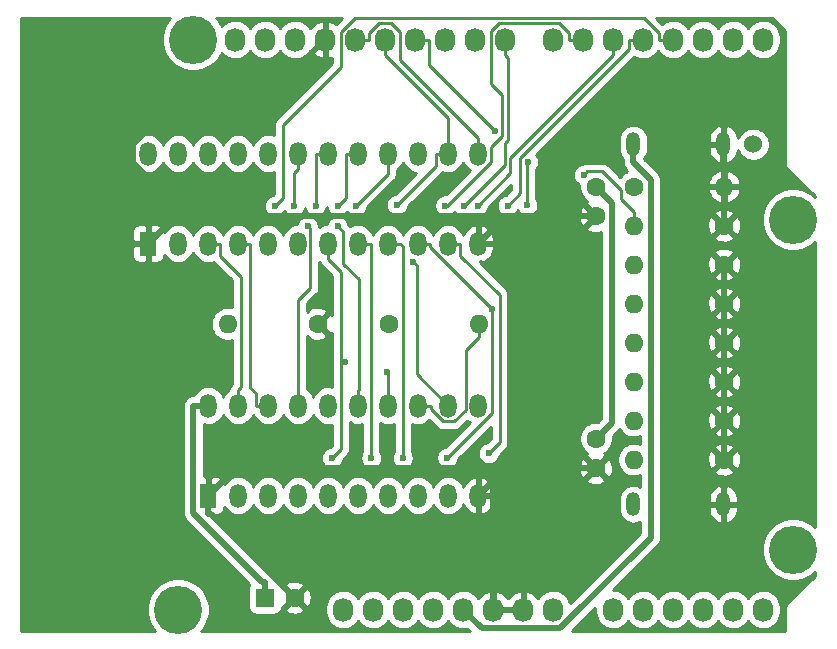
<source format=gbl>
%TF.GenerationSoftware,KiCad,Pcbnew,5.1.10*%
%TF.CreationDate,2021-10-22T18:49:23+01:00*%
%TF.ProjectId,GAL Programmer,47414c20-5072-46f6-9772-616d6d65722e,rev?*%
%TF.SameCoordinates,Original*%
%TF.FileFunction,Copper,L2,Bot*%
%TF.FilePolarity,Positive*%
%FSLAX46Y46*%
G04 Gerber Fmt 4.6, Leading zero omitted, Abs format (unit mm)*
G04 Created by KiCad (PCBNEW 5.1.10) date 2021-10-22 18:49:23*
%MOMM*%
%LPD*%
G01*
G04 APERTURE LIST*
%TA.AperFunction,ComponentPad*%
%ADD10O,1.600000X1.600000*%
%TD*%
%TA.AperFunction,ComponentPad*%
%ADD11C,1.600000*%
%TD*%
%TA.AperFunction,ComponentPad*%
%ADD12O,1.200000X2.000000*%
%TD*%
%TA.AperFunction,ComponentPad*%
%ADD13C,1.524000*%
%TD*%
%TA.AperFunction,ComponentPad*%
%ADD14O,1.440000X2.000000*%
%TD*%
%TA.AperFunction,ComponentPad*%
%ADD15R,1.440000X2.000000*%
%TD*%
%TA.AperFunction,ComponentPad*%
%ADD16R,1.600000X1.600000*%
%TD*%
%TA.AperFunction,ComponentPad*%
%ADD17O,1.727200X2.032000*%
%TD*%
%TA.AperFunction,ComponentPad*%
%ADD18C,4.064000*%
%TD*%
%TA.AperFunction,ViaPad*%
%ADD19C,0.600000*%
%TD*%
%TA.AperFunction,Conductor*%
%ADD20C,0.500000*%
%TD*%
%TA.AperFunction,Conductor*%
%ADD21C,0.250000*%
%TD*%
%TA.AperFunction,Conductor*%
%ADD22C,0.254000*%
%TD*%
%TA.AperFunction,Conductor*%
%ADD23C,0.100000*%
%TD*%
G04 APERTURE END LIST*
D10*
%TO.P,R9,2*%
%TO.N,Net-(R9-Pad2)*%
X129160000Y-99631500D03*
D11*
%TO.P,R9,1*%
%TO.N,GND*%
X136780000Y-99631500D03*
%TD*%
D10*
%TO.P,R10,2*%
%TO.N,Net-(R10-Pad2)*%
X150432000Y-99631500D03*
D11*
%TO.P,R10,1*%
%TO.N,GND*%
X142812000Y-99631500D03*
%TD*%
D12*
%TO.P,U1,4*%
%TO.N,GND*%
X171131200Y-114902900D03*
%TO.P,U1,2*%
X171131200Y-84422900D03*
%TO.P,U1,3*%
%TO.N,/Edit*%
X163511200Y-114902900D03*
%TO.P,U1,1*%
%TO.N,+5V*%
X163511200Y-84422900D03*
D13*
%TO.P,U1,5*%
%TO.N,/VPP_EN*%
X173671200Y-84422900D03*
%TD*%
D14*
%TO.P,U3,11*%
%TO.N,/STROBE*%
X150388000Y-106553000D03*
%TO.P,U3,10*%
%TO.N,GND*%
X150388000Y-114173000D03*
%TO.P,U3,12*%
%TO.N,/SDOUT*%
X147848000Y-106553000D03*
%TO.P,U3,9*%
%TO.N,/SDIN*%
X147848000Y-114173000D03*
%TO.P,U3,13*%
%TO.N,Net-(R10-Pad2)*%
X145308000Y-106553000D03*
%TO.P,U3,8*%
%TO.N,/SCLK*%
X145308000Y-114173000D03*
%TO.P,U3,14*%
%TO.N,Net-(R9-Pad2)*%
X142768000Y-106553000D03*
%TO.P,U3,7*%
%TO.N,/RA5*%
X142768000Y-114173000D03*
%TO.P,U3,15*%
%TO.N,Net-(R8-Pad2)*%
X140228000Y-106553000D03*
%TO.P,U3,6*%
%TO.N,/RA4*%
X140228000Y-114173000D03*
%TO.P,U3,16*%
%TO.N,Net-(R7-Pad2)*%
X137688000Y-106553000D03*
%TO.P,U3,5*%
%TO.N,/RA3*%
X137688000Y-114173000D03*
%TO.P,U3,17*%
%TO.N,Net-(R6-Pad2)*%
X135148000Y-106553000D03*
%TO.P,U3,4*%
%TO.N,/RA2*%
X135148000Y-114173000D03*
%TO.P,U3,18*%
%TO.N,/RA0*%
X132608000Y-106553000D03*
%TO.P,U3,3*%
%TO.N,/RA1*%
X132608000Y-114173000D03*
%TO.P,U3,19*%
%TO.N,/PV*%
X130068000Y-106553000D03*
%TO.P,U3,2*%
%TO.N,/Edit*%
X130068000Y-114173000D03*
%TO.P,U3,20*%
%TO.N,VCC*%
X127528000Y-106553000D03*
D15*
%TO.P,U3,1*%
%TO.N,GND*%
X127528000Y-114173000D03*
%TD*%
D14*
%TO.P,U2,13*%
%TO.N,/STROBE*%
X150368000Y-85217000D03*
%TO.P,U2,12*%
%TO.N,GND*%
X150368000Y-92837000D03*
%TO.P,U2,14*%
%TO.N,/SDOUT*%
X147828000Y-85217000D03*
%TO.P,U2,11*%
%TO.N,/SDIN*%
X147828000Y-92837000D03*
%TO.P,U2,15*%
%TO.N,Net-(R10-Pad2)*%
X145288000Y-85217000D03*
%TO.P,U2,10*%
%TO.N,/SCLK*%
X145288000Y-92837000D03*
%TO.P,U2,16*%
%TO.N,Net-(R9-Pad2)*%
X142748000Y-85217000D03*
%TO.P,U2,9*%
%TO.N,/RA5*%
X142748000Y-92837000D03*
%TO.P,U2,17*%
%TO.N,Net-(R8-Pad2)*%
X140208000Y-85217000D03*
%TO.P,U2,8*%
%TO.N,/RA4*%
X140208000Y-92837000D03*
%TO.P,U2,18*%
%TO.N,Net-(R7-Pad2)*%
X137668000Y-85217000D03*
%TO.P,U2,7*%
%TO.N,/RA3*%
X137668000Y-92837000D03*
%TO.P,U2,19*%
%TO.N,Net-(R6-Pad2)*%
X135128000Y-85217000D03*
%TO.P,U2,6*%
%TO.N,/RA2*%
X135128000Y-92837000D03*
%TO.P,U2,20*%
%TO.N,Net-(R5-Pad2)*%
X132588000Y-85217000D03*
%TO.P,U2,5*%
%TO.N,/RA1*%
X132588000Y-92837000D03*
%TO.P,U2,21*%
%TO.N,Net-(R4-Pad2)*%
X130048000Y-85217000D03*
%TO.P,U2,4*%
%TO.N,/RA0*%
X130048000Y-92837000D03*
%TO.P,U2,22*%
%TO.N,Net-(R3-Pad2)*%
X127508000Y-85217000D03*
%TO.P,U2,3*%
%TO.N,/PV*%
X127508000Y-92837000D03*
%TO.P,U2,23*%
%TO.N,Net-(R2-Pad2)*%
X124968000Y-85217000D03*
%TO.P,U2,2*%
%TO.N,/Edit*%
X124968000Y-92837000D03*
%TO.P,U2,24*%
%TO.N,VCC*%
X122428000Y-85217000D03*
D15*
%TO.P,U2,1*%
%TO.N,GND*%
X122428000Y-92837000D03*
%TD*%
D10*
%TO.P,R8,2*%
%TO.N,Net-(R8-Pad2)*%
X163576000Y-111125000D03*
D11*
%TO.P,R8,1*%
%TO.N,GND*%
X171196000Y-111125000D03*
%TD*%
D10*
%TO.P,R7,2*%
%TO.N,Net-(R7-Pad2)*%
X163576000Y-107823000D03*
D11*
%TO.P,R7,1*%
%TO.N,GND*%
X171196000Y-107823000D03*
%TD*%
D10*
%TO.P,R6,2*%
%TO.N,Net-(R6-Pad2)*%
X163576000Y-104521000D03*
D11*
%TO.P,R6,1*%
%TO.N,GND*%
X171196000Y-104521000D03*
%TD*%
D10*
%TO.P,R5,2*%
%TO.N,Net-(R5-Pad2)*%
X163576000Y-101219000D03*
D11*
%TO.P,R5,1*%
%TO.N,GND*%
X171196000Y-101219000D03*
%TD*%
D10*
%TO.P,R4,2*%
%TO.N,Net-(R4-Pad2)*%
X163576000Y-97917000D03*
D11*
%TO.P,R4,1*%
%TO.N,GND*%
X171196000Y-97917000D03*
%TD*%
D10*
%TO.P,R3,2*%
%TO.N,Net-(R3-Pad2)*%
X163576000Y-94615000D03*
D11*
%TO.P,R3,1*%
%TO.N,GND*%
X171196000Y-94615000D03*
%TD*%
D10*
%TO.P,R2,2*%
%TO.N,Net-(R2-Pad2)*%
X163576000Y-91313000D03*
D11*
%TO.P,R2,1*%
%TO.N,GND*%
X171196000Y-91313000D03*
%TD*%
D10*
%TO.P,R1,2*%
%TO.N,GND*%
X171196000Y-88011000D03*
D11*
%TO.P,R1,1*%
%TO.N,/VPP_EN*%
X163576000Y-88011000D03*
%TD*%
%TO.P,C3,2*%
%TO.N,GND*%
X134834000Y-122809000D03*
D16*
%TO.P,C3,1*%
%TO.N,VCC*%
X132334000Y-122809000D03*
%TD*%
D11*
%TO.P,C2,2*%
%TO.N,GND*%
X160338000Y-90511000D03*
%TO.P,C2,1*%
%TO.N,VCC*%
X160338000Y-88011000D03*
%TD*%
%TO.P,C1,2*%
%TO.N,GND*%
X160338000Y-111847000D03*
%TO.P,C1,1*%
%TO.N,VCC*%
X160338000Y-109347000D03*
%TD*%
D17*
%TO.P,P1,8*%
%TO.N,Net-(P1-Pad8)*%
X156718000Y-123825000D03*
%TO.P,P1,7*%
%TO.N,GND*%
X154178000Y-123825000D03*
%TO.P,P1,6*%
X151638000Y-123825000D03*
%TO.P,P1,5*%
%TO.N,+5V*%
X149098000Y-123825000D03*
%TO.P,P1,4*%
%TO.N,Net-(P1-Pad4)*%
X146558000Y-123825000D03*
%TO.P,P1,3*%
%TO.N,Net-(P1-Pad3)*%
X144018000Y-123825000D03*
%TO.P,P1,2*%
%TO.N,Net-(P1-Pad2)*%
X141478000Y-123825000D03*
%TO.P,P1,1*%
%TO.N,Net-(P1-Pad1)*%
X138938000Y-123825000D03*
%TD*%
%TO.P,P2,1*%
%TO.N,Net-(P2-Pad1)*%
X161798000Y-123825000D03*
%TO.P,P2,2*%
%TO.N,Net-(P2-Pad2)*%
X164338000Y-123825000D03*
%TO.P,P2,3*%
%TO.N,Net-(P2-Pad3)*%
X166878000Y-123825000D03*
%TO.P,P2,4*%
%TO.N,Net-(P2-Pad4)*%
X169418000Y-123825000D03*
%TO.P,P2,5*%
%TO.N,Net-(P2-Pad5)*%
X171958000Y-123825000D03*
%TO.P,P2,6*%
%TO.N,Net-(P2-Pad6)*%
X174498000Y-123825000D03*
%TD*%
%TO.P,P3,1*%
%TO.N,Net-(P3-Pad1)*%
X129794000Y-75565000D03*
%TO.P,P3,2*%
%TO.N,Net-(P3-Pad2)*%
X132334000Y-75565000D03*
%TO.P,P3,3*%
%TO.N,Net-(P3-Pad3)*%
X134874000Y-75565000D03*
%TO.P,P3,4*%
%TO.N,GND*%
X137414000Y-75565000D03*
%TO.P,P3,5*%
%TO.N,/STROBE*%
X139954000Y-75565000D03*
%TO.P,P3,6*%
%TO.N,/SDOUT*%
X142494000Y-75565000D03*
%TO.P,P3,7*%
%TO.N,/VPP_EN*%
X145034000Y-75565000D03*
%TO.P,P3,8*%
%TO.N,/RA0*%
X147574000Y-75565000D03*
%TO.P,P3,9*%
%TO.N,/PV*%
X150114000Y-75565000D03*
%TO.P,P3,10*%
%TO.N,/SDIN*%
X152654000Y-75565000D03*
%TD*%
%TO.P,P4,1*%
%TO.N,/SCLK*%
X156718000Y-75565000D03*
%TO.P,P4,2*%
%TO.N,/RA5*%
X159258000Y-75565000D03*
%TO.P,P4,3*%
%TO.N,/RA4*%
X161798000Y-75565000D03*
%TO.P,P4,4*%
%TO.N,/RA3*%
X164338000Y-75565000D03*
%TO.P,P4,5*%
%TO.N,/RA2*%
X166878000Y-75565000D03*
%TO.P,P4,6*%
%TO.N,/RA1*%
X169418000Y-75565000D03*
%TO.P,P4,7*%
%TO.N,Net-(P4-Pad7)*%
X171958000Y-75565000D03*
%TO.P,P4,8*%
%TO.N,Net-(P4-Pad8)*%
X174498000Y-75565000D03*
%TD*%
D18*
%TO.P,P5,1*%
%TO.N,Net-(P5-Pad1)*%
X124968000Y-123825000D03*
%TD*%
%TO.P,P6,1*%
%TO.N,Net-(P6-Pad1)*%
X177038000Y-118745000D03*
%TD*%
%TO.P,P7,1*%
%TO.N,Net-(P7-Pad1)*%
X126238000Y-75565000D03*
%TD*%
%TO.P,P8,1*%
%TO.N,Net-(P8-Pad1)*%
X177038000Y-90805000D03*
%TD*%
D19*
%TO.N,/SDOUT*%
X144874600Y-94376500D03*
X143504300Y-89540700D03*
%TO.N,/VPP_EN*%
X151803400Y-83305900D03*
%TO.N,/SDIN*%
X151269800Y-110594700D03*
X149167700Y-89659600D03*
%TO.N,/SCLK*%
X147762500Y-110955300D03*
X151557400Y-98379400D03*
%TO.N,/RA5*%
X147586800Y-89617500D03*
X143995800Y-110995600D03*
%TO.N,/RA4*%
X141328400Y-110995600D03*
X150324300Y-89659600D03*
%TO.N,/RA3*%
X139128100Y-102892500D03*
X152870800Y-89617500D03*
X138011500Y-110995600D03*
%TO.N,/RA2*%
X133165100Y-89644500D03*
%TO.N,Net-(R2-Pad2)*%
X159317800Y-87020500D03*
%TO.N,Net-(R6-Pad2)*%
X135947000Y-91393200D03*
X134798700Y-89659600D03*
%TO.N,Net-(R7-Pad2)*%
X136622700Y-89619400D03*
%TO.N,Net-(R8-Pad2)*%
X138473100Y-91393200D03*
X138473100Y-89628600D03*
%TO.N,Net-(R9-Pad2)*%
X142623500Y-103706700D03*
X140045400Y-89617500D03*
%TO.N,Net-(R10-Pad2)*%
X154548700Y-89611100D03*
X154589500Y-85913500D03*
%TD*%
D20*
%TO.N,+5V*%
X163511200Y-84422900D02*
X163511200Y-85973200D01*
X149098000Y-123825000D02*
X150700000Y-125427000D01*
X150700000Y-125427000D02*
X157279500Y-125427000D01*
X157279500Y-125427000D02*
X164979600Y-117726900D01*
X164979600Y-117726900D02*
X164979600Y-87441600D01*
X164979600Y-87441600D02*
X163511200Y-85973200D01*
%TO.N,GND*%
X125645500Y-90511000D02*
X121157700Y-86023200D01*
X121157700Y-86023200D02*
X121157700Y-84410800D01*
X121157700Y-84410800D02*
X127331000Y-78237500D01*
X127331000Y-78237500D02*
X134741500Y-78237500D01*
X134741500Y-78237500D02*
X137414000Y-75565000D01*
X125645500Y-90511000D02*
X124754000Y-90511000D01*
X124754000Y-90511000D02*
X122428000Y-92837000D01*
X152694000Y-90511000D02*
X125645500Y-90511000D01*
X151551000Y-113010000D02*
X151638000Y-113097000D01*
X151638000Y-113097000D02*
X151638000Y-123825000D01*
X151551000Y-113010000D02*
X150388000Y-114173000D01*
X152714000Y-111847000D02*
X151551000Y-113010000D01*
X171196000Y-111125000D02*
X171196000Y-107823000D01*
X171196000Y-88011000D02*
X171196000Y-86660700D01*
X171196000Y-86660700D02*
X171131200Y-86595900D01*
X171131200Y-86595900D02*
X171131200Y-84422900D01*
X171196000Y-88011000D02*
X171196000Y-91313000D01*
X127528000Y-114173000D02*
X127528000Y-115723300D01*
X152714000Y-111847000D02*
X129854000Y-111847000D01*
X129854000Y-111847000D02*
X127528000Y-114173000D01*
X171196000Y-104521000D02*
X171196000Y-107823000D01*
X171196000Y-101219000D02*
X171196000Y-104521000D01*
X171196000Y-97917000D02*
X171196000Y-101219000D01*
X171196000Y-94615000D02*
X171196000Y-97917000D01*
X134834000Y-122809000D02*
X127748300Y-115723300D01*
X127748300Y-115723300D02*
X127528000Y-115723300D01*
X160338000Y-111847000D02*
X152714000Y-111847000D01*
X160338000Y-90511000D02*
X152694000Y-90511000D01*
X160338000Y-111847000D02*
X152714000Y-111847000D01*
X160338000Y-90511000D02*
X152694000Y-90511000D01*
X152694000Y-90511000D02*
X150368000Y-92837000D01*
%TO.N,VCC*%
X132334000Y-122809000D02*
X132334000Y-121458700D01*
X127528000Y-106553000D02*
X126257700Y-106553000D01*
X126257700Y-106553000D02*
X126257700Y-115635600D01*
X126257700Y-115635600D02*
X132080800Y-121458700D01*
X132080800Y-121458700D02*
X132334000Y-121458700D01*
X160338000Y-88011000D02*
X161694700Y-89367700D01*
X161694700Y-89367700D02*
X161694700Y-107990300D01*
X161694700Y-107990300D02*
X160338000Y-109347000D01*
D21*
%TO.N,/STROBE*%
X150368000Y-85217000D02*
X150368000Y-83891700D01*
X139954000Y-75565000D02*
X141142900Y-75565000D01*
X141142900Y-75565000D02*
X141142900Y-75044900D01*
X141142900Y-75044900D02*
X141993500Y-74194300D01*
X141993500Y-74194300D02*
X143021200Y-74194300D01*
X143021200Y-74194300D02*
X143764000Y-74937100D01*
X143764000Y-74937100D02*
X143764000Y-77287700D01*
X143764000Y-77287700D02*
X150368000Y-83891700D01*
%TO.N,/SDOUT*%
X142494000Y-76906300D02*
X147828000Y-82240300D01*
X147828000Y-82240300D02*
X147828000Y-85217000D01*
X147828000Y-85217000D02*
X146782700Y-85217000D01*
X146782700Y-85217000D02*
X146782700Y-86262300D01*
X146782700Y-86262300D02*
X143504300Y-89540700D01*
X144874600Y-94376500D02*
X145190700Y-94692600D01*
X145190700Y-94692600D02*
X145190800Y-94692600D01*
X145190800Y-94692600D02*
X145190800Y-103895800D01*
X145190800Y-103895800D02*
X147848000Y-106553000D01*
X142494000Y-75565000D02*
X142494000Y-76906300D01*
%TO.N,/VPP_EN*%
X146222900Y-75565000D02*
X146222900Y-77725400D01*
X146222900Y-77725400D02*
X151803400Y-83305900D01*
X145034000Y-75565000D02*
X146222900Y-75565000D01*
%TO.N,/RA0*%
X132608000Y-106553000D02*
X131562700Y-106553000D01*
X130048000Y-92837000D02*
X131093300Y-92837000D01*
X131093300Y-92837000D02*
X131093300Y-105038300D01*
X131093300Y-105038300D02*
X131562700Y-105507700D01*
X131562700Y-105507700D02*
X131562700Y-106553000D01*
%TO.N,/PV*%
X130068000Y-106553000D02*
X130068000Y-105227700D01*
X127508000Y-92837000D02*
X128553300Y-92837000D01*
X128553300Y-92837000D02*
X128553300Y-93882300D01*
X128553300Y-93882300D02*
X130318800Y-95647800D01*
X130318800Y-95647800D02*
X130318800Y-104976900D01*
X130318800Y-104976900D02*
X130068000Y-105227700D01*
%TO.N,/SDIN*%
X147828000Y-92837000D02*
X148873300Y-92837000D01*
X148873300Y-92837000D02*
X148873300Y-93882300D01*
X148873300Y-93882300D02*
X152184400Y-97193400D01*
X152184400Y-97193400D02*
X152184400Y-109680100D01*
X152184400Y-109680100D02*
X151269800Y-110594700D01*
X149167700Y-89659600D02*
X152653900Y-86173400D01*
X152653900Y-86173400D02*
X152653900Y-84343100D01*
X152653900Y-84343100D02*
X152906400Y-84090600D01*
X152906400Y-84090600D02*
X152906400Y-77158700D01*
X152906400Y-77158700D02*
X152654000Y-76906300D01*
X152654000Y-75565000D02*
X152654000Y-76906300D01*
%TO.N,/SCLK*%
X151557400Y-98379400D02*
X151557400Y-107160400D01*
X151557400Y-107160400D02*
X147762500Y-110955300D01*
X146333300Y-92837000D02*
X146333300Y-93155300D01*
X146333300Y-93155300D02*
X151557400Y-98379400D01*
X145288000Y-92837000D02*
X146333300Y-92837000D01*
%TO.N,/RA5*%
X159258000Y-75565000D02*
X158069100Y-75565000D01*
X158069100Y-75565000D02*
X158069100Y-75044900D01*
X158069100Y-75044900D02*
X157218500Y-74194300D01*
X157218500Y-74194300D02*
X152136500Y-74194300D01*
X152136500Y-74194300D02*
X151459300Y-74871500D01*
X151459300Y-74871500D02*
X151459300Y-79290000D01*
X151459300Y-79290000D02*
X152428800Y-80259500D01*
X152428800Y-80259500D02*
X152428800Y-83706000D01*
X152428800Y-83706000D02*
X151449800Y-84685000D01*
X151449800Y-84685000D02*
X151449800Y-85928600D01*
X151449800Y-85928600D02*
X147760900Y-89617500D01*
X147760900Y-89617500D02*
X147586800Y-89617500D01*
X142748000Y-92837000D02*
X143793300Y-92837000D01*
X143793300Y-92837000D02*
X144037900Y-93081600D01*
X144037900Y-93081600D02*
X144037900Y-110953500D01*
X144037900Y-110953500D02*
X143995800Y-110995600D01*
%TO.N,/RA4*%
X140208000Y-92837000D02*
X141253300Y-92837000D01*
X141253300Y-92837000D02*
X141328400Y-92912100D01*
X141328400Y-92912100D02*
X141328400Y-110995600D01*
X161798000Y-76906300D02*
X153104200Y-85600100D01*
X153104200Y-85600100D02*
X153104200Y-86879700D01*
X153104200Y-86879700D02*
X150324300Y-89659600D01*
X161798000Y-75565000D02*
X161798000Y-76906300D01*
%TO.N,/RA3*%
X138742700Y-102892500D02*
X138742700Y-110264400D01*
X138742700Y-110264400D02*
X138011500Y-110995600D01*
X137668000Y-94162300D02*
X138742700Y-95237000D01*
X138742700Y-95237000D02*
X138742700Y-102892500D01*
X138742700Y-102892500D02*
X139128100Y-102892500D01*
X164338000Y-75565000D02*
X163149100Y-75565000D01*
X163149100Y-75565000D02*
X163149100Y-76388800D01*
X163149100Y-76388800D02*
X153946300Y-85591600D01*
X153946300Y-85591600D02*
X153946300Y-88542000D01*
X153946300Y-88542000D02*
X152870800Y-89617500D01*
X137668000Y-92837000D02*
X137668000Y-94162300D01*
%TO.N,/RA2*%
X166878000Y-75565000D02*
X165689100Y-75565000D01*
X165689100Y-75565000D02*
X165689100Y-75044900D01*
X165689100Y-75044900D02*
X164388100Y-73743900D01*
X164388100Y-73743900D02*
X139936500Y-73743900D01*
X139936500Y-73743900D02*
X138754700Y-74925700D01*
X138754700Y-74925700D02*
X138754700Y-77880200D01*
X138754700Y-77880200D02*
X133858000Y-82776900D01*
X133858000Y-82776900D02*
X133858000Y-88951600D01*
X133858000Y-88951600D02*
X133165100Y-89644500D01*
%TO.N,Net-(R2-Pad2)*%
X163576000Y-91313000D02*
X163576000Y-90187700D01*
X159317800Y-87020500D02*
X159602700Y-86735600D01*
X159602700Y-86735600D02*
X160854700Y-86735600D01*
X160854700Y-86735600D02*
X162450700Y-88331600D01*
X162450700Y-88331600D02*
X162450700Y-89062400D01*
X162450700Y-89062400D02*
X163576000Y-90187700D01*
%TO.N,Net-(R6-Pad2)*%
X134798700Y-89659600D02*
X134798700Y-86871600D01*
X134798700Y-86871600D02*
X135128000Y-86542300D01*
X135148000Y-106553000D02*
X135148000Y-97597000D01*
X135148000Y-97597000D02*
X136175900Y-96569100D01*
X136175900Y-96569100D02*
X136175900Y-91622100D01*
X136175900Y-91622100D02*
X135947000Y-91393200D01*
X135128000Y-85217000D02*
X135128000Y-86542300D01*
%TO.N,Net-(R7-Pad2)*%
X136622700Y-85217000D02*
X136622700Y-89619400D01*
X137668000Y-85217000D02*
X136622700Y-85217000D01*
%TO.N,Net-(R8-Pad2)*%
X138473100Y-91393200D02*
X138938000Y-91858100D01*
X138938000Y-91858100D02*
X138938000Y-94553400D01*
X138938000Y-94553400D02*
X140249500Y-95864900D01*
X140249500Y-95864900D02*
X140249500Y-105206200D01*
X140249500Y-105206200D02*
X140228000Y-105227700D01*
X140228000Y-106553000D02*
X140228000Y-105227700D01*
X139162700Y-85217000D02*
X139162700Y-88939000D01*
X139162700Y-88939000D02*
X138473100Y-89628600D01*
X140208000Y-85217000D02*
X139162700Y-85217000D01*
%TO.N,Net-(R9-Pad2)*%
X142623500Y-103706700D02*
X142768000Y-103851200D01*
X142768000Y-103851200D02*
X142768000Y-106553000D01*
X142748000Y-85217000D02*
X142748000Y-86914900D01*
X142748000Y-86914900D02*
X140045400Y-89617500D01*
%TO.N,Net-(R10-Pad2)*%
X154548700Y-89611100D02*
X154548700Y-85954300D01*
X154548700Y-85954300D02*
X154589500Y-85913500D01*
X145308000Y-106553000D02*
X146353300Y-106553000D01*
X150432000Y-99631500D02*
X150432000Y-100756800D01*
X150432000Y-100756800D02*
X149306700Y-101882100D01*
X149306700Y-101882100D02*
X149306700Y-106901500D01*
X149306700Y-106901500D02*
X148319000Y-107889200D01*
X148319000Y-107889200D02*
X147395500Y-107889200D01*
X147395500Y-107889200D02*
X146353300Y-106847000D01*
X146353300Y-106847000D02*
X146353300Y-106553000D01*
%TD*%
D22*
%TO.N,GND*%
X124166406Y-73864887D02*
X123874536Y-74301702D01*
X123673492Y-74787065D01*
X123571000Y-75302323D01*
X123571000Y-75827677D01*
X123673492Y-76342935D01*
X123874536Y-76828298D01*
X124166406Y-77265113D01*
X124537887Y-77636594D01*
X124974702Y-77928464D01*
X125460065Y-78129508D01*
X125975323Y-78232000D01*
X126500677Y-78232000D01*
X127015935Y-78129508D01*
X127501298Y-77928464D01*
X127938113Y-77636594D01*
X128309594Y-77265113D01*
X128601464Y-76828298D01*
X128657001Y-76694219D01*
X128729203Y-76782197D01*
X128957395Y-76969469D01*
X129217737Y-77108625D01*
X129500224Y-77194316D01*
X129794000Y-77223251D01*
X130087777Y-77194316D01*
X130370264Y-77108625D01*
X130630606Y-76969469D01*
X130858797Y-76782197D01*
X131046069Y-76554006D01*
X131064000Y-76520459D01*
X131081931Y-76554006D01*
X131269203Y-76782197D01*
X131497395Y-76969469D01*
X131757737Y-77108625D01*
X132040224Y-77194316D01*
X132334000Y-77223251D01*
X132627777Y-77194316D01*
X132910264Y-77108625D01*
X133170606Y-76969469D01*
X133398797Y-76782197D01*
X133586069Y-76554006D01*
X133604000Y-76520459D01*
X133621931Y-76554006D01*
X133809203Y-76782197D01*
X134037395Y-76969469D01*
X134297737Y-77108625D01*
X134580224Y-77194316D01*
X134874000Y-77223251D01*
X135167777Y-77194316D01*
X135450264Y-77108625D01*
X135710606Y-76969469D01*
X135938797Y-76782197D01*
X136126069Y-76554006D01*
X136147424Y-76514053D01*
X136295514Y-76716729D01*
X136511965Y-76915733D01*
X136763081Y-77068686D01*
X137039211Y-77169709D01*
X137054974Y-77172358D01*
X137287000Y-77051217D01*
X137287000Y-75692000D01*
X137267000Y-75692000D01*
X137267000Y-75438000D01*
X137287000Y-75438000D01*
X137287000Y-74078783D01*
X137054974Y-73957642D01*
X137039211Y-73960291D01*
X136763081Y-74061314D01*
X136511965Y-74214267D01*
X136295514Y-74413271D01*
X136147424Y-74615947D01*
X136126069Y-74575994D01*
X135938797Y-74347803D01*
X135710605Y-74160531D01*
X135450263Y-74021375D01*
X135167776Y-73935684D01*
X134874000Y-73906749D01*
X134580223Y-73935684D01*
X134297736Y-74021375D01*
X134037394Y-74160531D01*
X133809203Y-74347803D01*
X133621931Y-74575995D01*
X133604000Y-74609541D01*
X133586069Y-74575994D01*
X133398797Y-74347803D01*
X133170605Y-74160531D01*
X132910263Y-74021375D01*
X132627776Y-73935684D01*
X132334000Y-73906749D01*
X132040223Y-73935684D01*
X131757736Y-74021375D01*
X131497394Y-74160531D01*
X131269203Y-74347803D01*
X131081931Y-74575995D01*
X131064000Y-74609541D01*
X131046069Y-74575994D01*
X130858797Y-74347803D01*
X130630605Y-74160531D01*
X130370263Y-74021375D01*
X130087776Y-73935684D01*
X129794000Y-73906749D01*
X129500223Y-73935684D01*
X129217736Y-74021375D01*
X128957394Y-74160531D01*
X128729203Y-74347803D01*
X128657001Y-74435781D01*
X128601464Y-74301702D01*
X128309594Y-73864887D01*
X128179707Y-73735000D01*
X138870598Y-73735000D01*
X138355264Y-74250334D01*
X138316035Y-74214267D01*
X138064919Y-74061314D01*
X137788789Y-73960291D01*
X137773026Y-73957642D01*
X137541000Y-74078783D01*
X137541000Y-75438000D01*
X137561000Y-75438000D01*
X137561000Y-75692000D01*
X137541000Y-75692000D01*
X137541000Y-77051217D01*
X137773026Y-77172358D01*
X137788789Y-77169709D01*
X137994701Y-77094376D01*
X137994701Y-77565397D01*
X133347003Y-82213096D01*
X133317999Y-82236899D01*
X133262871Y-82304074D01*
X133223026Y-82352624D01*
X133194051Y-82406832D01*
X133152454Y-82484654D01*
X133108997Y-82627915D01*
X133098000Y-82739568D01*
X133098000Y-82739578D01*
X133094324Y-82776900D01*
X133098000Y-82814223D01*
X133098000Y-83675736D01*
X132853625Y-83601606D01*
X132588000Y-83575444D01*
X132322374Y-83601606D01*
X132066955Y-83679086D01*
X131831560Y-83804908D01*
X131625235Y-83974236D01*
X131455908Y-84180561D01*
X131330086Y-84415956D01*
X131318000Y-84455798D01*
X131305914Y-84415955D01*
X131180092Y-84180560D01*
X131010764Y-83974235D01*
X130804439Y-83804908D01*
X130569044Y-83679086D01*
X130313625Y-83601606D01*
X130048000Y-83575444D01*
X129782374Y-83601606D01*
X129526955Y-83679086D01*
X129291560Y-83804908D01*
X129085235Y-83974236D01*
X128915908Y-84180561D01*
X128790086Y-84415956D01*
X128778000Y-84455798D01*
X128765914Y-84415955D01*
X128640092Y-84180560D01*
X128470764Y-83974235D01*
X128264439Y-83804908D01*
X128029044Y-83679086D01*
X127773625Y-83601606D01*
X127508000Y-83575444D01*
X127242374Y-83601606D01*
X126986955Y-83679086D01*
X126751560Y-83804908D01*
X126545235Y-83974236D01*
X126375908Y-84180561D01*
X126250086Y-84415956D01*
X126238000Y-84455798D01*
X126225914Y-84415955D01*
X126100092Y-84180560D01*
X125930764Y-83974235D01*
X125724439Y-83804908D01*
X125489044Y-83679086D01*
X125233625Y-83601606D01*
X124968000Y-83575444D01*
X124702374Y-83601606D01*
X124446955Y-83679086D01*
X124211560Y-83804908D01*
X124005235Y-83974236D01*
X123835908Y-84180561D01*
X123710086Y-84415956D01*
X123698000Y-84455798D01*
X123685914Y-84415955D01*
X123560092Y-84180560D01*
X123390764Y-83974235D01*
X123184439Y-83804908D01*
X122949044Y-83679086D01*
X122693625Y-83601606D01*
X122428000Y-83575444D01*
X122162374Y-83601606D01*
X121906955Y-83679086D01*
X121671560Y-83804908D01*
X121465235Y-83974236D01*
X121295908Y-84180561D01*
X121170086Y-84415956D01*
X121092606Y-84671375D01*
X121073000Y-84870437D01*
X121073000Y-85563564D01*
X121092606Y-85762626D01*
X121170086Y-86018045D01*
X121295908Y-86253440D01*
X121465236Y-86459765D01*
X121671561Y-86629092D01*
X121906956Y-86754914D01*
X122162375Y-86832394D01*
X122428000Y-86858556D01*
X122693626Y-86832394D01*
X122949045Y-86754914D01*
X123184440Y-86629092D01*
X123390765Y-86459765D01*
X123560092Y-86253440D01*
X123685914Y-86018045D01*
X123698000Y-85978202D01*
X123710086Y-86018045D01*
X123835908Y-86253440D01*
X124005236Y-86459765D01*
X124211561Y-86629092D01*
X124446956Y-86754914D01*
X124702375Y-86832394D01*
X124968000Y-86858556D01*
X125233626Y-86832394D01*
X125489045Y-86754914D01*
X125724440Y-86629092D01*
X125930765Y-86459765D01*
X126100092Y-86253440D01*
X126225914Y-86018045D01*
X126238000Y-85978202D01*
X126250086Y-86018045D01*
X126375908Y-86253440D01*
X126545236Y-86459765D01*
X126751561Y-86629092D01*
X126986956Y-86754914D01*
X127242375Y-86832394D01*
X127508000Y-86858556D01*
X127773626Y-86832394D01*
X128029045Y-86754914D01*
X128264440Y-86629092D01*
X128470765Y-86459765D01*
X128640092Y-86253440D01*
X128765914Y-86018045D01*
X128778000Y-85978202D01*
X128790086Y-86018045D01*
X128915908Y-86253440D01*
X129085236Y-86459765D01*
X129291561Y-86629092D01*
X129526956Y-86754914D01*
X129782375Y-86832394D01*
X130048000Y-86858556D01*
X130313626Y-86832394D01*
X130569045Y-86754914D01*
X130804440Y-86629092D01*
X131010765Y-86459765D01*
X131180092Y-86253440D01*
X131305914Y-86018045D01*
X131318000Y-85978202D01*
X131330086Y-86018045D01*
X131455908Y-86253440D01*
X131625236Y-86459765D01*
X131831561Y-86629092D01*
X132066956Y-86754914D01*
X132322375Y-86832394D01*
X132588000Y-86858556D01*
X132853626Y-86832394D01*
X133098001Y-86758264D01*
X133098001Y-88636797D01*
X133013451Y-88721347D01*
X132892371Y-88745432D01*
X132722211Y-88815914D01*
X132569072Y-88918238D01*
X132438838Y-89048472D01*
X132336514Y-89201611D01*
X132266032Y-89371771D01*
X132230100Y-89552411D01*
X132230100Y-89736589D01*
X132266032Y-89917229D01*
X132336514Y-90087389D01*
X132438838Y-90240528D01*
X132569072Y-90370762D01*
X132722211Y-90473086D01*
X132892371Y-90543568D01*
X133073011Y-90579500D01*
X133257189Y-90579500D01*
X133437829Y-90543568D01*
X133607989Y-90473086D01*
X133761128Y-90370762D01*
X133891362Y-90240528D01*
X133976855Y-90112578D01*
X134072438Y-90255628D01*
X134202672Y-90385862D01*
X134355811Y-90488186D01*
X134525971Y-90558668D01*
X134706611Y-90594600D01*
X134890789Y-90594600D01*
X135071429Y-90558668D01*
X135241589Y-90488186D01*
X135394728Y-90385862D01*
X135524962Y-90255628D01*
X135627286Y-90102489D01*
X135697768Y-89932329D01*
X135714698Y-89847216D01*
X135723632Y-89892129D01*
X135794114Y-90062289D01*
X135896438Y-90215428D01*
X136026672Y-90345662D01*
X136179811Y-90447986D01*
X136349971Y-90518468D01*
X136530611Y-90554400D01*
X136714789Y-90554400D01*
X136895429Y-90518468D01*
X137065589Y-90447986D01*
X137218728Y-90345662D01*
X137348962Y-90215428D01*
X137451286Y-90062289D01*
X137521768Y-89892129D01*
X137546985Y-89765356D01*
X137574032Y-89901329D01*
X137644514Y-90071489D01*
X137746838Y-90224628D01*
X137877072Y-90354862D01*
X138030211Y-90457186D01*
X138159889Y-90510900D01*
X138030211Y-90564614D01*
X137877072Y-90666938D01*
X137746838Y-90797172D01*
X137644514Y-90950311D01*
X137574032Y-91120471D01*
X137556943Y-91206382D01*
X137402374Y-91221606D01*
X137146955Y-91299086D01*
X136911560Y-91424908D01*
X136910535Y-91425749D01*
X136882000Y-91331679D01*
X136882000Y-91301111D01*
X136846068Y-91120471D01*
X136775586Y-90950311D01*
X136673262Y-90797172D01*
X136543028Y-90666938D01*
X136389889Y-90564614D01*
X136219729Y-90494132D01*
X136039089Y-90458200D01*
X135854911Y-90458200D01*
X135674271Y-90494132D01*
X135504111Y-90564614D01*
X135350972Y-90666938D01*
X135220738Y-90797172D01*
X135118414Y-90950311D01*
X135047932Y-91120471D01*
X135031121Y-91204986D01*
X134862374Y-91221606D01*
X134606955Y-91299086D01*
X134371560Y-91424908D01*
X134165235Y-91594236D01*
X133995908Y-91800561D01*
X133870086Y-92035956D01*
X133858000Y-92075798D01*
X133845914Y-92035955D01*
X133720092Y-91800560D01*
X133550764Y-91594235D01*
X133344439Y-91424908D01*
X133109044Y-91299086D01*
X132853625Y-91221606D01*
X132588000Y-91195444D01*
X132322374Y-91221606D01*
X132066955Y-91299086D01*
X131831560Y-91424908D01*
X131625235Y-91594236D01*
X131455908Y-91800561D01*
X131330086Y-92035956D01*
X131318000Y-92075798D01*
X131305914Y-92035955D01*
X131180092Y-91800560D01*
X131010764Y-91594235D01*
X130804439Y-91424908D01*
X130569044Y-91299086D01*
X130313625Y-91221606D01*
X130048000Y-91195444D01*
X129782374Y-91221606D01*
X129526955Y-91299086D01*
X129291560Y-91424908D01*
X129085235Y-91594236D01*
X128915908Y-91800561D01*
X128790086Y-92035956D01*
X128778000Y-92075798D01*
X128765914Y-92035955D01*
X128640092Y-91800560D01*
X128470764Y-91594235D01*
X128264439Y-91424908D01*
X128029044Y-91299086D01*
X127773625Y-91221606D01*
X127508000Y-91195444D01*
X127242374Y-91221606D01*
X126986955Y-91299086D01*
X126751560Y-91424908D01*
X126545235Y-91594236D01*
X126375908Y-91800561D01*
X126250086Y-92035956D01*
X126238000Y-92075798D01*
X126225914Y-92035955D01*
X126100092Y-91800560D01*
X125930764Y-91594235D01*
X125724439Y-91424908D01*
X125489044Y-91299086D01*
X125233625Y-91221606D01*
X124968000Y-91195444D01*
X124702374Y-91221606D01*
X124446955Y-91299086D01*
X124211560Y-91424908D01*
X124005235Y-91594236D01*
X123835908Y-91800561D01*
X123785826Y-91894258D01*
X123786072Y-91837000D01*
X123773812Y-91712518D01*
X123737502Y-91592820D01*
X123678537Y-91482506D01*
X123599185Y-91385815D01*
X123502494Y-91306463D01*
X123392180Y-91247498D01*
X123272482Y-91211188D01*
X123148000Y-91198928D01*
X122713750Y-91202000D01*
X122555000Y-91360750D01*
X122555000Y-92710000D01*
X122575000Y-92710000D01*
X122575000Y-92964000D01*
X122555000Y-92964000D01*
X122555000Y-94313250D01*
X122713750Y-94472000D01*
X123148000Y-94475072D01*
X123272482Y-94462812D01*
X123392180Y-94426502D01*
X123502494Y-94367537D01*
X123599185Y-94288185D01*
X123678537Y-94191494D01*
X123737502Y-94081180D01*
X123773812Y-93961482D01*
X123786072Y-93837000D01*
X123785826Y-93779743D01*
X123835908Y-93873440D01*
X124005236Y-94079765D01*
X124211561Y-94249092D01*
X124446956Y-94374914D01*
X124702375Y-94452394D01*
X124968000Y-94478556D01*
X125233626Y-94452394D01*
X125489045Y-94374914D01*
X125724440Y-94249092D01*
X125930765Y-94079765D01*
X126100092Y-93873440D01*
X126225914Y-93638045D01*
X126238000Y-93598202D01*
X126250086Y-93638045D01*
X126375908Y-93873440D01*
X126545236Y-94079765D01*
X126751561Y-94249092D01*
X126986956Y-94374914D01*
X127242375Y-94452394D01*
X127508000Y-94478556D01*
X127773626Y-94452394D01*
X127985301Y-94388184D01*
X128013300Y-94422301D01*
X128042298Y-94446099D01*
X129558800Y-95962602D01*
X129558800Y-98247714D01*
X129301335Y-98196500D01*
X129018665Y-98196500D01*
X128741426Y-98251647D01*
X128480273Y-98359820D01*
X128245241Y-98516863D01*
X128045363Y-98716741D01*
X127888320Y-98951773D01*
X127780147Y-99212926D01*
X127725000Y-99490165D01*
X127725000Y-99772835D01*
X127780147Y-100050074D01*
X127888320Y-100311227D01*
X128045363Y-100546259D01*
X128245241Y-100746137D01*
X128480273Y-100903180D01*
X128741426Y-101011353D01*
X129018665Y-101066500D01*
X129301335Y-101066500D01*
X129558801Y-101015286D01*
X129558801Y-104662098D01*
X129556998Y-104663901D01*
X129528000Y-104687699D01*
X129504202Y-104716697D01*
X129504201Y-104716698D01*
X129433026Y-104803424D01*
X129362454Y-104935454D01*
X129338558Y-105014233D01*
X129318998Y-105078714D01*
X129312945Y-105140168D01*
X129311560Y-105140908D01*
X129105235Y-105310236D01*
X128935908Y-105516561D01*
X128810086Y-105751956D01*
X128798000Y-105791798D01*
X128785914Y-105751955D01*
X128660092Y-105516560D01*
X128490764Y-105310235D01*
X128284439Y-105140908D01*
X128049044Y-105015086D01*
X127793625Y-104937606D01*
X127528000Y-104911444D01*
X127262374Y-104937606D01*
X127006955Y-105015086D01*
X126771560Y-105140908D01*
X126565235Y-105310236D01*
X126395908Y-105516561D01*
X126314962Y-105668000D01*
X126301176Y-105668000D01*
X126257700Y-105663718D01*
X126214223Y-105668000D01*
X126084210Y-105680805D01*
X125917387Y-105731411D01*
X125763641Y-105813589D01*
X125628883Y-105924183D01*
X125518289Y-106058941D01*
X125436111Y-106212687D01*
X125385505Y-106379510D01*
X125368418Y-106553000D01*
X125372700Y-106596477D01*
X125372701Y-115592121D01*
X125368419Y-115635600D01*
X125385505Y-115809090D01*
X125436112Y-115975913D01*
X125518290Y-116129659D01*
X125601168Y-116230646D01*
X125601171Y-116230649D01*
X125628884Y-116264417D01*
X125662652Y-116292130D01*
X131013183Y-121642662D01*
X131003463Y-121654506D01*
X130944498Y-121764820D01*
X130908188Y-121884518D01*
X130895928Y-122009000D01*
X130895928Y-123609000D01*
X130908188Y-123733482D01*
X130944498Y-123853180D01*
X131003463Y-123963494D01*
X131082815Y-124060185D01*
X131179506Y-124139537D01*
X131289820Y-124198502D01*
X131409518Y-124234812D01*
X131534000Y-124247072D01*
X133134000Y-124247072D01*
X133258482Y-124234812D01*
X133378180Y-124198502D01*
X133488494Y-124139537D01*
X133585185Y-124060185D01*
X133664537Y-123963494D01*
X133723502Y-123853180D01*
X133739117Y-123801702D01*
X134020903Y-123801702D01*
X134092486Y-124045671D01*
X134347996Y-124166571D01*
X134622184Y-124235300D01*
X134904512Y-124249217D01*
X135184130Y-124207787D01*
X135450292Y-124112603D01*
X135575514Y-124045671D01*
X135647097Y-123801702D01*
X134834000Y-122988605D01*
X134020903Y-123801702D01*
X133739117Y-123801702D01*
X133759812Y-123733482D01*
X133772072Y-123609000D01*
X133772072Y-123601785D01*
X133841298Y-123622097D01*
X134654395Y-122809000D01*
X135013605Y-122809000D01*
X135826702Y-123622097D01*
X136070671Y-123550514D01*
X136191571Y-123295004D01*
X136260300Y-123020816D01*
X136274217Y-122738488D01*
X136232787Y-122458870D01*
X136137603Y-122192708D01*
X136070671Y-122067486D01*
X135826702Y-121995903D01*
X135013605Y-122809000D01*
X134654395Y-122809000D01*
X133841298Y-121995903D01*
X133772072Y-122016215D01*
X133772072Y-122009000D01*
X133759812Y-121884518D01*
X133739118Y-121816298D01*
X134020903Y-121816298D01*
X134834000Y-122629395D01*
X135647097Y-121816298D01*
X135575514Y-121572329D01*
X135320004Y-121451429D01*
X135045816Y-121382700D01*
X134763488Y-121368783D01*
X134483870Y-121410213D01*
X134217708Y-121505397D01*
X134092486Y-121572329D01*
X134020903Y-121816298D01*
X133739118Y-121816298D01*
X133723502Y-121764820D01*
X133664537Y-121654506D01*
X133585185Y-121557815D01*
X133488494Y-121478463D01*
X133378180Y-121419498D01*
X133258482Y-121383188D01*
X133215427Y-121378948D01*
X133206195Y-121285210D01*
X133155589Y-121118387D01*
X133073411Y-120964641D01*
X132962817Y-120829883D01*
X132828059Y-120719289D01*
X132674313Y-120637111D01*
X132507490Y-120586505D01*
X132455016Y-120581337D01*
X127655002Y-115781324D01*
X127655002Y-115649252D01*
X127813750Y-115808000D01*
X128248000Y-115811072D01*
X128372482Y-115798812D01*
X128492180Y-115762502D01*
X128602494Y-115703537D01*
X128699185Y-115624185D01*
X128778537Y-115527494D01*
X128837502Y-115417180D01*
X128873812Y-115297482D01*
X128886072Y-115173000D01*
X128885826Y-115115743D01*
X128935908Y-115209440D01*
X129105236Y-115415765D01*
X129311561Y-115585092D01*
X129546956Y-115710914D01*
X129802375Y-115788394D01*
X130068000Y-115814556D01*
X130333626Y-115788394D01*
X130589045Y-115710914D01*
X130824440Y-115585092D01*
X131030765Y-115415765D01*
X131200092Y-115209440D01*
X131325914Y-114974045D01*
X131338000Y-114934202D01*
X131350086Y-114974045D01*
X131475908Y-115209440D01*
X131645236Y-115415765D01*
X131851561Y-115585092D01*
X132086956Y-115710914D01*
X132342375Y-115788394D01*
X132608000Y-115814556D01*
X132873626Y-115788394D01*
X133129045Y-115710914D01*
X133364440Y-115585092D01*
X133570765Y-115415765D01*
X133740092Y-115209440D01*
X133865914Y-114974045D01*
X133878000Y-114934202D01*
X133890086Y-114974045D01*
X134015908Y-115209440D01*
X134185236Y-115415765D01*
X134391561Y-115585092D01*
X134626956Y-115710914D01*
X134882375Y-115788394D01*
X135148000Y-115814556D01*
X135413626Y-115788394D01*
X135669045Y-115710914D01*
X135904440Y-115585092D01*
X136110765Y-115415765D01*
X136280092Y-115209440D01*
X136405914Y-114974045D01*
X136418000Y-114934202D01*
X136430086Y-114974045D01*
X136555908Y-115209440D01*
X136725236Y-115415765D01*
X136931561Y-115585092D01*
X137166956Y-115710914D01*
X137422375Y-115788394D01*
X137688000Y-115814556D01*
X137953626Y-115788394D01*
X138209045Y-115710914D01*
X138444440Y-115585092D01*
X138650765Y-115415765D01*
X138820092Y-115209440D01*
X138945914Y-114974045D01*
X138958000Y-114934202D01*
X138970086Y-114974045D01*
X139095908Y-115209440D01*
X139265236Y-115415765D01*
X139471561Y-115585092D01*
X139706956Y-115710914D01*
X139962375Y-115788394D01*
X140228000Y-115814556D01*
X140493626Y-115788394D01*
X140749045Y-115710914D01*
X140984440Y-115585092D01*
X141190765Y-115415765D01*
X141360092Y-115209440D01*
X141485914Y-114974045D01*
X141498000Y-114934202D01*
X141510086Y-114974045D01*
X141635908Y-115209440D01*
X141805236Y-115415765D01*
X142011561Y-115585092D01*
X142246956Y-115710914D01*
X142502375Y-115788394D01*
X142768000Y-115814556D01*
X143033626Y-115788394D01*
X143289045Y-115710914D01*
X143524440Y-115585092D01*
X143730765Y-115415765D01*
X143900092Y-115209440D01*
X144025914Y-114974045D01*
X144038000Y-114934202D01*
X144050086Y-114974045D01*
X144175908Y-115209440D01*
X144345236Y-115415765D01*
X144551561Y-115585092D01*
X144786956Y-115710914D01*
X145042375Y-115788394D01*
X145308000Y-115814556D01*
X145573626Y-115788394D01*
X145829045Y-115710914D01*
X146064440Y-115585092D01*
X146270765Y-115415765D01*
X146440092Y-115209440D01*
X146565914Y-114974045D01*
X146578000Y-114934202D01*
X146590086Y-114974045D01*
X146715908Y-115209440D01*
X146885236Y-115415765D01*
X147091561Y-115585092D01*
X147326956Y-115710914D01*
X147582375Y-115788394D01*
X147848000Y-115814556D01*
X148113626Y-115788394D01*
X148369045Y-115710914D01*
X148604440Y-115585092D01*
X148810765Y-115415765D01*
X148980092Y-115209440D01*
X149105914Y-114974045D01*
X149119505Y-114929241D01*
X149184744Y-115088869D01*
X149331916Y-115311395D01*
X149519673Y-115500933D01*
X149740799Y-115650199D01*
X149986797Y-115753458D01*
X150051528Y-115765559D01*
X150261000Y-115642489D01*
X150261000Y-114300000D01*
X150515000Y-114300000D01*
X150515000Y-115642489D01*
X150724472Y-115765559D01*
X150789203Y-115753458D01*
X151035201Y-115650199D01*
X151256327Y-115500933D01*
X151444084Y-115311395D01*
X151591256Y-115088869D01*
X151692188Y-114841907D01*
X151743000Y-114580000D01*
X151743000Y-114300000D01*
X150515000Y-114300000D01*
X150261000Y-114300000D01*
X150241000Y-114300000D01*
X150241000Y-114046000D01*
X150261000Y-114046000D01*
X150261000Y-112703511D01*
X150515000Y-112703511D01*
X150515000Y-114046000D01*
X151743000Y-114046000D01*
X151743000Y-113766000D01*
X151692188Y-113504093D01*
X151591256Y-113257131D01*
X151444084Y-113034605D01*
X151256327Y-112845067D01*
X151248380Y-112839702D01*
X159524903Y-112839702D01*
X159596486Y-113083671D01*
X159851996Y-113204571D01*
X160126184Y-113273300D01*
X160408512Y-113287217D01*
X160688130Y-113245787D01*
X160954292Y-113150603D01*
X161079514Y-113083671D01*
X161151097Y-112839702D01*
X160338000Y-112026605D01*
X159524903Y-112839702D01*
X151248380Y-112839702D01*
X151035201Y-112695801D01*
X150789203Y-112592542D01*
X150724472Y-112580441D01*
X150515000Y-112703511D01*
X150261000Y-112703511D01*
X150051528Y-112580441D01*
X149986797Y-112592542D01*
X149740799Y-112695801D01*
X149519673Y-112845067D01*
X149331916Y-113034605D01*
X149184744Y-113257131D01*
X149119505Y-113416759D01*
X149105914Y-113371955D01*
X148980092Y-113136560D01*
X148810764Y-112930235D01*
X148604439Y-112760908D01*
X148369044Y-112635086D01*
X148113625Y-112557606D01*
X147848000Y-112531444D01*
X147582374Y-112557606D01*
X147326955Y-112635086D01*
X147091560Y-112760908D01*
X146885235Y-112930236D01*
X146715908Y-113136561D01*
X146590086Y-113371956D01*
X146578000Y-113411798D01*
X146565914Y-113371955D01*
X146440092Y-113136560D01*
X146270764Y-112930235D01*
X146064439Y-112760908D01*
X145829044Y-112635086D01*
X145573625Y-112557606D01*
X145308000Y-112531444D01*
X145042374Y-112557606D01*
X144786955Y-112635086D01*
X144551560Y-112760908D01*
X144345235Y-112930236D01*
X144175908Y-113136561D01*
X144050086Y-113371956D01*
X144038000Y-113411798D01*
X144025914Y-113371955D01*
X143900092Y-113136560D01*
X143730764Y-112930235D01*
X143524439Y-112760908D01*
X143289044Y-112635086D01*
X143033625Y-112557606D01*
X142768000Y-112531444D01*
X142502374Y-112557606D01*
X142246955Y-112635086D01*
X142011560Y-112760908D01*
X141805235Y-112930236D01*
X141635908Y-113136561D01*
X141510086Y-113371956D01*
X141498000Y-113411798D01*
X141485914Y-113371955D01*
X141360092Y-113136560D01*
X141190764Y-112930235D01*
X140984439Y-112760908D01*
X140749044Y-112635086D01*
X140493625Y-112557606D01*
X140228000Y-112531444D01*
X139962374Y-112557606D01*
X139706955Y-112635086D01*
X139471560Y-112760908D01*
X139265235Y-112930236D01*
X139095908Y-113136561D01*
X138970086Y-113371956D01*
X138958000Y-113411798D01*
X138945914Y-113371955D01*
X138820092Y-113136560D01*
X138650764Y-112930235D01*
X138444439Y-112760908D01*
X138209044Y-112635086D01*
X137953625Y-112557606D01*
X137688000Y-112531444D01*
X137422374Y-112557606D01*
X137166955Y-112635086D01*
X136931560Y-112760908D01*
X136725235Y-112930236D01*
X136555908Y-113136561D01*
X136430086Y-113371956D01*
X136418000Y-113411798D01*
X136405914Y-113371955D01*
X136280092Y-113136560D01*
X136110764Y-112930235D01*
X135904439Y-112760908D01*
X135669044Y-112635086D01*
X135413625Y-112557606D01*
X135148000Y-112531444D01*
X134882374Y-112557606D01*
X134626955Y-112635086D01*
X134391560Y-112760908D01*
X134185235Y-112930236D01*
X134015908Y-113136561D01*
X133890086Y-113371956D01*
X133878000Y-113411798D01*
X133865914Y-113371955D01*
X133740092Y-113136560D01*
X133570764Y-112930235D01*
X133364439Y-112760908D01*
X133129044Y-112635086D01*
X132873625Y-112557606D01*
X132608000Y-112531444D01*
X132342374Y-112557606D01*
X132086955Y-112635086D01*
X131851560Y-112760908D01*
X131645235Y-112930236D01*
X131475908Y-113136561D01*
X131350086Y-113371956D01*
X131338000Y-113411798D01*
X131325914Y-113371955D01*
X131200092Y-113136560D01*
X131030764Y-112930235D01*
X130824439Y-112760908D01*
X130589044Y-112635086D01*
X130333625Y-112557606D01*
X130068000Y-112531444D01*
X129802374Y-112557606D01*
X129546955Y-112635086D01*
X129311560Y-112760908D01*
X129105235Y-112930236D01*
X128935908Y-113136561D01*
X128885826Y-113230258D01*
X128886072Y-113173000D01*
X128873812Y-113048518D01*
X128837502Y-112928820D01*
X128778537Y-112818506D01*
X128699185Y-112721815D01*
X128602494Y-112642463D01*
X128492180Y-112583498D01*
X128372482Y-112547188D01*
X128248000Y-112534928D01*
X127813750Y-112538000D01*
X127655000Y-112696750D01*
X127655000Y-114046000D01*
X127675000Y-114046000D01*
X127675000Y-114300000D01*
X127655000Y-114300000D01*
X127655000Y-114320000D01*
X127401000Y-114320000D01*
X127401000Y-114300000D01*
X127381000Y-114300000D01*
X127381000Y-114046000D01*
X127401000Y-114046000D01*
X127401000Y-112696750D01*
X127242250Y-112538000D01*
X127142700Y-112537296D01*
X127142700Y-108132091D01*
X127262375Y-108168394D01*
X127528000Y-108194556D01*
X127793626Y-108168394D01*
X128049045Y-108090914D01*
X128284440Y-107965092D01*
X128490765Y-107795765D01*
X128660092Y-107589440D01*
X128785914Y-107354045D01*
X128798000Y-107314202D01*
X128810086Y-107354045D01*
X128935908Y-107589440D01*
X129105236Y-107795765D01*
X129311561Y-107965092D01*
X129546956Y-108090914D01*
X129802375Y-108168394D01*
X130068000Y-108194556D01*
X130333626Y-108168394D01*
X130589045Y-108090914D01*
X130824440Y-107965092D01*
X131030765Y-107795765D01*
X131200092Y-107589440D01*
X131325914Y-107354045D01*
X131338000Y-107314202D01*
X131350086Y-107354045D01*
X131475908Y-107589440D01*
X131645236Y-107795765D01*
X131851561Y-107965092D01*
X132086956Y-108090914D01*
X132342375Y-108168394D01*
X132608000Y-108194556D01*
X132873626Y-108168394D01*
X133129045Y-108090914D01*
X133364440Y-107965092D01*
X133570765Y-107795765D01*
X133740092Y-107589440D01*
X133865914Y-107354045D01*
X133878000Y-107314202D01*
X133890086Y-107354045D01*
X134015908Y-107589440D01*
X134185236Y-107795765D01*
X134391561Y-107965092D01*
X134626956Y-108090914D01*
X134882375Y-108168394D01*
X135148000Y-108194556D01*
X135413626Y-108168394D01*
X135669045Y-108090914D01*
X135904440Y-107965092D01*
X136110765Y-107795765D01*
X136280092Y-107589440D01*
X136405914Y-107354045D01*
X136418000Y-107314202D01*
X136430086Y-107354045D01*
X136555908Y-107589440D01*
X136725236Y-107795765D01*
X136931561Y-107965092D01*
X137166956Y-108090914D01*
X137422375Y-108168394D01*
X137688000Y-108194556D01*
X137953626Y-108168394D01*
X137982701Y-108159574D01*
X137982701Y-109949597D01*
X137859851Y-110072447D01*
X137738771Y-110096532D01*
X137568611Y-110167014D01*
X137415472Y-110269338D01*
X137285238Y-110399572D01*
X137182914Y-110552711D01*
X137112432Y-110722871D01*
X137076500Y-110903511D01*
X137076500Y-111087689D01*
X137112432Y-111268329D01*
X137182914Y-111438489D01*
X137285238Y-111591628D01*
X137415472Y-111721862D01*
X137568611Y-111824186D01*
X137738771Y-111894668D01*
X137919411Y-111930600D01*
X138103589Y-111930600D01*
X138284229Y-111894668D01*
X138454389Y-111824186D01*
X138607528Y-111721862D01*
X138737762Y-111591628D01*
X138840086Y-111438489D01*
X138910568Y-111268329D01*
X138934653Y-111147249D01*
X139253702Y-110828199D01*
X139282701Y-110804401D01*
X139309032Y-110772317D01*
X139377674Y-110688677D01*
X139448246Y-110556647D01*
X139452265Y-110543397D01*
X139491703Y-110413386D01*
X139502700Y-110301733D01*
X139502700Y-110301723D01*
X139506376Y-110264400D01*
X139502700Y-110227077D01*
X139502700Y-107981736D01*
X139706956Y-108090914D01*
X139962375Y-108168394D01*
X140228000Y-108194556D01*
X140493626Y-108168394D01*
X140568401Y-108145711D01*
X140568401Y-110450063D01*
X140499814Y-110552711D01*
X140429332Y-110722871D01*
X140393400Y-110903511D01*
X140393400Y-111087689D01*
X140429332Y-111268329D01*
X140499814Y-111438489D01*
X140602138Y-111591628D01*
X140732372Y-111721862D01*
X140885511Y-111824186D01*
X141055671Y-111894668D01*
X141236311Y-111930600D01*
X141420489Y-111930600D01*
X141601129Y-111894668D01*
X141771289Y-111824186D01*
X141924428Y-111721862D01*
X142054662Y-111591628D01*
X142156986Y-111438489D01*
X142227468Y-111268329D01*
X142263400Y-111087689D01*
X142263400Y-110903511D01*
X142227468Y-110722871D01*
X142156986Y-110552711D01*
X142088400Y-110450065D01*
X142088400Y-108006164D01*
X142246956Y-108090914D01*
X142502375Y-108168394D01*
X142768000Y-108194556D01*
X143033626Y-108168394D01*
X143277901Y-108094295D01*
X143277901Y-110391209D01*
X143269538Y-110399572D01*
X143167214Y-110552711D01*
X143096732Y-110722871D01*
X143060800Y-110903511D01*
X143060800Y-111087689D01*
X143096732Y-111268329D01*
X143167214Y-111438489D01*
X143269538Y-111591628D01*
X143399772Y-111721862D01*
X143552911Y-111824186D01*
X143723071Y-111894668D01*
X143903711Y-111930600D01*
X144087889Y-111930600D01*
X144153685Y-111917512D01*
X158897783Y-111917512D01*
X158939213Y-112197130D01*
X159034397Y-112463292D01*
X159101329Y-112588514D01*
X159345298Y-112660097D01*
X160158395Y-111847000D01*
X160517605Y-111847000D01*
X161330702Y-112660097D01*
X161574671Y-112588514D01*
X161695571Y-112333004D01*
X161764300Y-112058816D01*
X161778217Y-111776488D01*
X161736787Y-111496870D01*
X161641603Y-111230708D01*
X161574671Y-111105486D01*
X161330702Y-111033903D01*
X160517605Y-111847000D01*
X160158395Y-111847000D01*
X159345298Y-111033903D01*
X159101329Y-111105486D01*
X158980429Y-111360996D01*
X158911700Y-111635184D01*
X158897783Y-111917512D01*
X144153685Y-111917512D01*
X144268529Y-111894668D01*
X144438689Y-111824186D01*
X144591828Y-111721862D01*
X144722062Y-111591628D01*
X144824386Y-111438489D01*
X144894868Y-111268329D01*
X144930800Y-111087689D01*
X144930800Y-110903511D01*
X144894868Y-110722871D01*
X144824386Y-110552711D01*
X144797900Y-110513072D01*
X144797900Y-108094234D01*
X145042375Y-108168394D01*
X145308000Y-108194556D01*
X145573626Y-108168394D01*
X145829045Y-108090914D01*
X146064440Y-107965092D01*
X146246872Y-107815374D01*
X146831705Y-108400208D01*
X146855499Y-108429201D01*
X146884492Y-108452995D01*
X146884496Y-108452999D01*
X146922709Y-108484359D01*
X146971224Y-108524174D01*
X147103253Y-108594746D01*
X147246514Y-108638203D01*
X147358167Y-108649200D01*
X147358176Y-108649200D01*
X147395499Y-108652876D01*
X147432822Y-108649200D01*
X148281678Y-108649200D01*
X148319000Y-108652876D01*
X148356322Y-108649200D01*
X148356333Y-108649200D01*
X148467986Y-108638203D01*
X148611247Y-108594746D01*
X148743276Y-108524174D01*
X148859001Y-108429201D01*
X148882804Y-108400198D01*
X149459290Y-107823712D01*
X149631561Y-107965092D01*
X149661763Y-107981235D01*
X147610852Y-110032147D01*
X147489771Y-110056232D01*
X147319611Y-110126714D01*
X147166472Y-110229038D01*
X147036238Y-110359272D01*
X146933914Y-110512411D01*
X146863432Y-110682571D01*
X146827500Y-110863211D01*
X146827500Y-111047389D01*
X146863432Y-111228029D01*
X146933914Y-111398189D01*
X147036238Y-111551328D01*
X147166472Y-111681562D01*
X147319611Y-111783886D01*
X147489771Y-111854368D01*
X147670411Y-111890300D01*
X147854589Y-111890300D01*
X148035229Y-111854368D01*
X148205389Y-111783886D01*
X148358528Y-111681562D01*
X148488762Y-111551328D01*
X148591086Y-111398189D01*
X148661568Y-111228029D01*
X148685653Y-111106948D01*
X151424401Y-108368201D01*
X151424401Y-109365297D01*
X151118151Y-109671547D01*
X150997071Y-109695632D01*
X150826911Y-109766114D01*
X150673772Y-109868438D01*
X150543538Y-109998672D01*
X150441214Y-110151811D01*
X150370732Y-110321971D01*
X150334800Y-110502611D01*
X150334800Y-110686789D01*
X150370732Y-110867429D01*
X150441214Y-111037589D01*
X150543538Y-111190728D01*
X150673772Y-111320962D01*
X150826911Y-111423286D01*
X150997071Y-111493768D01*
X151177711Y-111529700D01*
X151361889Y-111529700D01*
X151542529Y-111493768D01*
X151712689Y-111423286D01*
X151865828Y-111320962D01*
X151996062Y-111190728D01*
X152098386Y-111037589D01*
X152168868Y-110867429D01*
X152192953Y-110746349D01*
X152695403Y-110243899D01*
X152724401Y-110220101D01*
X152819374Y-110104376D01*
X152889946Y-109972347D01*
X152933403Y-109829086D01*
X152944400Y-109717433D01*
X152944400Y-109717425D01*
X152948076Y-109680100D01*
X152944400Y-109642775D01*
X152944400Y-97230733D01*
X152948077Y-97193400D01*
X152933403Y-97044414D01*
X152889946Y-96901153D01*
X152819374Y-96769124D01*
X152748199Y-96682397D01*
X152724401Y-96653399D01*
X152695404Y-96629602D01*
X150495002Y-94429201D01*
X150495002Y-94306490D01*
X150704472Y-94429559D01*
X150769203Y-94417458D01*
X151015201Y-94314199D01*
X151236327Y-94164933D01*
X151424084Y-93975395D01*
X151571256Y-93752869D01*
X151672188Y-93505907D01*
X151723000Y-93244000D01*
X151723000Y-92964000D01*
X150495000Y-92964000D01*
X150495000Y-92984000D01*
X150241000Y-92984000D01*
X150241000Y-92964000D01*
X150221000Y-92964000D01*
X150221000Y-92710000D01*
X150241000Y-92710000D01*
X150241000Y-91367511D01*
X150495000Y-91367511D01*
X150495000Y-92710000D01*
X151723000Y-92710000D01*
X151723000Y-92430000D01*
X151672188Y-92168093D01*
X151571256Y-91921131D01*
X151424084Y-91698605D01*
X151236327Y-91509067D01*
X151015201Y-91359801D01*
X150769203Y-91256542D01*
X150704472Y-91244441D01*
X150495000Y-91367511D01*
X150241000Y-91367511D01*
X150031528Y-91244441D01*
X149966797Y-91256542D01*
X149720799Y-91359801D01*
X149499673Y-91509067D01*
X149311916Y-91698605D01*
X149164744Y-91921131D01*
X149099505Y-92080759D01*
X149085914Y-92035955D01*
X148960092Y-91800560D01*
X148790764Y-91594235D01*
X148584439Y-91424908D01*
X148349044Y-91299086D01*
X148093625Y-91221606D01*
X147828000Y-91195444D01*
X147562374Y-91221606D01*
X147306955Y-91299086D01*
X147071560Y-91424908D01*
X146865235Y-91594236D01*
X146695908Y-91800561D01*
X146570086Y-92035956D01*
X146558000Y-92075798D01*
X146545914Y-92035955D01*
X146420092Y-91800560D01*
X146250764Y-91594235D01*
X146044439Y-91424908D01*
X145809044Y-91299086D01*
X145553625Y-91221606D01*
X145288000Y-91195444D01*
X145022374Y-91221606D01*
X144766955Y-91299086D01*
X144531560Y-91424908D01*
X144325235Y-91594236D01*
X144155908Y-91800561D01*
X144030086Y-92035956D01*
X144018000Y-92075798D01*
X144005914Y-92035955D01*
X143880092Y-91800560D01*
X143710764Y-91594235D01*
X143504439Y-91424908D01*
X143269044Y-91299086D01*
X143013625Y-91221606D01*
X142748000Y-91195444D01*
X142482374Y-91221606D01*
X142226955Y-91299086D01*
X141991560Y-91424908D01*
X141785235Y-91594236D01*
X141615908Y-91800561D01*
X141490086Y-92035956D01*
X141478000Y-92075798D01*
X141465914Y-92035955D01*
X141340092Y-91800560D01*
X141170764Y-91594235D01*
X140964439Y-91424908D01*
X140729044Y-91299086D01*
X140473625Y-91221606D01*
X140208000Y-91195444D01*
X139942374Y-91221606D01*
X139686955Y-91299086D01*
X139530867Y-91382517D01*
X139518552Y-91367511D01*
X139478001Y-91318099D01*
X139448998Y-91294297D01*
X139396253Y-91241552D01*
X139372168Y-91120471D01*
X139301686Y-90950311D01*
X139199362Y-90797172D01*
X139069128Y-90666938D01*
X138915989Y-90564614D01*
X138786311Y-90510900D01*
X138915989Y-90457186D01*
X139069128Y-90354862D01*
X139199362Y-90224628D01*
X139262958Y-90129449D01*
X139319138Y-90213528D01*
X139449372Y-90343762D01*
X139602511Y-90446086D01*
X139772671Y-90516568D01*
X139953311Y-90552500D01*
X140137489Y-90552500D01*
X140318129Y-90516568D01*
X140488289Y-90446086D01*
X140641428Y-90343762D01*
X140771662Y-90213528D01*
X140873986Y-90060389D01*
X140944468Y-89890229D01*
X140968553Y-89769148D01*
X143259003Y-87478699D01*
X143288001Y-87454901D01*
X143382974Y-87339176D01*
X143453546Y-87207147D01*
X143497003Y-87063886D01*
X143508000Y-86952233D01*
X143511677Y-86914900D01*
X143508000Y-86877567D01*
X143508000Y-86626170D01*
X143710765Y-86459765D01*
X143880092Y-86253440D01*
X144005914Y-86018045D01*
X144018000Y-85978202D01*
X144030086Y-86018045D01*
X144155908Y-86253440D01*
X144325236Y-86459765D01*
X144531561Y-86629092D01*
X144766956Y-86754914D01*
X145022375Y-86832394D01*
X145127455Y-86842744D01*
X143352652Y-88617547D01*
X143231571Y-88641632D01*
X143061411Y-88712114D01*
X142908272Y-88814438D01*
X142778038Y-88944672D01*
X142675714Y-89097811D01*
X142605232Y-89267971D01*
X142569300Y-89448611D01*
X142569300Y-89632789D01*
X142605232Y-89813429D01*
X142675714Y-89983589D01*
X142778038Y-90136728D01*
X142908272Y-90266962D01*
X143061411Y-90369286D01*
X143231571Y-90439768D01*
X143412211Y-90475700D01*
X143596389Y-90475700D01*
X143777029Y-90439768D01*
X143947189Y-90369286D01*
X144100328Y-90266962D01*
X144230562Y-90136728D01*
X144332886Y-89983589D01*
X144403368Y-89813429D01*
X144427453Y-89692348D01*
X147293703Y-86826099D01*
X147322701Y-86802301D01*
X147350700Y-86768184D01*
X147562375Y-86832394D01*
X147828000Y-86858556D01*
X148093626Y-86832394D01*
X148349045Y-86754914D01*
X148584440Y-86629092D01*
X148790765Y-86459765D01*
X148960092Y-86253440D01*
X149085914Y-86018045D01*
X149098000Y-85978202D01*
X149110086Y-86018045D01*
X149235908Y-86253440D01*
X149405236Y-86459765D01*
X149611561Y-86629092D01*
X149652580Y-86651017D01*
X147621099Y-88682500D01*
X147494711Y-88682500D01*
X147314071Y-88718432D01*
X147143911Y-88788914D01*
X146990772Y-88891238D01*
X146860538Y-89021472D01*
X146758214Y-89174611D01*
X146687732Y-89344771D01*
X146651800Y-89525411D01*
X146651800Y-89709589D01*
X146687732Y-89890229D01*
X146758214Y-90060389D01*
X146860538Y-90213528D01*
X146990772Y-90343762D01*
X147143911Y-90446086D01*
X147314071Y-90516568D01*
X147494711Y-90552500D01*
X147678889Y-90552500D01*
X147859529Y-90516568D01*
X148029689Y-90446086D01*
X148182828Y-90343762D01*
X148313062Y-90213528D01*
X148363185Y-90138514D01*
X148441438Y-90255628D01*
X148571672Y-90385862D01*
X148724811Y-90488186D01*
X148894971Y-90558668D01*
X149075611Y-90594600D01*
X149259789Y-90594600D01*
X149440429Y-90558668D01*
X149610589Y-90488186D01*
X149746000Y-90397707D01*
X149881411Y-90488186D01*
X150051571Y-90558668D01*
X150232211Y-90594600D01*
X150416389Y-90594600D01*
X150482185Y-90581512D01*
X158897783Y-90581512D01*
X158939213Y-90861130D01*
X159034397Y-91127292D01*
X159101329Y-91252514D01*
X159345298Y-91324097D01*
X160158395Y-90511000D01*
X159345298Y-89697903D01*
X159101329Y-89769486D01*
X158980429Y-90024996D01*
X158911700Y-90299184D01*
X158897783Y-90581512D01*
X150482185Y-90581512D01*
X150597029Y-90558668D01*
X150767189Y-90488186D01*
X150920328Y-90385862D01*
X151050562Y-90255628D01*
X151152886Y-90102489D01*
X151223368Y-89932329D01*
X151247453Y-89811248D01*
X153186301Y-87872401D01*
X153186301Y-88227197D01*
X152719151Y-88694347D01*
X152598071Y-88718432D01*
X152427911Y-88788914D01*
X152274772Y-88891238D01*
X152144538Y-89021472D01*
X152042214Y-89174611D01*
X151971732Y-89344771D01*
X151935800Y-89525411D01*
X151935800Y-89709589D01*
X151971732Y-89890229D01*
X152042214Y-90060389D01*
X152144538Y-90213528D01*
X152274772Y-90343762D01*
X152427911Y-90446086D01*
X152598071Y-90516568D01*
X152778711Y-90552500D01*
X152962889Y-90552500D01*
X153143529Y-90516568D01*
X153313689Y-90446086D01*
X153466828Y-90343762D01*
X153597062Y-90213528D01*
X153699386Y-90060389D01*
X153711075Y-90032168D01*
X153720114Y-90053989D01*
X153822438Y-90207128D01*
X153952672Y-90337362D01*
X154105811Y-90439686D01*
X154275971Y-90510168D01*
X154456611Y-90546100D01*
X154640789Y-90546100D01*
X154821429Y-90510168D01*
X154991589Y-90439686D01*
X155144728Y-90337362D01*
X155274962Y-90207128D01*
X155377286Y-90053989D01*
X155447768Y-89883829D01*
X155483700Y-89703189D01*
X155483700Y-89519011D01*
X155447768Y-89338371D01*
X155377286Y-89168211D01*
X155308700Y-89065565D01*
X155308700Y-86516590D01*
X155315762Y-86509528D01*
X155418086Y-86356389D01*
X155488568Y-86186229D01*
X155524500Y-86005589D01*
X155524500Y-85821411D01*
X155488568Y-85640771D01*
X155418086Y-85470611D01*
X155315762Y-85317472D01*
X155305496Y-85307206D01*
X163593827Y-77018875D01*
X163761737Y-77108625D01*
X164044224Y-77194316D01*
X164338000Y-77223251D01*
X164631777Y-77194316D01*
X164914264Y-77108625D01*
X165174606Y-76969469D01*
X165402797Y-76782197D01*
X165590069Y-76554006D01*
X165608000Y-76520459D01*
X165625931Y-76554006D01*
X165813203Y-76782197D01*
X166041395Y-76969469D01*
X166301737Y-77108625D01*
X166584224Y-77194316D01*
X166878000Y-77223251D01*
X167171777Y-77194316D01*
X167454264Y-77108625D01*
X167714606Y-76969469D01*
X167942797Y-76782197D01*
X168130069Y-76554006D01*
X168148000Y-76520459D01*
X168165931Y-76554006D01*
X168353203Y-76782197D01*
X168581395Y-76969469D01*
X168841737Y-77108625D01*
X169124224Y-77194316D01*
X169418000Y-77223251D01*
X169711777Y-77194316D01*
X169994264Y-77108625D01*
X170254606Y-76969469D01*
X170482797Y-76782197D01*
X170670069Y-76554006D01*
X170688000Y-76520459D01*
X170705931Y-76554006D01*
X170893203Y-76782197D01*
X171121395Y-76969469D01*
X171381737Y-77108625D01*
X171664224Y-77194316D01*
X171958000Y-77223251D01*
X172251777Y-77194316D01*
X172534264Y-77108625D01*
X172794606Y-76969469D01*
X173022797Y-76782197D01*
X173210069Y-76554006D01*
X173228000Y-76520459D01*
X173245931Y-76554006D01*
X173433203Y-76782197D01*
X173661395Y-76969469D01*
X173921737Y-77108625D01*
X174204224Y-77194316D01*
X174498000Y-77223251D01*
X174791777Y-77194316D01*
X175074264Y-77108625D01*
X175334606Y-76969469D01*
X175562797Y-76782197D01*
X175750069Y-76554006D01*
X175889225Y-76293663D01*
X175974916Y-76011176D01*
X175996600Y-75791018D01*
X175996600Y-75338981D01*
X175974916Y-75118823D01*
X175889225Y-74836336D01*
X175750069Y-74575994D01*
X175562797Y-74347803D01*
X175334605Y-74160531D01*
X175074263Y-74021375D01*
X174791776Y-73935684D01*
X174498000Y-73906749D01*
X174204223Y-73935684D01*
X173921736Y-74021375D01*
X173661394Y-74160531D01*
X173433203Y-74347803D01*
X173245931Y-74575995D01*
X173228000Y-74609541D01*
X173210069Y-74575994D01*
X173022797Y-74347803D01*
X172794605Y-74160531D01*
X172534263Y-74021375D01*
X172251776Y-73935684D01*
X171958000Y-73906749D01*
X171664223Y-73935684D01*
X171381736Y-74021375D01*
X171121394Y-74160531D01*
X170893203Y-74347803D01*
X170705931Y-74575995D01*
X170688000Y-74609541D01*
X170670069Y-74575994D01*
X170482797Y-74347803D01*
X170254605Y-74160531D01*
X169994263Y-74021375D01*
X169711776Y-73935684D01*
X169418000Y-73906749D01*
X169124223Y-73935684D01*
X168841736Y-74021375D01*
X168581394Y-74160531D01*
X168353203Y-74347803D01*
X168165931Y-74575995D01*
X168148000Y-74609541D01*
X168130069Y-74575994D01*
X167942797Y-74347803D01*
X167714605Y-74160531D01*
X167454263Y-74021375D01*
X167171776Y-73935684D01*
X166878000Y-73906749D01*
X166584223Y-73935684D01*
X166301736Y-74021375D01*
X166041394Y-74160531D01*
X165952493Y-74233491D01*
X165454001Y-73735000D01*
X175219909Y-73735000D01*
X176328001Y-74843093D01*
X176328000Y-85944125D01*
X176324565Y-85979000D01*
X176328000Y-86013875D01*
X176328000Y-86013876D01*
X176338273Y-86118183D01*
X176378872Y-86252019D01*
X176444800Y-86375362D01*
X176533525Y-86483474D01*
X176560617Y-86505708D01*
X178868001Y-88813093D01*
X178868001Y-88863294D01*
X178738113Y-88733406D01*
X178301298Y-88441536D01*
X177815935Y-88240492D01*
X177300677Y-88138000D01*
X176775323Y-88138000D01*
X176260065Y-88240492D01*
X175774702Y-88441536D01*
X175337887Y-88733406D01*
X174966406Y-89104887D01*
X174674536Y-89541702D01*
X174473492Y-90027065D01*
X174371000Y-90542323D01*
X174371000Y-91067677D01*
X174473492Y-91582935D01*
X174674536Y-92068298D01*
X174966406Y-92505113D01*
X175337887Y-92876594D01*
X175774702Y-93168464D01*
X176260065Y-93369508D01*
X176775323Y-93472000D01*
X177300677Y-93472000D01*
X177815935Y-93369508D01*
X178301298Y-93168464D01*
X178738113Y-92876594D01*
X178868001Y-92746706D01*
X178868000Y-116803293D01*
X178738113Y-116673406D01*
X178301298Y-116381536D01*
X177815935Y-116180492D01*
X177300677Y-116078000D01*
X176775323Y-116078000D01*
X176260065Y-116180492D01*
X175774702Y-116381536D01*
X175337887Y-116673406D01*
X174966406Y-117044887D01*
X174674536Y-117481702D01*
X174473492Y-117967065D01*
X174371000Y-118482323D01*
X174371000Y-119007677D01*
X174473492Y-119522935D01*
X174674536Y-120008298D01*
X174966406Y-120445113D01*
X175337887Y-120816594D01*
X175774702Y-121108464D01*
X176260065Y-121309508D01*
X176775323Y-121412000D01*
X177300677Y-121412000D01*
X177815935Y-121309508D01*
X178301298Y-121108464D01*
X178738113Y-120816594D01*
X178868000Y-120686707D01*
X178868000Y-120990908D01*
X176560617Y-123298292D01*
X176533526Y-123320525D01*
X176511293Y-123347616D01*
X176444801Y-123428637D01*
X176378872Y-123551981D01*
X176338274Y-123685816D01*
X176324565Y-123825000D01*
X176328001Y-123859885D01*
X176328000Y-125655000D01*
X158303078Y-125655000D01*
X160299400Y-123658678D01*
X160299400Y-124051019D01*
X160321084Y-124271177D01*
X160406775Y-124553664D01*
X160545931Y-124814006D01*
X160733203Y-125042197D01*
X160961395Y-125229469D01*
X161221737Y-125368625D01*
X161504224Y-125454316D01*
X161798000Y-125483251D01*
X162091777Y-125454316D01*
X162374264Y-125368625D01*
X162634606Y-125229469D01*
X162862797Y-125042197D01*
X163050069Y-124814006D01*
X163068000Y-124780459D01*
X163085931Y-124814006D01*
X163273203Y-125042197D01*
X163501395Y-125229469D01*
X163761737Y-125368625D01*
X164044224Y-125454316D01*
X164338000Y-125483251D01*
X164631777Y-125454316D01*
X164914264Y-125368625D01*
X165174606Y-125229469D01*
X165402797Y-125042197D01*
X165590069Y-124814006D01*
X165608000Y-124780459D01*
X165625931Y-124814006D01*
X165813203Y-125042197D01*
X166041395Y-125229469D01*
X166301737Y-125368625D01*
X166584224Y-125454316D01*
X166878000Y-125483251D01*
X167171777Y-125454316D01*
X167454264Y-125368625D01*
X167714606Y-125229469D01*
X167942797Y-125042197D01*
X168130069Y-124814006D01*
X168148000Y-124780459D01*
X168165931Y-124814006D01*
X168353203Y-125042197D01*
X168581395Y-125229469D01*
X168841737Y-125368625D01*
X169124224Y-125454316D01*
X169418000Y-125483251D01*
X169711777Y-125454316D01*
X169994264Y-125368625D01*
X170254606Y-125229469D01*
X170482797Y-125042197D01*
X170670069Y-124814006D01*
X170688000Y-124780459D01*
X170705931Y-124814006D01*
X170893203Y-125042197D01*
X171121395Y-125229469D01*
X171381737Y-125368625D01*
X171664224Y-125454316D01*
X171958000Y-125483251D01*
X172251777Y-125454316D01*
X172534264Y-125368625D01*
X172794606Y-125229469D01*
X173022797Y-125042197D01*
X173210069Y-124814006D01*
X173228000Y-124780459D01*
X173245931Y-124814006D01*
X173433203Y-125042197D01*
X173661395Y-125229469D01*
X173921737Y-125368625D01*
X174204224Y-125454316D01*
X174498000Y-125483251D01*
X174791777Y-125454316D01*
X175074264Y-125368625D01*
X175334606Y-125229469D01*
X175562797Y-125042197D01*
X175750069Y-124814006D01*
X175889225Y-124553663D01*
X175974916Y-124271176D01*
X175996600Y-124051018D01*
X175996600Y-123598981D01*
X175974916Y-123378823D01*
X175889225Y-123096336D01*
X175750069Y-122835994D01*
X175562797Y-122607803D01*
X175334605Y-122420531D01*
X175074263Y-122281375D01*
X174791776Y-122195684D01*
X174498000Y-122166749D01*
X174204223Y-122195684D01*
X173921736Y-122281375D01*
X173661394Y-122420531D01*
X173433203Y-122607803D01*
X173245931Y-122835995D01*
X173228000Y-122869541D01*
X173210069Y-122835994D01*
X173022797Y-122607803D01*
X172794605Y-122420531D01*
X172534263Y-122281375D01*
X172251776Y-122195684D01*
X171958000Y-122166749D01*
X171664223Y-122195684D01*
X171381736Y-122281375D01*
X171121394Y-122420531D01*
X170893203Y-122607803D01*
X170705931Y-122835995D01*
X170688000Y-122869541D01*
X170670069Y-122835994D01*
X170482797Y-122607803D01*
X170254605Y-122420531D01*
X169994263Y-122281375D01*
X169711776Y-122195684D01*
X169418000Y-122166749D01*
X169124223Y-122195684D01*
X168841736Y-122281375D01*
X168581394Y-122420531D01*
X168353203Y-122607803D01*
X168165931Y-122835995D01*
X168148000Y-122869541D01*
X168130069Y-122835994D01*
X167942797Y-122607803D01*
X167714605Y-122420531D01*
X167454263Y-122281375D01*
X167171776Y-122195684D01*
X166878000Y-122166749D01*
X166584223Y-122195684D01*
X166301736Y-122281375D01*
X166041394Y-122420531D01*
X165813203Y-122607803D01*
X165625931Y-122835995D01*
X165608000Y-122869541D01*
X165590069Y-122835994D01*
X165402797Y-122607803D01*
X165174605Y-122420531D01*
X164914263Y-122281375D01*
X164631776Y-122195684D01*
X164338000Y-122166749D01*
X164044223Y-122195684D01*
X163761736Y-122281375D01*
X163501394Y-122420531D01*
X163273203Y-122607803D01*
X163085931Y-122835995D01*
X163068000Y-122869541D01*
X163050069Y-122835994D01*
X162862797Y-122607803D01*
X162634605Y-122420531D01*
X162374263Y-122281375D01*
X162091776Y-122195684D01*
X161798000Y-122166749D01*
X161790601Y-122167478D01*
X165574651Y-118383428D01*
X165608417Y-118355717D01*
X165719011Y-118220959D01*
X165801189Y-118067213D01*
X165851795Y-117900390D01*
X165864600Y-117770377D01*
X165864600Y-117770369D01*
X165868881Y-117726900D01*
X165864600Y-117683431D01*
X165864600Y-115029900D01*
X169896200Y-115029900D01*
X169896200Y-115429900D01*
X169944707Y-115668396D01*
X170038810Y-115892846D01*
X170174893Y-116094625D01*
X170347726Y-116265978D01*
X170550667Y-116400321D01*
X170775918Y-116492491D01*
X170813591Y-116496362D01*
X171004200Y-116371631D01*
X171004200Y-115029900D01*
X171258200Y-115029900D01*
X171258200Y-116371631D01*
X171448809Y-116496362D01*
X171486482Y-116492491D01*
X171711733Y-116400321D01*
X171914674Y-116265978D01*
X172087507Y-116094625D01*
X172223590Y-115892846D01*
X172317693Y-115668396D01*
X172366200Y-115429900D01*
X172366200Y-115029900D01*
X171258200Y-115029900D01*
X171004200Y-115029900D01*
X169896200Y-115029900D01*
X165864600Y-115029900D01*
X165864600Y-114375900D01*
X169896200Y-114375900D01*
X169896200Y-114775900D01*
X171004200Y-114775900D01*
X171004200Y-113434169D01*
X171258200Y-113434169D01*
X171258200Y-114775900D01*
X172366200Y-114775900D01*
X172366200Y-114375900D01*
X172317693Y-114137404D01*
X172223590Y-113912954D01*
X172087507Y-113711175D01*
X171914674Y-113539822D01*
X171711733Y-113405479D01*
X171486482Y-113313309D01*
X171448809Y-113309438D01*
X171258200Y-113434169D01*
X171004200Y-113434169D01*
X170813591Y-113309438D01*
X170775918Y-113313309D01*
X170550667Y-113405479D01*
X170347726Y-113539822D01*
X170174893Y-113711175D01*
X170038810Y-113912954D01*
X169944707Y-114137404D01*
X169896200Y-114375900D01*
X165864600Y-114375900D01*
X165864600Y-112117702D01*
X170382903Y-112117702D01*
X170454486Y-112361671D01*
X170709996Y-112482571D01*
X170984184Y-112551300D01*
X171266512Y-112565217D01*
X171546130Y-112523787D01*
X171812292Y-112428603D01*
X171937514Y-112361671D01*
X172009097Y-112117702D01*
X171196000Y-111304605D01*
X170382903Y-112117702D01*
X165864600Y-112117702D01*
X165864600Y-111195512D01*
X169755783Y-111195512D01*
X169797213Y-111475130D01*
X169892397Y-111741292D01*
X169959329Y-111866514D01*
X170203298Y-111938097D01*
X171016395Y-111125000D01*
X171375605Y-111125000D01*
X172188702Y-111938097D01*
X172432671Y-111866514D01*
X172553571Y-111611004D01*
X172622300Y-111336816D01*
X172636217Y-111054488D01*
X172594787Y-110774870D01*
X172499603Y-110508708D01*
X172432671Y-110383486D01*
X172188702Y-110311903D01*
X171375605Y-111125000D01*
X171016395Y-111125000D01*
X170203298Y-110311903D01*
X169959329Y-110383486D01*
X169838429Y-110638996D01*
X169769700Y-110913184D01*
X169755783Y-111195512D01*
X165864600Y-111195512D01*
X165864600Y-110132298D01*
X170382903Y-110132298D01*
X171196000Y-110945395D01*
X172009097Y-110132298D01*
X171937514Y-109888329D01*
X171682004Y-109767429D01*
X171407816Y-109698700D01*
X171125488Y-109684783D01*
X170845870Y-109726213D01*
X170579708Y-109821397D01*
X170454486Y-109888329D01*
X170382903Y-110132298D01*
X165864600Y-110132298D01*
X165864600Y-108815702D01*
X170382903Y-108815702D01*
X170454486Y-109059671D01*
X170709996Y-109180571D01*
X170984184Y-109249300D01*
X171266512Y-109263217D01*
X171546130Y-109221787D01*
X171812292Y-109126603D01*
X171937514Y-109059671D01*
X172009097Y-108815702D01*
X171196000Y-108002605D01*
X170382903Y-108815702D01*
X165864600Y-108815702D01*
X165864600Y-107893512D01*
X169755783Y-107893512D01*
X169797213Y-108173130D01*
X169892397Y-108439292D01*
X169959329Y-108564514D01*
X170203298Y-108636097D01*
X171016395Y-107823000D01*
X171375605Y-107823000D01*
X172188702Y-108636097D01*
X172432671Y-108564514D01*
X172553571Y-108309004D01*
X172622300Y-108034816D01*
X172636217Y-107752488D01*
X172594787Y-107472870D01*
X172499603Y-107206708D01*
X172432671Y-107081486D01*
X172188702Y-107009903D01*
X171375605Y-107823000D01*
X171016395Y-107823000D01*
X170203298Y-107009903D01*
X169959329Y-107081486D01*
X169838429Y-107336996D01*
X169769700Y-107611184D01*
X169755783Y-107893512D01*
X165864600Y-107893512D01*
X165864600Y-106830298D01*
X170382903Y-106830298D01*
X171196000Y-107643395D01*
X172009097Y-106830298D01*
X171937514Y-106586329D01*
X171682004Y-106465429D01*
X171407816Y-106396700D01*
X171125488Y-106382783D01*
X170845870Y-106424213D01*
X170579708Y-106519397D01*
X170454486Y-106586329D01*
X170382903Y-106830298D01*
X165864600Y-106830298D01*
X165864600Y-105513702D01*
X170382903Y-105513702D01*
X170454486Y-105757671D01*
X170709996Y-105878571D01*
X170984184Y-105947300D01*
X171266512Y-105961217D01*
X171546130Y-105919787D01*
X171812292Y-105824603D01*
X171937514Y-105757671D01*
X172009097Y-105513702D01*
X171196000Y-104700605D01*
X170382903Y-105513702D01*
X165864600Y-105513702D01*
X165864600Y-104591512D01*
X169755783Y-104591512D01*
X169797213Y-104871130D01*
X169892397Y-105137292D01*
X169959329Y-105262514D01*
X170203298Y-105334097D01*
X171016395Y-104521000D01*
X171375605Y-104521000D01*
X172188702Y-105334097D01*
X172432671Y-105262514D01*
X172553571Y-105007004D01*
X172622300Y-104732816D01*
X172636217Y-104450488D01*
X172594787Y-104170870D01*
X172499603Y-103904708D01*
X172432671Y-103779486D01*
X172188702Y-103707903D01*
X171375605Y-104521000D01*
X171016395Y-104521000D01*
X170203298Y-103707903D01*
X169959329Y-103779486D01*
X169838429Y-104034996D01*
X169769700Y-104309184D01*
X169755783Y-104591512D01*
X165864600Y-104591512D01*
X165864600Y-103528298D01*
X170382903Y-103528298D01*
X171196000Y-104341395D01*
X172009097Y-103528298D01*
X171937514Y-103284329D01*
X171682004Y-103163429D01*
X171407816Y-103094700D01*
X171125488Y-103080783D01*
X170845870Y-103122213D01*
X170579708Y-103217397D01*
X170454486Y-103284329D01*
X170382903Y-103528298D01*
X165864600Y-103528298D01*
X165864600Y-102211702D01*
X170382903Y-102211702D01*
X170454486Y-102455671D01*
X170709996Y-102576571D01*
X170984184Y-102645300D01*
X171266512Y-102659217D01*
X171546130Y-102617787D01*
X171812292Y-102522603D01*
X171937514Y-102455671D01*
X172009097Y-102211702D01*
X171196000Y-101398605D01*
X170382903Y-102211702D01*
X165864600Y-102211702D01*
X165864600Y-101289512D01*
X169755783Y-101289512D01*
X169797213Y-101569130D01*
X169892397Y-101835292D01*
X169959329Y-101960514D01*
X170203298Y-102032097D01*
X171016395Y-101219000D01*
X171375605Y-101219000D01*
X172188702Y-102032097D01*
X172432671Y-101960514D01*
X172553571Y-101705004D01*
X172622300Y-101430816D01*
X172636217Y-101148488D01*
X172594787Y-100868870D01*
X172499603Y-100602708D01*
X172432671Y-100477486D01*
X172188702Y-100405903D01*
X171375605Y-101219000D01*
X171016395Y-101219000D01*
X170203298Y-100405903D01*
X169959329Y-100477486D01*
X169838429Y-100732996D01*
X169769700Y-101007184D01*
X169755783Y-101289512D01*
X165864600Y-101289512D01*
X165864600Y-100226298D01*
X170382903Y-100226298D01*
X171196000Y-101039395D01*
X172009097Y-100226298D01*
X171937514Y-99982329D01*
X171682004Y-99861429D01*
X171407816Y-99792700D01*
X171125488Y-99778783D01*
X170845870Y-99820213D01*
X170579708Y-99915397D01*
X170454486Y-99982329D01*
X170382903Y-100226298D01*
X165864600Y-100226298D01*
X165864600Y-98909702D01*
X170382903Y-98909702D01*
X170454486Y-99153671D01*
X170709996Y-99274571D01*
X170984184Y-99343300D01*
X171266512Y-99357217D01*
X171546130Y-99315787D01*
X171812292Y-99220603D01*
X171937514Y-99153671D01*
X172009097Y-98909702D01*
X171196000Y-98096605D01*
X170382903Y-98909702D01*
X165864600Y-98909702D01*
X165864600Y-97987512D01*
X169755783Y-97987512D01*
X169797213Y-98267130D01*
X169892397Y-98533292D01*
X169959329Y-98658514D01*
X170203298Y-98730097D01*
X171016395Y-97917000D01*
X171375605Y-97917000D01*
X172188702Y-98730097D01*
X172432671Y-98658514D01*
X172553571Y-98403004D01*
X172622300Y-98128816D01*
X172636217Y-97846488D01*
X172594787Y-97566870D01*
X172499603Y-97300708D01*
X172432671Y-97175486D01*
X172188702Y-97103903D01*
X171375605Y-97917000D01*
X171016395Y-97917000D01*
X170203298Y-97103903D01*
X169959329Y-97175486D01*
X169838429Y-97430996D01*
X169769700Y-97705184D01*
X169755783Y-97987512D01*
X165864600Y-97987512D01*
X165864600Y-96924298D01*
X170382903Y-96924298D01*
X171196000Y-97737395D01*
X172009097Y-96924298D01*
X171937514Y-96680329D01*
X171682004Y-96559429D01*
X171407816Y-96490700D01*
X171125488Y-96476783D01*
X170845870Y-96518213D01*
X170579708Y-96613397D01*
X170454486Y-96680329D01*
X170382903Y-96924298D01*
X165864600Y-96924298D01*
X165864600Y-95607702D01*
X170382903Y-95607702D01*
X170454486Y-95851671D01*
X170709996Y-95972571D01*
X170984184Y-96041300D01*
X171266512Y-96055217D01*
X171546130Y-96013787D01*
X171812292Y-95918603D01*
X171937514Y-95851671D01*
X172009097Y-95607702D01*
X171196000Y-94794605D01*
X170382903Y-95607702D01*
X165864600Y-95607702D01*
X165864600Y-94685512D01*
X169755783Y-94685512D01*
X169797213Y-94965130D01*
X169892397Y-95231292D01*
X169959329Y-95356514D01*
X170203298Y-95428097D01*
X171016395Y-94615000D01*
X171375605Y-94615000D01*
X172188702Y-95428097D01*
X172432671Y-95356514D01*
X172553571Y-95101004D01*
X172622300Y-94826816D01*
X172636217Y-94544488D01*
X172594787Y-94264870D01*
X172499603Y-93998708D01*
X172432671Y-93873486D01*
X172188702Y-93801903D01*
X171375605Y-94615000D01*
X171016395Y-94615000D01*
X170203298Y-93801903D01*
X169959329Y-93873486D01*
X169838429Y-94128996D01*
X169769700Y-94403184D01*
X169755783Y-94685512D01*
X165864600Y-94685512D01*
X165864600Y-93622298D01*
X170382903Y-93622298D01*
X171196000Y-94435395D01*
X172009097Y-93622298D01*
X171937514Y-93378329D01*
X171682004Y-93257429D01*
X171407816Y-93188700D01*
X171125488Y-93174783D01*
X170845870Y-93216213D01*
X170579708Y-93311397D01*
X170454486Y-93378329D01*
X170382903Y-93622298D01*
X165864600Y-93622298D01*
X165864600Y-92305702D01*
X170382903Y-92305702D01*
X170454486Y-92549671D01*
X170709996Y-92670571D01*
X170984184Y-92739300D01*
X171266512Y-92753217D01*
X171546130Y-92711787D01*
X171812292Y-92616603D01*
X171937514Y-92549671D01*
X172009097Y-92305702D01*
X171196000Y-91492605D01*
X170382903Y-92305702D01*
X165864600Y-92305702D01*
X165864600Y-91383512D01*
X169755783Y-91383512D01*
X169797213Y-91663130D01*
X169892397Y-91929292D01*
X169959329Y-92054514D01*
X170203298Y-92126097D01*
X171016395Y-91313000D01*
X171375605Y-91313000D01*
X172188702Y-92126097D01*
X172432671Y-92054514D01*
X172553571Y-91799004D01*
X172622300Y-91524816D01*
X172636217Y-91242488D01*
X172594787Y-90962870D01*
X172499603Y-90696708D01*
X172432671Y-90571486D01*
X172188702Y-90499903D01*
X171375605Y-91313000D01*
X171016395Y-91313000D01*
X170203298Y-90499903D01*
X169959329Y-90571486D01*
X169838429Y-90826996D01*
X169769700Y-91101184D01*
X169755783Y-91383512D01*
X165864600Y-91383512D01*
X165864600Y-90320298D01*
X170382903Y-90320298D01*
X171196000Y-91133395D01*
X172009097Y-90320298D01*
X171937514Y-90076329D01*
X171682004Y-89955429D01*
X171407816Y-89886700D01*
X171125488Y-89872783D01*
X170845870Y-89914213D01*
X170579708Y-90009397D01*
X170454486Y-90076329D01*
X170382903Y-90320298D01*
X165864600Y-90320298D01*
X165864600Y-88360039D01*
X169804096Y-88360039D01*
X169844754Y-88494087D01*
X169964963Y-88748420D01*
X170132481Y-88974414D01*
X170340869Y-89163385D01*
X170582119Y-89308070D01*
X170846960Y-89402909D01*
X171069000Y-89281624D01*
X171069000Y-88138000D01*
X171323000Y-88138000D01*
X171323000Y-89281624D01*
X171545040Y-89402909D01*
X171809881Y-89308070D01*
X172051131Y-89163385D01*
X172259519Y-88974414D01*
X172427037Y-88748420D01*
X172547246Y-88494087D01*
X172587904Y-88360039D01*
X172465915Y-88138000D01*
X171323000Y-88138000D01*
X171069000Y-88138000D01*
X169926085Y-88138000D01*
X169804096Y-88360039D01*
X165864600Y-88360039D01*
X165864600Y-87661961D01*
X169804096Y-87661961D01*
X169926085Y-87884000D01*
X171069000Y-87884000D01*
X171069000Y-86740376D01*
X171323000Y-86740376D01*
X171323000Y-87884000D01*
X172465915Y-87884000D01*
X172587904Y-87661961D01*
X172547246Y-87527913D01*
X172427037Y-87273580D01*
X172259519Y-87047586D01*
X172051131Y-86858615D01*
X171809881Y-86713930D01*
X171545040Y-86619091D01*
X171323000Y-86740376D01*
X171069000Y-86740376D01*
X170846960Y-86619091D01*
X170582119Y-86713930D01*
X170340869Y-86858615D01*
X170132481Y-87047586D01*
X169964963Y-87273580D01*
X169844754Y-87527913D01*
X169804096Y-87661961D01*
X165864600Y-87661961D01*
X165864600Y-87485065D01*
X165868881Y-87441599D01*
X165864600Y-87398133D01*
X165864600Y-87398123D01*
X165851795Y-87268110D01*
X165801189Y-87101287D01*
X165719011Y-86947541D01*
X165662716Y-86878946D01*
X165636132Y-86846553D01*
X165636130Y-86846551D01*
X165608417Y-86812783D01*
X165574649Y-86785070D01*
X164434354Y-85644775D01*
X164543033Y-85512349D01*
X164657711Y-85297801D01*
X164728330Y-85065002D01*
X164746200Y-84883565D01*
X164746200Y-84549900D01*
X169896200Y-84549900D01*
X169896200Y-84949900D01*
X169944707Y-85188396D01*
X170038810Y-85412846D01*
X170174893Y-85614625D01*
X170347726Y-85785978D01*
X170550667Y-85920321D01*
X170775918Y-86012491D01*
X170813591Y-86016362D01*
X171004200Y-85891631D01*
X171004200Y-84549900D01*
X169896200Y-84549900D01*
X164746200Y-84549900D01*
X164746200Y-83962236D01*
X164739667Y-83895900D01*
X169896200Y-83895900D01*
X169896200Y-84295900D01*
X171004200Y-84295900D01*
X171004200Y-82954169D01*
X171258200Y-82954169D01*
X171258200Y-84295900D01*
X171278200Y-84295900D01*
X171278200Y-84549900D01*
X171258200Y-84549900D01*
X171258200Y-85891631D01*
X171448809Y-86016362D01*
X171486482Y-86012491D01*
X171711733Y-85920321D01*
X171914674Y-85785978D01*
X172087507Y-85614625D01*
X172223590Y-85412846D01*
X172317693Y-85188396D01*
X172366200Y-84949900D01*
X172366200Y-84922888D01*
X172433195Y-85084627D01*
X172586080Y-85313435D01*
X172780665Y-85508020D01*
X173009473Y-85660905D01*
X173263710Y-85766214D01*
X173533608Y-85819900D01*
X173808792Y-85819900D01*
X174078690Y-85766214D01*
X174332927Y-85660905D01*
X174561735Y-85508020D01*
X174756320Y-85313435D01*
X174909205Y-85084627D01*
X175014514Y-84830390D01*
X175068200Y-84560492D01*
X175068200Y-84285308D01*
X175014514Y-84015410D01*
X174909205Y-83761173D01*
X174756320Y-83532365D01*
X174561735Y-83337780D01*
X174332927Y-83184895D01*
X174078690Y-83079586D01*
X173808792Y-83025900D01*
X173533608Y-83025900D01*
X173263710Y-83079586D01*
X173009473Y-83184895D01*
X172780665Y-83337780D01*
X172586080Y-83532365D01*
X172433195Y-83761173D01*
X172366200Y-83922912D01*
X172366200Y-83895900D01*
X172317693Y-83657404D01*
X172223590Y-83432954D01*
X172087507Y-83231175D01*
X171914674Y-83059822D01*
X171711733Y-82925479D01*
X171486482Y-82833309D01*
X171448809Y-82829438D01*
X171258200Y-82954169D01*
X171004200Y-82954169D01*
X170813591Y-82829438D01*
X170775918Y-82833309D01*
X170550667Y-82925479D01*
X170347726Y-83059822D01*
X170174893Y-83231175D01*
X170038810Y-83432954D01*
X169944707Y-83657404D01*
X169896200Y-83895900D01*
X164739667Y-83895900D01*
X164728330Y-83780799D01*
X164657711Y-83547999D01*
X164543033Y-83333451D01*
X164388702Y-83145398D01*
X164200649Y-82991067D01*
X163986101Y-82876389D01*
X163753302Y-82805770D01*
X163511200Y-82781925D01*
X163269099Y-82805770D01*
X163036300Y-82876389D01*
X162821752Y-82991067D01*
X162633699Y-83145398D01*
X162479368Y-83333451D01*
X162364689Y-83547999D01*
X162294070Y-83780798D01*
X162276200Y-83962235D01*
X162276200Y-84883564D01*
X162294070Y-85065001D01*
X162364689Y-85297800D01*
X162479367Y-85512348D01*
X162626201Y-85691267D01*
X162626201Y-85929721D01*
X162621919Y-85973200D01*
X162639005Y-86146690D01*
X162689612Y-86313513D01*
X162771790Y-86467259D01*
X162854668Y-86568246D01*
X162854671Y-86568249D01*
X162882384Y-86602017D01*
X162916151Y-86629729D01*
X162987821Y-86701399D01*
X162896273Y-86739320D01*
X162661241Y-86896363D01*
X162461363Y-87096241D01*
X162392782Y-87198880D01*
X161418504Y-86224603D01*
X161394701Y-86195599D01*
X161278976Y-86100626D01*
X161146947Y-86030054D01*
X161003686Y-85986597D01*
X160892033Y-85975600D01*
X160892022Y-85975600D01*
X160854700Y-85971924D01*
X160817378Y-85975600D01*
X159640022Y-85975600D01*
X159602699Y-85971924D01*
X159565376Y-85975600D01*
X159565367Y-85975600D01*
X159453714Y-85986597D01*
X159310453Y-86030054D01*
X159195468Y-86091516D01*
X159045071Y-86121432D01*
X158874911Y-86191914D01*
X158721772Y-86294238D01*
X158591538Y-86424472D01*
X158489214Y-86577611D01*
X158418732Y-86747771D01*
X158382800Y-86928411D01*
X158382800Y-87112589D01*
X158418732Y-87293229D01*
X158489214Y-87463389D01*
X158591538Y-87616528D01*
X158721772Y-87746762D01*
X158874911Y-87849086D01*
X158904644Y-87861402D01*
X158903000Y-87869665D01*
X158903000Y-88152335D01*
X158958147Y-88429574D01*
X159066320Y-88690727D01*
X159223363Y-88925759D01*
X159423241Y-89125637D01*
X159623869Y-89259692D01*
X159596486Y-89274329D01*
X159524903Y-89518298D01*
X160338000Y-90331395D01*
X160352143Y-90317253D01*
X160531748Y-90496858D01*
X160517605Y-90511000D01*
X160531748Y-90525143D01*
X160352143Y-90704748D01*
X160338000Y-90690605D01*
X159524903Y-91503702D01*
X159596486Y-91747671D01*
X159851996Y-91868571D01*
X160126184Y-91937300D01*
X160408512Y-91951217D01*
X160688130Y-91909787D01*
X160809700Y-91866311D01*
X160809701Y-107623720D01*
X160514439Y-107918983D01*
X160479335Y-107912000D01*
X160196665Y-107912000D01*
X159919426Y-107967147D01*
X159658273Y-108075320D01*
X159423241Y-108232363D01*
X159223363Y-108432241D01*
X159066320Y-108667273D01*
X158958147Y-108928426D01*
X158903000Y-109205665D01*
X158903000Y-109488335D01*
X158958147Y-109765574D01*
X159066320Y-110026727D01*
X159223363Y-110261759D01*
X159423241Y-110461637D01*
X159623869Y-110595692D01*
X159596486Y-110610329D01*
X159524903Y-110854298D01*
X160338000Y-111667395D01*
X161151097Y-110854298D01*
X161079514Y-110610329D01*
X161050659Y-110596676D01*
X161252759Y-110461637D01*
X161452637Y-110261759D01*
X161609680Y-110026727D01*
X161717853Y-109765574D01*
X161773000Y-109488335D01*
X161773000Y-109205665D01*
X161766017Y-109170561D01*
X162289749Y-108646830D01*
X162323517Y-108619117D01*
X162355803Y-108579777D01*
X162461363Y-108737759D01*
X162661241Y-108937637D01*
X162896273Y-109094680D01*
X163157426Y-109202853D01*
X163434665Y-109258000D01*
X163717335Y-109258000D01*
X163994574Y-109202853D01*
X164094600Y-109161421D01*
X164094600Y-109786579D01*
X163994574Y-109745147D01*
X163717335Y-109690000D01*
X163434665Y-109690000D01*
X163157426Y-109745147D01*
X162896273Y-109853320D01*
X162661241Y-110010363D01*
X162461363Y-110210241D01*
X162304320Y-110445273D01*
X162196147Y-110706426D01*
X162141000Y-110983665D01*
X162141000Y-111266335D01*
X162196147Y-111543574D01*
X162304320Y-111804727D01*
X162461363Y-112039759D01*
X162661241Y-112239637D01*
X162896273Y-112396680D01*
X163157426Y-112504853D01*
X163434665Y-112560000D01*
X163717335Y-112560000D01*
X163994574Y-112504853D01*
X164094600Y-112463421D01*
X164094600Y-113414383D01*
X163986101Y-113356389D01*
X163753302Y-113285770D01*
X163511200Y-113261925D01*
X163269099Y-113285770D01*
X163036300Y-113356389D01*
X162821752Y-113471067D01*
X162633699Y-113625398D01*
X162479368Y-113813451D01*
X162364689Y-114027999D01*
X162294070Y-114260798D01*
X162276200Y-114442235D01*
X162276200Y-115363564D01*
X162294070Y-115545001D01*
X162364689Y-115777800D01*
X162479367Y-115992348D01*
X162633698Y-116180402D01*
X162821751Y-116334733D01*
X163036299Y-116449411D01*
X163269098Y-116520030D01*
X163511200Y-116543875D01*
X163753301Y-116520030D01*
X163986100Y-116449411D01*
X164094600Y-116391417D01*
X164094600Y-117360321D01*
X158167262Y-123287660D01*
X158109225Y-123096336D01*
X157970069Y-122835994D01*
X157782797Y-122607803D01*
X157554605Y-122420531D01*
X157294263Y-122281375D01*
X157011776Y-122195684D01*
X156718000Y-122166749D01*
X156424223Y-122195684D01*
X156141736Y-122281375D01*
X155881394Y-122420531D01*
X155653203Y-122607803D01*
X155465931Y-122835995D01*
X155444576Y-122875947D01*
X155296486Y-122673271D01*
X155080035Y-122474267D01*
X154828919Y-122321314D01*
X154552789Y-122220291D01*
X154537026Y-122217642D01*
X154305000Y-122338783D01*
X154305000Y-123698000D01*
X154325000Y-123698000D01*
X154325000Y-123952000D01*
X154305000Y-123952000D01*
X154305000Y-123972000D01*
X154051000Y-123972000D01*
X154051000Y-123952000D01*
X151765000Y-123952000D01*
X151765000Y-123972000D01*
X151511000Y-123972000D01*
X151511000Y-123952000D01*
X151491000Y-123952000D01*
X151491000Y-123698000D01*
X151511000Y-123698000D01*
X151511000Y-122338783D01*
X151765000Y-122338783D01*
X151765000Y-123698000D01*
X154051000Y-123698000D01*
X154051000Y-122338783D01*
X153818974Y-122217642D01*
X153803211Y-122220291D01*
X153527081Y-122321314D01*
X153275965Y-122474267D01*
X153059514Y-122673271D01*
X152908000Y-122880633D01*
X152756486Y-122673271D01*
X152540035Y-122474267D01*
X152288919Y-122321314D01*
X152012789Y-122220291D01*
X151997026Y-122217642D01*
X151765000Y-122338783D01*
X151511000Y-122338783D01*
X151278974Y-122217642D01*
X151263211Y-122220291D01*
X150987081Y-122321314D01*
X150735965Y-122474267D01*
X150519514Y-122673271D01*
X150371424Y-122875947D01*
X150350069Y-122835994D01*
X150162797Y-122607803D01*
X149934605Y-122420531D01*
X149674263Y-122281375D01*
X149391776Y-122195684D01*
X149098000Y-122166749D01*
X148804223Y-122195684D01*
X148521736Y-122281375D01*
X148261394Y-122420531D01*
X148033203Y-122607803D01*
X147845931Y-122835995D01*
X147828000Y-122869541D01*
X147810069Y-122835994D01*
X147622797Y-122607803D01*
X147394605Y-122420531D01*
X147134263Y-122281375D01*
X146851776Y-122195684D01*
X146558000Y-122166749D01*
X146264223Y-122195684D01*
X145981736Y-122281375D01*
X145721394Y-122420531D01*
X145493203Y-122607803D01*
X145305931Y-122835995D01*
X145288000Y-122869541D01*
X145270069Y-122835994D01*
X145082797Y-122607803D01*
X144854605Y-122420531D01*
X144594263Y-122281375D01*
X144311776Y-122195684D01*
X144018000Y-122166749D01*
X143724223Y-122195684D01*
X143441736Y-122281375D01*
X143181394Y-122420531D01*
X142953203Y-122607803D01*
X142765931Y-122835995D01*
X142748000Y-122869541D01*
X142730069Y-122835994D01*
X142542797Y-122607803D01*
X142314605Y-122420531D01*
X142054263Y-122281375D01*
X141771776Y-122195684D01*
X141478000Y-122166749D01*
X141184223Y-122195684D01*
X140901736Y-122281375D01*
X140641394Y-122420531D01*
X140413203Y-122607803D01*
X140225931Y-122835995D01*
X140208000Y-122869541D01*
X140190069Y-122835994D01*
X140002797Y-122607803D01*
X139774605Y-122420531D01*
X139514263Y-122281375D01*
X139231776Y-122195684D01*
X138938000Y-122166749D01*
X138644223Y-122195684D01*
X138361736Y-122281375D01*
X138101394Y-122420531D01*
X137873203Y-122607803D01*
X137685931Y-122835995D01*
X137546775Y-123096337D01*
X137461084Y-123378824D01*
X137439400Y-123598982D01*
X137439400Y-124051019D01*
X137461084Y-124271177D01*
X137546775Y-124553664D01*
X137685931Y-124814006D01*
X137873203Y-125042197D01*
X138101395Y-125229469D01*
X138361737Y-125368625D01*
X138644224Y-125454316D01*
X138938000Y-125483251D01*
X139231777Y-125454316D01*
X139514264Y-125368625D01*
X139774606Y-125229469D01*
X140002797Y-125042197D01*
X140190069Y-124814006D01*
X140208000Y-124780459D01*
X140225931Y-124814006D01*
X140413203Y-125042197D01*
X140641395Y-125229469D01*
X140901737Y-125368625D01*
X141184224Y-125454316D01*
X141478000Y-125483251D01*
X141771777Y-125454316D01*
X142054264Y-125368625D01*
X142314606Y-125229469D01*
X142542797Y-125042197D01*
X142730069Y-124814006D01*
X142748000Y-124780459D01*
X142765931Y-124814006D01*
X142953203Y-125042197D01*
X143181395Y-125229469D01*
X143441737Y-125368625D01*
X143724224Y-125454316D01*
X144018000Y-125483251D01*
X144311777Y-125454316D01*
X144594264Y-125368625D01*
X144854606Y-125229469D01*
X145082797Y-125042197D01*
X145270069Y-124814006D01*
X145288000Y-124780459D01*
X145305931Y-124814006D01*
X145493203Y-125042197D01*
X145721395Y-125229469D01*
X145981737Y-125368625D01*
X146264224Y-125454316D01*
X146558000Y-125483251D01*
X146851777Y-125454316D01*
X147134264Y-125368625D01*
X147394606Y-125229469D01*
X147622797Y-125042197D01*
X147810069Y-124814006D01*
X147828000Y-124780459D01*
X147845931Y-124814006D01*
X148033203Y-125042197D01*
X148261395Y-125229469D01*
X148521737Y-125368625D01*
X148804224Y-125454316D01*
X149098000Y-125483251D01*
X149391777Y-125454316D01*
X149456196Y-125434775D01*
X149676421Y-125655000D01*
X126909707Y-125655000D01*
X127039594Y-125525113D01*
X127331464Y-125088298D01*
X127532508Y-124602935D01*
X127635000Y-124087677D01*
X127635000Y-123562323D01*
X127532508Y-123047065D01*
X127331464Y-122561702D01*
X127039594Y-122124887D01*
X126668113Y-121753406D01*
X126231298Y-121461536D01*
X125745935Y-121260492D01*
X125230677Y-121158000D01*
X124705323Y-121158000D01*
X124190065Y-121260492D01*
X123704702Y-121461536D01*
X123267887Y-121753406D01*
X122896406Y-122124887D01*
X122604536Y-122561702D01*
X122403492Y-123047065D01*
X122301000Y-123562323D01*
X122301000Y-124087677D01*
X122403492Y-124602935D01*
X122604536Y-125088298D01*
X122896406Y-125525113D01*
X123026293Y-125655000D01*
X111708000Y-125655000D01*
X111708000Y-93837000D01*
X121069928Y-93837000D01*
X121082188Y-93961482D01*
X121118498Y-94081180D01*
X121177463Y-94191494D01*
X121256815Y-94288185D01*
X121353506Y-94367537D01*
X121463820Y-94426502D01*
X121583518Y-94462812D01*
X121708000Y-94475072D01*
X122142250Y-94472000D01*
X122301000Y-94313250D01*
X122301000Y-92964000D01*
X121231750Y-92964000D01*
X121073000Y-93122750D01*
X121069928Y-93837000D01*
X111708000Y-93837000D01*
X111708000Y-91837000D01*
X121069928Y-91837000D01*
X121073000Y-92551250D01*
X121231750Y-92710000D01*
X122301000Y-92710000D01*
X122301000Y-91360750D01*
X122142250Y-91202000D01*
X121708000Y-91198928D01*
X121583518Y-91211188D01*
X121463820Y-91247498D01*
X121353506Y-91306463D01*
X121256815Y-91385815D01*
X121177463Y-91482506D01*
X121118498Y-91592820D01*
X121082188Y-91712518D01*
X121069928Y-91837000D01*
X111708000Y-91837000D01*
X111708000Y-73735000D01*
X124296293Y-73735000D01*
X124166406Y-73864887D01*
%TA.AperFunction,Conductor*%
D23*
G36*
X124166406Y-73864887D02*
G01*
X123874536Y-74301702D01*
X123673492Y-74787065D01*
X123571000Y-75302323D01*
X123571000Y-75827677D01*
X123673492Y-76342935D01*
X123874536Y-76828298D01*
X124166406Y-77265113D01*
X124537887Y-77636594D01*
X124974702Y-77928464D01*
X125460065Y-78129508D01*
X125975323Y-78232000D01*
X126500677Y-78232000D01*
X127015935Y-78129508D01*
X127501298Y-77928464D01*
X127938113Y-77636594D01*
X128309594Y-77265113D01*
X128601464Y-76828298D01*
X128657001Y-76694219D01*
X128729203Y-76782197D01*
X128957395Y-76969469D01*
X129217737Y-77108625D01*
X129500224Y-77194316D01*
X129794000Y-77223251D01*
X130087777Y-77194316D01*
X130370264Y-77108625D01*
X130630606Y-76969469D01*
X130858797Y-76782197D01*
X131046069Y-76554006D01*
X131064000Y-76520459D01*
X131081931Y-76554006D01*
X131269203Y-76782197D01*
X131497395Y-76969469D01*
X131757737Y-77108625D01*
X132040224Y-77194316D01*
X132334000Y-77223251D01*
X132627777Y-77194316D01*
X132910264Y-77108625D01*
X133170606Y-76969469D01*
X133398797Y-76782197D01*
X133586069Y-76554006D01*
X133604000Y-76520459D01*
X133621931Y-76554006D01*
X133809203Y-76782197D01*
X134037395Y-76969469D01*
X134297737Y-77108625D01*
X134580224Y-77194316D01*
X134874000Y-77223251D01*
X135167777Y-77194316D01*
X135450264Y-77108625D01*
X135710606Y-76969469D01*
X135938797Y-76782197D01*
X136126069Y-76554006D01*
X136147424Y-76514053D01*
X136295514Y-76716729D01*
X136511965Y-76915733D01*
X136763081Y-77068686D01*
X137039211Y-77169709D01*
X137054974Y-77172358D01*
X137287000Y-77051217D01*
X137287000Y-75692000D01*
X137267000Y-75692000D01*
X137267000Y-75438000D01*
X137287000Y-75438000D01*
X137287000Y-74078783D01*
X137054974Y-73957642D01*
X137039211Y-73960291D01*
X136763081Y-74061314D01*
X136511965Y-74214267D01*
X136295514Y-74413271D01*
X136147424Y-74615947D01*
X136126069Y-74575994D01*
X135938797Y-74347803D01*
X135710605Y-74160531D01*
X135450263Y-74021375D01*
X135167776Y-73935684D01*
X134874000Y-73906749D01*
X134580223Y-73935684D01*
X134297736Y-74021375D01*
X134037394Y-74160531D01*
X133809203Y-74347803D01*
X133621931Y-74575995D01*
X133604000Y-74609541D01*
X133586069Y-74575994D01*
X133398797Y-74347803D01*
X133170605Y-74160531D01*
X132910263Y-74021375D01*
X132627776Y-73935684D01*
X132334000Y-73906749D01*
X132040223Y-73935684D01*
X131757736Y-74021375D01*
X131497394Y-74160531D01*
X131269203Y-74347803D01*
X131081931Y-74575995D01*
X131064000Y-74609541D01*
X131046069Y-74575994D01*
X130858797Y-74347803D01*
X130630605Y-74160531D01*
X130370263Y-74021375D01*
X130087776Y-73935684D01*
X129794000Y-73906749D01*
X129500223Y-73935684D01*
X129217736Y-74021375D01*
X128957394Y-74160531D01*
X128729203Y-74347803D01*
X128657001Y-74435781D01*
X128601464Y-74301702D01*
X128309594Y-73864887D01*
X128179707Y-73735000D01*
X138870598Y-73735000D01*
X138355264Y-74250334D01*
X138316035Y-74214267D01*
X138064919Y-74061314D01*
X137788789Y-73960291D01*
X137773026Y-73957642D01*
X137541000Y-74078783D01*
X137541000Y-75438000D01*
X137561000Y-75438000D01*
X137561000Y-75692000D01*
X137541000Y-75692000D01*
X137541000Y-77051217D01*
X137773026Y-77172358D01*
X137788789Y-77169709D01*
X137994701Y-77094376D01*
X137994701Y-77565397D01*
X133347003Y-82213096D01*
X133317999Y-82236899D01*
X133262871Y-82304074D01*
X133223026Y-82352624D01*
X133194051Y-82406832D01*
X133152454Y-82484654D01*
X133108997Y-82627915D01*
X133098000Y-82739568D01*
X133098000Y-82739578D01*
X133094324Y-82776900D01*
X133098000Y-82814223D01*
X133098000Y-83675736D01*
X132853625Y-83601606D01*
X132588000Y-83575444D01*
X132322374Y-83601606D01*
X132066955Y-83679086D01*
X131831560Y-83804908D01*
X131625235Y-83974236D01*
X131455908Y-84180561D01*
X131330086Y-84415956D01*
X131318000Y-84455798D01*
X131305914Y-84415955D01*
X131180092Y-84180560D01*
X131010764Y-83974235D01*
X130804439Y-83804908D01*
X130569044Y-83679086D01*
X130313625Y-83601606D01*
X130048000Y-83575444D01*
X129782374Y-83601606D01*
X129526955Y-83679086D01*
X129291560Y-83804908D01*
X129085235Y-83974236D01*
X128915908Y-84180561D01*
X128790086Y-84415956D01*
X128778000Y-84455798D01*
X128765914Y-84415955D01*
X128640092Y-84180560D01*
X128470764Y-83974235D01*
X128264439Y-83804908D01*
X128029044Y-83679086D01*
X127773625Y-83601606D01*
X127508000Y-83575444D01*
X127242374Y-83601606D01*
X126986955Y-83679086D01*
X126751560Y-83804908D01*
X126545235Y-83974236D01*
X126375908Y-84180561D01*
X126250086Y-84415956D01*
X126238000Y-84455798D01*
X126225914Y-84415955D01*
X126100092Y-84180560D01*
X125930764Y-83974235D01*
X125724439Y-83804908D01*
X125489044Y-83679086D01*
X125233625Y-83601606D01*
X124968000Y-83575444D01*
X124702374Y-83601606D01*
X124446955Y-83679086D01*
X124211560Y-83804908D01*
X124005235Y-83974236D01*
X123835908Y-84180561D01*
X123710086Y-84415956D01*
X123698000Y-84455798D01*
X123685914Y-84415955D01*
X123560092Y-84180560D01*
X123390764Y-83974235D01*
X123184439Y-83804908D01*
X122949044Y-83679086D01*
X122693625Y-83601606D01*
X122428000Y-83575444D01*
X122162374Y-83601606D01*
X121906955Y-83679086D01*
X121671560Y-83804908D01*
X121465235Y-83974236D01*
X121295908Y-84180561D01*
X121170086Y-84415956D01*
X121092606Y-84671375D01*
X121073000Y-84870437D01*
X121073000Y-85563564D01*
X121092606Y-85762626D01*
X121170086Y-86018045D01*
X121295908Y-86253440D01*
X121465236Y-86459765D01*
X121671561Y-86629092D01*
X121906956Y-86754914D01*
X122162375Y-86832394D01*
X122428000Y-86858556D01*
X122693626Y-86832394D01*
X122949045Y-86754914D01*
X123184440Y-86629092D01*
X123390765Y-86459765D01*
X123560092Y-86253440D01*
X123685914Y-86018045D01*
X123698000Y-85978202D01*
X123710086Y-86018045D01*
X123835908Y-86253440D01*
X124005236Y-86459765D01*
X124211561Y-86629092D01*
X124446956Y-86754914D01*
X124702375Y-86832394D01*
X124968000Y-86858556D01*
X125233626Y-86832394D01*
X125489045Y-86754914D01*
X125724440Y-86629092D01*
X125930765Y-86459765D01*
X126100092Y-86253440D01*
X126225914Y-86018045D01*
X126238000Y-85978202D01*
X126250086Y-86018045D01*
X126375908Y-86253440D01*
X126545236Y-86459765D01*
X126751561Y-86629092D01*
X126986956Y-86754914D01*
X127242375Y-86832394D01*
X127508000Y-86858556D01*
X127773626Y-86832394D01*
X128029045Y-86754914D01*
X128264440Y-86629092D01*
X128470765Y-86459765D01*
X128640092Y-86253440D01*
X128765914Y-86018045D01*
X128778000Y-85978202D01*
X128790086Y-86018045D01*
X128915908Y-86253440D01*
X129085236Y-86459765D01*
X129291561Y-86629092D01*
X129526956Y-86754914D01*
X129782375Y-86832394D01*
X130048000Y-86858556D01*
X130313626Y-86832394D01*
X130569045Y-86754914D01*
X130804440Y-86629092D01*
X131010765Y-86459765D01*
X131180092Y-86253440D01*
X131305914Y-86018045D01*
X131318000Y-85978202D01*
X131330086Y-86018045D01*
X131455908Y-86253440D01*
X131625236Y-86459765D01*
X131831561Y-86629092D01*
X132066956Y-86754914D01*
X132322375Y-86832394D01*
X132588000Y-86858556D01*
X132853626Y-86832394D01*
X133098001Y-86758264D01*
X133098001Y-88636797D01*
X133013451Y-88721347D01*
X132892371Y-88745432D01*
X132722211Y-88815914D01*
X132569072Y-88918238D01*
X132438838Y-89048472D01*
X132336514Y-89201611D01*
X132266032Y-89371771D01*
X132230100Y-89552411D01*
X132230100Y-89736589D01*
X132266032Y-89917229D01*
X132336514Y-90087389D01*
X132438838Y-90240528D01*
X132569072Y-90370762D01*
X132722211Y-90473086D01*
X132892371Y-90543568D01*
X133073011Y-90579500D01*
X133257189Y-90579500D01*
X133437829Y-90543568D01*
X133607989Y-90473086D01*
X133761128Y-90370762D01*
X133891362Y-90240528D01*
X133976855Y-90112578D01*
X134072438Y-90255628D01*
X134202672Y-90385862D01*
X134355811Y-90488186D01*
X134525971Y-90558668D01*
X134706611Y-90594600D01*
X134890789Y-90594600D01*
X135071429Y-90558668D01*
X135241589Y-90488186D01*
X135394728Y-90385862D01*
X135524962Y-90255628D01*
X135627286Y-90102489D01*
X135697768Y-89932329D01*
X135714698Y-89847216D01*
X135723632Y-89892129D01*
X135794114Y-90062289D01*
X135896438Y-90215428D01*
X136026672Y-90345662D01*
X136179811Y-90447986D01*
X136349971Y-90518468D01*
X136530611Y-90554400D01*
X136714789Y-90554400D01*
X136895429Y-90518468D01*
X137065589Y-90447986D01*
X137218728Y-90345662D01*
X137348962Y-90215428D01*
X137451286Y-90062289D01*
X137521768Y-89892129D01*
X137546985Y-89765356D01*
X137574032Y-89901329D01*
X137644514Y-90071489D01*
X137746838Y-90224628D01*
X137877072Y-90354862D01*
X138030211Y-90457186D01*
X138159889Y-90510900D01*
X138030211Y-90564614D01*
X137877072Y-90666938D01*
X137746838Y-90797172D01*
X137644514Y-90950311D01*
X137574032Y-91120471D01*
X137556943Y-91206382D01*
X137402374Y-91221606D01*
X137146955Y-91299086D01*
X136911560Y-91424908D01*
X136910535Y-91425749D01*
X136882000Y-91331679D01*
X136882000Y-91301111D01*
X136846068Y-91120471D01*
X136775586Y-90950311D01*
X136673262Y-90797172D01*
X136543028Y-90666938D01*
X136389889Y-90564614D01*
X136219729Y-90494132D01*
X136039089Y-90458200D01*
X135854911Y-90458200D01*
X135674271Y-90494132D01*
X135504111Y-90564614D01*
X135350972Y-90666938D01*
X135220738Y-90797172D01*
X135118414Y-90950311D01*
X135047932Y-91120471D01*
X135031121Y-91204986D01*
X134862374Y-91221606D01*
X134606955Y-91299086D01*
X134371560Y-91424908D01*
X134165235Y-91594236D01*
X133995908Y-91800561D01*
X133870086Y-92035956D01*
X133858000Y-92075798D01*
X133845914Y-92035955D01*
X133720092Y-91800560D01*
X133550764Y-91594235D01*
X133344439Y-91424908D01*
X133109044Y-91299086D01*
X132853625Y-91221606D01*
X132588000Y-91195444D01*
X132322374Y-91221606D01*
X132066955Y-91299086D01*
X131831560Y-91424908D01*
X131625235Y-91594236D01*
X131455908Y-91800561D01*
X131330086Y-92035956D01*
X131318000Y-92075798D01*
X131305914Y-92035955D01*
X131180092Y-91800560D01*
X131010764Y-91594235D01*
X130804439Y-91424908D01*
X130569044Y-91299086D01*
X130313625Y-91221606D01*
X130048000Y-91195444D01*
X129782374Y-91221606D01*
X129526955Y-91299086D01*
X129291560Y-91424908D01*
X129085235Y-91594236D01*
X128915908Y-91800561D01*
X128790086Y-92035956D01*
X128778000Y-92075798D01*
X128765914Y-92035955D01*
X128640092Y-91800560D01*
X128470764Y-91594235D01*
X128264439Y-91424908D01*
X128029044Y-91299086D01*
X127773625Y-91221606D01*
X127508000Y-91195444D01*
X127242374Y-91221606D01*
X126986955Y-91299086D01*
X126751560Y-91424908D01*
X126545235Y-91594236D01*
X126375908Y-91800561D01*
X126250086Y-92035956D01*
X126238000Y-92075798D01*
X126225914Y-92035955D01*
X126100092Y-91800560D01*
X125930764Y-91594235D01*
X125724439Y-91424908D01*
X125489044Y-91299086D01*
X125233625Y-91221606D01*
X124968000Y-91195444D01*
X124702374Y-91221606D01*
X124446955Y-91299086D01*
X124211560Y-91424908D01*
X124005235Y-91594236D01*
X123835908Y-91800561D01*
X123785826Y-91894258D01*
X123786072Y-91837000D01*
X123773812Y-91712518D01*
X123737502Y-91592820D01*
X123678537Y-91482506D01*
X123599185Y-91385815D01*
X123502494Y-91306463D01*
X123392180Y-91247498D01*
X123272482Y-91211188D01*
X123148000Y-91198928D01*
X122713750Y-91202000D01*
X122555000Y-91360750D01*
X122555000Y-92710000D01*
X122575000Y-92710000D01*
X122575000Y-92964000D01*
X122555000Y-92964000D01*
X122555000Y-94313250D01*
X122713750Y-94472000D01*
X123148000Y-94475072D01*
X123272482Y-94462812D01*
X123392180Y-94426502D01*
X123502494Y-94367537D01*
X123599185Y-94288185D01*
X123678537Y-94191494D01*
X123737502Y-94081180D01*
X123773812Y-93961482D01*
X123786072Y-93837000D01*
X123785826Y-93779743D01*
X123835908Y-93873440D01*
X124005236Y-94079765D01*
X124211561Y-94249092D01*
X124446956Y-94374914D01*
X124702375Y-94452394D01*
X124968000Y-94478556D01*
X125233626Y-94452394D01*
X125489045Y-94374914D01*
X125724440Y-94249092D01*
X125930765Y-94079765D01*
X126100092Y-93873440D01*
X126225914Y-93638045D01*
X126238000Y-93598202D01*
X126250086Y-93638045D01*
X126375908Y-93873440D01*
X126545236Y-94079765D01*
X126751561Y-94249092D01*
X126986956Y-94374914D01*
X127242375Y-94452394D01*
X127508000Y-94478556D01*
X127773626Y-94452394D01*
X127985301Y-94388184D01*
X128013300Y-94422301D01*
X128042298Y-94446099D01*
X129558800Y-95962602D01*
X129558800Y-98247714D01*
X129301335Y-98196500D01*
X129018665Y-98196500D01*
X128741426Y-98251647D01*
X128480273Y-98359820D01*
X128245241Y-98516863D01*
X128045363Y-98716741D01*
X127888320Y-98951773D01*
X127780147Y-99212926D01*
X127725000Y-99490165D01*
X127725000Y-99772835D01*
X127780147Y-100050074D01*
X127888320Y-100311227D01*
X128045363Y-100546259D01*
X128245241Y-100746137D01*
X128480273Y-100903180D01*
X128741426Y-101011353D01*
X129018665Y-101066500D01*
X129301335Y-101066500D01*
X129558801Y-101015286D01*
X129558801Y-104662098D01*
X129556998Y-104663901D01*
X129528000Y-104687699D01*
X129504202Y-104716697D01*
X129504201Y-104716698D01*
X129433026Y-104803424D01*
X129362454Y-104935454D01*
X129338558Y-105014233D01*
X129318998Y-105078714D01*
X129312945Y-105140168D01*
X129311560Y-105140908D01*
X129105235Y-105310236D01*
X128935908Y-105516561D01*
X128810086Y-105751956D01*
X128798000Y-105791798D01*
X128785914Y-105751955D01*
X128660092Y-105516560D01*
X128490764Y-105310235D01*
X128284439Y-105140908D01*
X128049044Y-105015086D01*
X127793625Y-104937606D01*
X127528000Y-104911444D01*
X127262374Y-104937606D01*
X127006955Y-105015086D01*
X126771560Y-105140908D01*
X126565235Y-105310236D01*
X126395908Y-105516561D01*
X126314962Y-105668000D01*
X126301176Y-105668000D01*
X126257700Y-105663718D01*
X126214223Y-105668000D01*
X126084210Y-105680805D01*
X125917387Y-105731411D01*
X125763641Y-105813589D01*
X125628883Y-105924183D01*
X125518289Y-106058941D01*
X125436111Y-106212687D01*
X125385505Y-106379510D01*
X125368418Y-106553000D01*
X125372700Y-106596477D01*
X125372701Y-115592121D01*
X125368419Y-115635600D01*
X125385505Y-115809090D01*
X125436112Y-115975913D01*
X125518290Y-116129659D01*
X125601168Y-116230646D01*
X125601171Y-116230649D01*
X125628884Y-116264417D01*
X125662652Y-116292130D01*
X131013183Y-121642662D01*
X131003463Y-121654506D01*
X130944498Y-121764820D01*
X130908188Y-121884518D01*
X130895928Y-122009000D01*
X130895928Y-123609000D01*
X130908188Y-123733482D01*
X130944498Y-123853180D01*
X131003463Y-123963494D01*
X131082815Y-124060185D01*
X131179506Y-124139537D01*
X131289820Y-124198502D01*
X131409518Y-124234812D01*
X131534000Y-124247072D01*
X133134000Y-124247072D01*
X133258482Y-124234812D01*
X133378180Y-124198502D01*
X133488494Y-124139537D01*
X133585185Y-124060185D01*
X133664537Y-123963494D01*
X133723502Y-123853180D01*
X133739117Y-123801702D01*
X134020903Y-123801702D01*
X134092486Y-124045671D01*
X134347996Y-124166571D01*
X134622184Y-124235300D01*
X134904512Y-124249217D01*
X135184130Y-124207787D01*
X135450292Y-124112603D01*
X135575514Y-124045671D01*
X135647097Y-123801702D01*
X134834000Y-122988605D01*
X134020903Y-123801702D01*
X133739117Y-123801702D01*
X133759812Y-123733482D01*
X133772072Y-123609000D01*
X133772072Y-123601785D01*
X133841298Y-123622097D01*
X134654395Y-122809000D01*
X135013605Y-122809000D01*
X135826702Y-123622097D01*
X136070671Y-123550514D01*
X136191571Y-123295004D01*
X136260300Y-123020816D01*
X136274217Y-122738488D01*
X136232787Y-122458870D01*
X136137603Y-122192708D01*
X136070671Y-122067486D01*
X135826702Y-121995903D01*
X135013605Y-122809000D01*
X134654395Y-122809000D01*
X133841298Y-121995903D01*
X133772072Y-122016215D01*
X133772072Y-122009000D01*
X133759812Y-121884518D01*
X133739118Y-121816298D01*
X134020903Y-121816298D01*
X134834000Y-122629395D01*
X135647097Y-121816298D01*
X135575514Y-121572329D01*
X135320004Y-121451429D01*
X135045816Y-121382700D01*
X134763488Y-121368783D01*
X134483870Y-121410213D01*
X134217708Y-121505397D01*
X134092486Y-121572329D01*
X134020903Y-121816298D01*
X133739118Y-121816298D01*
X133723502Y-121764820D01*
X133664537Y-121654506D01*
X133585185Y-121557815D01*
X133488494Y-121478463D01*
X133378180Y-121419498D01*
X133258482Y-121383188D01*
X133215427Y-121378948D01*
X133206195Y-121285210D01*
X133155589Y-121118387D01*
X133073411Y-120964641D01*
X132962817Y-120829883D01*
X132828059Y-120719289D01*
X132674313Y-120637111D01*
X132507490Y-120586505D01*
X132455016Y-120581337D01*
X127655002Y-115781324D01*
X127655002Y-115649252D01*
X127813750Y-115808000D01*
X128248000Y-115811072D01*
X128372482Y-115798812D01*
X128492180Y-115762502D01*
X128602494Y-115703537D01*
X128699185Y-115624185D01*
X128778537Y-115527494D01*
X128837502Y-115417180D01*
X128873812Y-115297482D01*
X128886072Y-115173000D01*
X128885826Y-115115743D01*
X128935908Y-115209440D01*
X129105236Y-115415765D01*
X129311561Y-115585092D01*
X129546956Y-115710914D01*
X129802375Y-115788394D01*
X130068000Y-115814556D01*
X130333626Y-115788394D01*
X130589045Y-115710914D01*
X130824440Y-115585092D01*
X131030765Y-115415765D01*
X131200092Y-115209440D01*
X131325914Y-114974045D01*
X131338000Y-114934202D01*
X131350086Y-114974045D01*
X131475908Y-115209440D01*
X131645236Y-115415765D01*
X131851561Y-115585092D01*
X132086956Y-115710914D01*
X132342375Y-115788394D01*
X132608000Y-115814556D01*
X132873626Y-115788394D01*
X133129045Y-115710914D01*
X133364440Y-115585092D01*
X133570765Y-115415765D01*
X133740092Y-115209440D01*
X133865914Y-114974045D01*
X133878000Y-114934202D01*
X133890086Y-114974045D01*
X134015908Y-115209440D01*
X134185236Y-115415765D01*
X134391561Y-115585092D01*
X134626956Y-115710914D01*
X134882375Y-115788394D01*
X135148000Y-115814556D01*
X135413626Y-115788394D01*
X135669045Y-115710914D01*
X135904440Y-115585092D01*
X136110765Y-115415765D01*
X136280092Y-115209440D01*
X136405914Y-114974045D01*
X136418000Y-114934202D01*
X136430086Y-114974045D01*
X136555908Y-115209440D01*
X136725236Y-115415765D01*
X136931561Y-115585092D01*
X137166956Y-115710914D01*
X137422375Y-115788394D01*
X137688000Y-115814556D01*
X137953626Y-115788394D01*
X138209045Y-115710914D01*
X138444440Y-115585092D01*
X138650765Y-115415765D01*
X138820092Y-115209440D01*
X138945914Y-114974045D01*
X138958000Y-114934202D01*
X138970086Y-114974045D01*
X139095908Y-115209440D01*
X139265236Y-115415765D01*
X139471561Y-115585092D01*
X139706956Y-115710914D01*
X139962375Y-115788394D01*
X140228000Y-115814556D01*
X140493626Y-115788394D01*
X140749045Y-115710914D01*
X140984440Y-115585092D01*
X141190765Y-115415765D01*
X141360092Y-115209440D01*
X141485914Y-114974045D01*
X141498000Y-114934202D01*
X141510086Y-114974045D01*
X141635908Y-115209440D01*
X141805236Y-115415765D01*
X142011561Y-115585092D01*
X142246956Y-115710914D01*
X142502375Y-115788394D01*
X142768000Y-115814556D01*
X143033626Y-115788394D01*
X143289045Y-115710914D01*
X143524440Y-115585092D01*
X143730765Y-115415765D01*
X143900092Y-115209440D01*
X144025914Y-114974045D01*
X144038000Y-114934202D01*
X144050086Y-114974045D01*
X144175908Y-115209440D01*
X144345236Y-115415765D01*
X144551561Y-115585092D01*
X144786956Y-115710914D01*
X145042375Y-115788394D01*
X145308000Y-115814556D01*
X145573626Y-115788394D01*
X145829045Y-115710914D01*
X146064440Y-115585092D01*
X146270765Y-115415765D01*
X146440092Y-115209440D01*
X146565914Y-114974045D01*
X146578000Y-114934202D01*
X146590086Y-114974045D01*
X146715908Y-115209440D01*
X146885236Y-115415765D01*
X147091561Y-115585092D01*
X147326956Y-115710914D01*
X147582375Y-115788394D01*
X147848000Y-115814556D01*
X148113626Y-115788394D01*
X148369045Y-115710914D01*
X148604440Y-115585092D01*
X148810765Y-115415765D01*
X148980092Y-115209440D01*
X149105914Y-114974045D01*
X149119505Y-114929241D01*
X149184744Y-115088869D01*
X149331916Y-115311395D01*
X149519673Y-115500933D01*
X149740799Y-115650199D01*
X149986797Y-115753458D01*
X150051528Y-115765559D01*
X150261000Y-115642489D01*
X150261000Y-114300000D01*
X150515000Y-114300000D01*
X150515000Y-115642489D01*
X150724472Y-115765559D01*
X150789203Y-115753458D01*
X151035201Y-115650199D01*
X151256327Y-115500933D01*
X151444084Y-115311395D01*
X151591256Y-115088869D01*
X151692188Y-114841907D01*
X151743000Y-114580000D01*
X151743000Y-114300000D01*
X150515000Y-114300000D01*
X150261000Y-114300000D01*
X150241000Y-114300000D01*
X150241000Y-114046000D01*
X150261000Y-114046000D01*
X150261000Y-112703511D01*
X150515000Y-112703511D01*
X150515000Y-114046000D01*
X151743000Y-114046000D01*
X151743000Y-113766000D01*
X151692188Y-113504093D01*
X151591256Y-113257131D01*
X151444084Y-113034605D01*
X151256327Y-112845067D01*
X151248380Y-112839702D01*
X159524903Y-112839702D01*
X159596486Y-113083671D01*
X159851996Y-113204571D01*
X160126184Y-113273300D01*
X160408512Y-113287217D01*
X160688130Y-113245787D01*
X160954292Y-113150603D01*
X161079514Y-113083671D01*
X161151097Y-112839702D01*
X160338000Y-112026605D01*
X159524903Y-112839702D01*
X151248380Y-112839702D01*
X151035201Y-112695801D01*
X150789203Y-112592542D01*
X150724472Y-112580441D01*
X150515000Y-112703511D01*
X150261000Y-112703511D01*
X150051528Y-112580441D01*
X149986797Y-112592542D01*
X149740799Y-112695801D01*
X149519673Y-112845067D01*
X149331916Y-113034605D01*
X149184744Y-113257131D01*
X149119505Y-113416759D01*
X149105914Y-113371955D01*
X148980092Y-113136560D01*
X148810764Y-112930235D01*
X148604439Y-112760908D01*
X148369044Y-112635086D01*
X148113625Y-112557606D01*
X147848000Y-112531444D01*
X147582374Y-112557606D01*
X147326955Y-112635086D01*
X147091560Y-112760908D01*
X146885235Y-112930236D01*
X146715908Y-113136561D01*
X146590086Y-113371956D01*
X146578000Y-113411798D01*
X146565914Y-113371955D01*
X146440092Y-113136560D01*
X146270764Y-112930235D01*
X146064439Y-112760908D01*
X145829044Y-112635086D01*
X145573625Y-112557606D01*
X145308000Y-112531444D01*
X145042374Y-112557606D01*
X144786955Y-112635086D01*
X144551560Y-112760908D01*
X144345235Y-112930236D01*
X144175908Y-113136561D01*
X144050086Y-113371956D01*
X144038000Y-113411798D01*
X144025914Y-113371955D01*
X143900092Y-113136560D01*
X143730764Y-112930235D01*
X143524439Y-112760908D01*
X143289044Y-112635086D01*
X143033625Y-112557606D01*
X142768000Y-112531444D01*
X142502374Y-112557606D01*
X142246955Y-112635086D01*
X142011560Y-112760908D01*
X141805235Y-112930236D01*
X141635908Y-113136561D01*
X141510086Y-113371956D01*
X141498000Y-113411798D01*
X141485914Y-113371955D01*
X141360092Y-113136560D01*
X141190764Y-112930235D01*
X140984439Y-112760908D01*
X140749044Y-112635086D01*
X140493625Y-112557606D01*
X140228000Y-112531444D01*
X139962374Y-112557606D01*
X139706955Y-112635086D01*
X139471560Y-112760908D01*
X139265235Y-112930236D01*
X139095908Y-113136561D01*
X138970086Y-113371956D01*
X138958000Y-113411798D01*
X138945914Y-113371955D01*
X138820092Y-113136560D01*
X138650764Y-112930235D01*
X138444439Y-112760908D01*
X138209044Y-112635086D01*
X137953625Y-112557606D01*
X137688000Y-112531444D01*
X137422374Y-112557606D01*
X137166955Y-112635086D01*
X136931560Y-112760908D01*
X136725235Y-112930236D01*
X136555908Y-113136561D01*
X136430086Y-113371956D01*
X136418000Y-113411798D01*
X136405914Y-113371955D01*
X136280092Y-113136560D01*
X136110764Y-112930235D01*
X135904439Y-112760908D01*
X135669044Y-112635086D01*
X135413625Y-112557606D01*
X135148000Y-112531444D01*
X134882374Y-112557606D01*
X134626955Y-112635086D01*
X134391560Y-112760908D01*
X134185235Y-112930236D01*
X134015908Y-113136561D01*
X133890086Y-113371956D01*
X133878000Y-113411798D01*
X133865914Y-113371955D01*
X133740092Y-113136560D01*
X133570764Y-112930235D01*
X133364439Y-112760908D01*
X133129044Y-112635086D01*
X132873625Y-112557606D01*
X132608000Y-112531444D01*
X132342374Y-112557606D01*
X132086955Y-112635086D01*
X131851560Y-112760908D01*
X131645235Y-112930236D01*
X131475908Y-113136561D01*
X131350086Y-113371956D01*
X131338000Y-113411798D01*
X131325914Y-113371955D01*
X131200092Y-113136560D01*
X131030764Y-112930235D01*
X130824439Y-112760908D01*
X130589044Y-112635086D01*
X130333625Y-112557606D01*
X130068000Y-112531444D01*
X129802374Y-112557606D01*
X129546955Y-112635086D01*
X129311560Y-112760908D01*
X129105235Y-112930236D01*
X128935908Y-113136561D01*
X128885826Y-113230258D01*
X128886072Y-113173000D01*
X128873812Y-113048518D01*
X128837502Y-112928820D01*
X128778537Y-112818506D01*
X128699185Y-112721815D01*
X128602494Y-112642463D01*
X128492180Y-112583498D01*
X128372482Y-112547188D01*
X128248000Y-112534928D01*
X127813750Y-112538000D01*
X127655000Y-112696750D01*
X127655000Y-114046000D01*
X127675000Y-114046000D01*
X127675000Y-114300000D01*
X127655000Y-114300000D01*
X127655000Y-114320000D01*
X127401000Y-114320000D01*
X127401000Y-114300000D01*
X127381000Y-114300000D01*
X127381000Y-114046000D01*
X127401000Y-114046000D01*
X127401000Y-112696750D01*
X127242250Y-112538000D01*
X127142700Y-112537296D01*
X127142700Y-108132091D01*
X127262375Y-108168394D01*
X127528000Y-108194556D01*
X127793626Y-108168394D01*
X128049045Y-108090914D01*
X128284440Y-107965092D01*
X128490765Y-107795765D01*
X128660092Y-107589440D01*
X128785914Y-107354045D01*
X128798000Y-107314202D01*
X128810086Y-107354045D01*
X128935908Y-107589440D01*
X129105236Y-107795765D01*
X129311561Y-107965092D01*
X129546956Y-108090914D01*
X129802375Y-108168394D01*
X130068000Y-108194556D01*
X130333626Y-108168394D01*
X130589045Y-108090914D01*
X130824440Y-107965092D01*
X131030765Y-107795765D01*
X131200092Y-107589440D01*
X131325914Y-107354045D01*
X131338000Y-107314202D01*
X131350086Y-107354045D01*
X131475908Y-107589440D01*
X131645236Y-107795765D01*
X131851561Y-107965092D01*
X132086956Y-108090914D01*
X132342375Y-108168394D01*
X132608000Y-108194556D01*
X132873626Y-108168394D01*
X133129045Y-108090914D01*
X133364440Y-107965092D01*
X133570765Y-107795765D01*
X133740092Y-107589440D01*
X133865914Y-107354045D01*
X133878000Y-107314202D01*
X133890086Y-107354045D01*
X134015908Y-107589440D01*
X134185236Y-107795765D01*
X134391561Y-107965092D01*
X134626956Y-108090914D01*
X134882375Y-108168394D01*
X135148000Y-108194556D01*
X135413626Y-108168394D01*
X135669045Y-108090914D01*
X135904440Y-107965092D01*
X136110765Y-107795765D01*
X136280092Y-107589440D01*
X136405914Y-107354045D01*
X136418000Y-107314202D01*
X136430086Y-107354045D01*
X136555908Y-107589440D01*
X136725236Y-107795765D01*
X136931561Y-107965092D01*
X137166956Y-108090914D01*
X137422375Y-108168394D01*
X137688000Y-108194556D01*
X137953626Y-108168394D01*
X137982701Y-108159574D01*
X137982701Y-109949597D01*
X137859851Y-110072447D01*
X137738771Y-110096532D01*
X137568611Y-110167014D01*
X137415472Y-110269338D01*
X137285238Y-110399572D01*
X137182914Y-110552711D01*
X137112432Y-110722871D01*
X137076500Y-110903511D01*
X137076500Y-111087689D01*
X137112432Y-111268329D01*
X137182914Y-111438489D01*
X137285238Y-111591628D01*
X137415472Y-111721862D01*
X137568611Y-111824186D01*
X137738771Y-111894668D01*
X137919411Y-111930600D01*
X138103589Y-111930600D01*
X138284229Y-111894668D01*
X138454389Y-111824186D01*
X138607528Y-111721862D01*
X138737762Y-111591628D01*
X138840086Y-111438489D01*
X138910568Y-111268329D01*
X138934653Y-111147249D01*
X139253702Y-110828199D01*
X139282701Y-110804401D01*
X139309032Y-110772317D01*
X139377674Y-110688677D01*
X139448246Y-110556647D01*
X139452265Y-110543397D01*
X139491703Y-110413386D01*
X139502700Y-110301733D01*
X139502700Y-110301723D01*
X139506376Y-110264400D01*
X139502700Y-110227077D01*
X139502700Y-107981736D01*
X139706956Y-108090914D01*
X139962375Y-108168394D01*
X140228000Y-108194556D01*
X140493626Y-108168394D01*
X140568401Y-108145711D01*
X140568401Y-110450063D01*
X140499814Y-110552711D01*
X140429332Y-110722871D01*
X140393400Y-110903511D01*
X140393400Y-111087689D01*
X140429332Y-111268329D01*
X140499814Y-111438489D01*
X140602138Y-111591628D01*
X140732372Y-111721862D01*
X140885511Y-111824186D01*
X141055671Y-111894668D01*
X141236311Y-111930600D01*
X141420489Y-111930600D01*
X141601129Y-111894668D01*
X141771289Y-111824186D01*
X141924428Y-111721862D01*
X142054662Y-111591628D01*
X142156986Y-111438489D01*
X142227468Y-111268329D01*
X142263400Y-111087689D01*
X142263400Y-110903511D01*
X142227468Y-110722871D01*
X142156986Y-110552711D01*
X142088400Y-110450065D01*
X142088400Y-108006164D01*
X142246956Y-108090914D01*
X142502375Y-108168394D01*
X142768000Y-108194556D01*
X143033626Y-108168394D01*
X143277901Y-108094295D01*
X143277901Y-110391209D01*
X143269538Y-110399572D01*
X143167214Y-110552711D01*
X143096732Y-110722871D01*
X143060800Y-110903511D01*
X143060800Y-111087689D01*
X143096732Y-111268329D01*
X143167214Y-111438489D01*
X143269538Y-111591628D01*
X143399772Y-111721862D01*
X143552911Y-111824186D01*
X143723071Y-111894668D01*
X143903711Y-111930600D01*
X144087889Y-111930600D01*
X144153685Y-111917512D01*
X158897783Y-111917512D01*
X158939213Y-112197130D01*
X159034397Y-112463292D01*
X159101329Y-112588514D01*
X159345298Y-112660097D01*
X160158395Y-111847000D01*
X160517605Y-111847000D01*
X161330702Y-112660097D01*
X161574671Y-112588514D01*
X161695571Y-112333004D01*
X161764300Y-112058816D01*
X161778217Y-111776488D01*
X161736787Y-111496870D01*
X161641603Y-111230708D01*
X161574671Y-111105486D01*
X161330702Y-111033903D01*
X160517605Y-111847000D01*
X160158395Y-111847000D01*
X159345298Y-111033903D01*
X159101329Y-111105486D01*
X158980429Y-111360996D01*
X158911700Y-111635184D01*
X158897783Y-111917512D01*
X144153685Y-111917512D01*
X144268529Y-111894668D01*
X144438689Y-111824186D01*
X144591828Y-111721862D01*
X144722062Y-111591628D01*
X144824386Y-111438489D01*
X144894868Y-111268329D01*
X144930800Y-111087689D01*
X144930800Y-110903511D01*
X144894868Y-110722871D01*
X144824386Y-110552711D01*
X144797900Y-110513072D01*
X144797900Y-108094234D01*
X145042375Y-108168394D01*
X145308000Y-108194556D01*
X145573626Y-108168394D01*
X145829045Y-108090914D01*
X146064440Y-107965092D01*
X146246872Y-107815374D01*
X146831705Y-108400208D01*
X146855499Y-108429201D01*
X146884492Y-108452995D01*
X146884496Y-108452999D01*
X146922709Y-108484359D01*
X146971224Y-108524174D01*
X147103253Y-108594746D01*
X147246514Y-108638203D01*
X147358167Y-108649200D01*
X147358176Y-108649200D01*
X147395499Y-108652876D01*
X147432822Y-108649200D01*
X148281678Y-108649200D01*
X148319000Y-108652876D01*
X148356322Y-108649200D01*
X148356333Y-108649200D01*
X148467986Y-108638203D01*
X148611247Y-108594746D01*
X148743276Y-108524174D01*
X148859001Y-108429201D01*
X148882804Y-108400198D01*
X149459290Y-107823712D01*
X149631561Y-107965092D01*
X149661763Y-107981235D01*
X147610852Y-110032147D01*
X147489771Y-110056232D01*
X147319611Y-110126714D01*
X147166472Y-110229038D01*
X147036238Y-110359272D01*
X146933914Y-110512411D01*
X146863432Y-110682571D01*
X146827500Y-110863211D01*
X146827500Y-111047389D01*
X146863432Y-111228029D01*
X146933914Y-111398189D01*
X147036238Y-111551328D01*
X147166472Y-111681562D01*
X147319611Y-111783886D01*
X147489771Y-111854368D01*
X147670411Y-111890300D01*
X147854589Y-111890300D01*
X148035229Y-111854368D01*
X148205389Y-111783886D01*
X148358528Y-111681562D01*
X148488762Y-111551328D01*
X148591086Y-111398189D01*
X148661568Y-111228029D01*
X148685653Y-111106948D01*
X151424401Y-108368201D01*
X151424401Y-109365297D01*
X151118151Y-109671547D01*
X150997071Y-109695632D01*
X150826911Y-109766114D01*
X150673772Y-109868438D01*
X150543538Y-109998672D01*
X150441214Y-110151811D01*
X150370732Y-110321971D01*
X150334800Y-110502611D01*
X150334800Y-110686789D01*
X150370732Y-110867429D01*
X150441214Y-111037589D01*
X150543538Y-111190728D01*
X150673772Y-111320962D01*
X150826911Y-111423286D01*
X150997071Y-111493768D01*
X151177711Y-111529700D01*
X151361889Y-111529700D01*
X151542529Y-111493768D01*
X151712689Y-111423286D01*
X151865828Y-111320962D01*
X151996062Y-111190728D01*
X152098386Y-111037589D01*
X152168868Y-110867429D01*
X152192953Y-110746349D01*
X152695403Y-110243899D01*
X152724401Y-110220101D01*
X152819374Y-110104376D01*
X152889946Y-109972347D01*
X152933403Y-109829086D01*
X152944400Y-109717433D01*
X152944400Y-109717425D01*
X152948076Y-109680100D01*
X152944400Y-109642775D01*
X152944400Y-97230733D01*
X152948077Y-97193400D01*
X152933403Y-97044414D01*
X152889946Y-96901153D01*
X152819374Y-96769124D01*
X152748199Y-96682397D01*
X152724401Y-96653399D01*
X152695404Y-96629602D01*
X150495002Y-94429201D01*
X150495002Y-94306490D01*
X150704472Y-94429559D01*
X150769203Y-94417458D01*
X151015201Y-94314199D01*
X151236327Y-94164933D01*
X151424084Y-93975395D01*
X151571256Y-93752869D01*
X151672188Y-93505907D01*
X151723000Y-93244000D01*
X151723000Y-92964000D01*
X150495000Y-92964000D01*
X150495000Y-92984000D01*
X150241000Y-92984000D01*
X150241000Y-92964000D01*
X150221000Y-92964000D01*
X150221000Y-92710000D01*
X150241000Y-92710000D01*
X150241000Y-91367511D01*
X150495000Y-91367511D01*
X150495000Y-92710000D01*
X151723000Y-92710000D01*
X151723000Y-92430000D01*
X151672188Y-92168093D01*
X151571256Y-91921131D01*
X151424084Y-91698605D01*
X151236327Y-91509067D01*
X151015201Y-91359801D01*
X150769203Y-91256542D01*
X150704472Y-91244441D01*
X150495000Y-91367511D01*
X150241000Y-91367511D01*
X150031528Y-91244441D01*
X149966797Y-91256542D01*
X149720799Y-91359801D01*
X149499673Y-91509067D01*
X149311916Y-91698605D01*
X149164744Y-91921131D01*
X149099505Y-92080759D01*
X149085914Y-92035955D01*
X148960092Y-91800560D01*
X148790764Y-91594235D01*
X148584439Y-91424908D01*
X148349044Y-91299086D01*
X148093625Y-91221606D01*
X147828000Y-91195444D01*
X147562374Y-91221606D01*
X147306955Y-91299086D01*
X147071560Y-91424908D01*
X146865235Y-91594236D01*
X146695908Y-91800561D01*
X146570086Y-92035956D01*
X146558000Y-92075798D01*
X146545914Y-92035955D01*
X146420092Y-91800560D01*
X146250764Y-91594235D01*
X146044439Y-91424908D01*
X145809044Y-91299086D01*
X145553625Y-91221606D01*
X145288000Y-91195444D01*
X145022374Y-91221606D01*
X144766955Y-91299086D01*
X144531560Y-91424908D01*
X144325235Y-91594236D01*
X144155908Y-91800561D01*
X144030086Y-92035956D01*
X144018000Y-92075798D01*
X144005914Y-92035955D01*
X143880092Y-91800560D01*
X143710764Y-91594235D01*
X143504439Y-91424908D01*
X143269044Y-91299086D01*
X143013625Y-91221606D01*
X142748000Y-91195444D01*
X142482374Y-91221606D01*
X142226955Y-91299086D01*
X141991560Y-91424908D01*
X141785235Y-91594236D01*
X141615908Y-91800561D01*
X141490086Y-92035956D01*
X141478000Y-92075798D01*
X141465914Y-92035955D01*
X141340092Y-91800560D01*
X141170764Y-91594235D01*
X140964439Y-91424908D01*
X140729044Y-91299086D01*
X140473625Y-91221606D01*
X140208000Y-91195444D01*
X139942374Y-91221606D01*
X139686955Y-91299086D01*
X139530867Y-91382517D01*
X139518552Y-91367511D01*
X139478001Y-91318099D01*
X139448998Y-91294297D01*
X139396253Y-91241552D01*
X139372168Y-91120471D01*
X139301686Y-90950311D01*
X139199362Y-90797172D01*
X139069128Y-90666938D01*
X138915989Y-90564614D01*
X138786311Y-90510900D01*
X138915989Y-90457186D01*
X139069128Y-90354862D01*
X139199362Y-90224628D01*
X139262958Y-90129449D01*
X139319138Y-90213528D01*
X139449372Y-90343762D01*
X139602511Y-90446086D01*
X139772671Y-90516568D01*
X139953311Y-90552500D01*
X140137489Y-90552500D01*
X140318129Y-90516568D01*
X140488289Y-90446086D01*
X140641428Y-90343762D01*
X140771662Y-90213528D01*
X140873986Y-90060389D01*
X140944468Y-89890229D01*
X140968553Y-89769148D01*
X143259003Y-87478699D01*
X143288001Y-87454901D01*
X143382974Y-87339176D01*
X143453546Y-87207147D01*
X143497003Y-87063886D01*
X143508000Y-86952233D01*
X143511677Y-86914900D01*
X143508000Y-86877567D01*
X143508000Y-86626170D01*
X143710765Y-86459765D01*
X143880092Y-86253440D01*
X144005914Y-86018045D01*
X144018000Y-85978202D01*
X144030086Y-86018045D01*
X144155908Y-86253440D01*
X144325236Y-86459765D01*
X144531561Y-86629092D01*
X144766956Y-86754914D01*
X145022375Y-86832394D01*
X145127455Y-86842744D01*
X143352652Y-88617547D01*
X143231571Y-88641632D01*
X143061411Y-88712114D01*
X142908272Y-88814438D01*
X142778038Y-88944672D01*
X142675714Y-89097811D01*
X142605232Y-89267971D01*
X142569300Y-89448611D01*
X142569300Y-89632789D01*
X142605232Y-89813429D01*
X142675714Y-89983589D01*
X142778038Y-90136728D01*
X142908272Y-90266962D01*
X143061411Y-90369286D01*
X143231571Y-90439768D01*
X143412211Y-90475700D01*
X143596389Y-90475700D01*
X143777029Y-90439768D01*
X143947189Y-90369286D01*
X144100328Y-90266962D01*
X144230562Y-90136728D01*
X144332886Y-89983589D01*
X144403368Y-89813429D01*
X144427453Y-89692348D01*
X147293703Y-86826099D01*
X147322701Y-86802301D01*
X147350700Y-86768184D01*
X147562375Y-86832394D01*
X147828000Y-86858556D01*
X148093626Y-86832394D01*
X148349045Y-86754914D01*
X148584440Y-86629092D01*
X148790765Y-86459765D01*
X148960092Y-86253440D01*
X149085914Y-86018045D01*
X149098000Y-85978202D01*
X149110086Y-86018045D01*
X149235908Y-86253440D01*
X149405236Y-86459765D01*
X149611561Y-86629092D01*
X149652580Y-86651017D01*
X147621099Y-88682500D01*
X147494711Y-88682500D01*
X147314071Y-88718432D01*
X147143911Y-88788914D01*
X146990772Y-88891238D01*
X146860538Y-89021472D01*
X146758214Y-89174611D01*
X146687732Y-89344771D01*
X146651800Y-89525411D01*
X146651800Y-89709589D01*
X146687732Y-89890229D01*
X146758214Y-90060389D01*
X146860538Y-90213528D01*
X146990772Y-90343762D01*
X147143911Y-90446086D01*
X147314071Y-90516568D01*
X147494711Y-90552500D01*
X147678889Y-90552500D01*
X147859529Y-90516568D01*
X148029689Y-90446086D01*
X148182828Y-90343762D01*
X148313062Y-90213528D01*
X148363185Y-90138514D01*
X148441438Y-90255628D01*
X148571672Y-90385862D01*
X148724811Y-90488186D01*
X148894971Y-90558668D01*
X149075611Y-90594600D01*
X149259789Y-90594600D01*
X149440429Y-90558668D01*
X149610589Y-90488186D01*
X149746000Y-90397707D01*
X149881411Y-90488186D01*
X150051571Y-90558668D01*
X150232211Y-90594600D01*
X150416389Y-90594600D01*
X150482185Y-90581512D01*
X158897783Y-90581512D01*
X158939213Y-90861130D01*
X159034397Y-91127292D01*
X159101329Y-91252514D01*
X159345298Y-91324097D01*
X160158395Y-90511000D01*
X159345298Y-89697903D01*
X159101329Y-89769486D01*
X158980429Y-90024996D01*
X158911700Y-90299184D01*
X158897783Y-90581512D01*
X150482185Y-90581512D01*
X150597029Y-90558668D01*
X150767189Y-90488186D01*
X150920328Y-90385862D01*
X151050562Y-90255628D01*
X151152886Y-90102489D01*
X151223368Y-89932329D01*
X151247453Y-89811248D01*
X153186301Y-87872401D01*
X153186301Y-88227197D01*
X152719151Y-88694347D01*
X152598071Y-88718432D01*
X152427911Y-88788914D01*
X152274772Y-88891238D01*
X152144538Y-89021472D01*
X152042214Y-89174611D01*
X151971732Y-89344771D01*
X151935800Y-89525411D01*
X151935800Y-89709589D01*
X151971732Y-89890229D01*
X152042214Y-90060389D01*
X152144538Y-90213528D01*
X152274772Y-90343762D01*
X152427911Y-90446086D01*
X152598071Y-90516568D01*
X152778711Y-90552500D01*
X152962889Y-90552500D01*
X153143529Y-90516568D01*
X153313689Y-90446086D01*
X153466828Y-90343762D01*
X153597062Y-90213528D01*
X153699386Y-90060389D01*
X153711075Y-90032168D01*
X153720114Y-90053989D01*
X153822438Y-90207128D01*
X153952672Y-90337362D01*
X154105811Y-90439686D01*
X154275971Y-90510168D01*
X154456611Y-90546100D01*
X154640789Y-90546100D01*
X154821429Y-90510168D01*
X154991589Y-90439686D01*
X155144728Y-90337362D01*
X155274962Y-90207128D01*
X155377286Y-90053989D01*
X155447768Y-89883829D01*
X155483700Y-89703189D01*
X155483700Y-89519011D01*
X155447768Y-89338371D01*
X155377286Y-89168211D01*
X155308700Y-89065565D01*
X155308700Y-86516590D01*
X155315762Y-86509528D01*
X155418086Y-86356389D01*
X155488568Y-86186229D01*
X155524500Y-86005589D01*
X155524500Y-85821411D01*
X155488568Y-85640771D01*
X155418086Y-85470611D01*
X155315762Y-85317472D01*
X155305496Y-85307206D01*
X163593827Y-77018875D01*
X163761737Y-77108625D01*
X164044224Y-77194316D01*
X164338000Y-77223251D01*
X164631777Y-77194316D01*
X164914264Y-77108625D01*
X165174606Y-76969469D01*
X165402797Y-76782197D01*
X165590069Y-76554006D01*
X165608000Y-76520459D01*
X165625931Y-76554006D01*
X165813203Y-76782197D01*
X166041395Y-76969469D01*
X166301737Y-77108625D01*
X166584224Y-77194316D01*
X166878000Y-77223251D01*
X167171777Y-77194316D01*
X167454264Y-77108625D01*
X167714606Y-76969469D01*
X167942797Y-76782197D01*
X168130069Y-76554006D01*
X168148000Y-76520459D01*
X168165931Y-76554006D01*
X168353203Y-76782197D01*
X168581395Y-76969469D01*
X168841737Y-77108625D01*
X169124224Y-77194316D01*
X169418000Y-77223251D01*
X169711777Y-77194316D01*
X169994264Y-77108625D01*
X170254606Y-76969469D01*
X170482797Y-76782197D01*
X170670069Y-76554006D01*
X170688000Y-76520459D01*
X170705931Y-76554006D01*
X170893203Y-76782197D01*
X171121395Y-76969469D01*
X171381737Y-77108625D01*
X171664224Y-77194316D01*
X171958000Y-77223251D01*
X172251777Y-77194316D01*
X172534264Y-77108625D01*
X172794606Y-76969469D01*
X173022797Y-76782197D01*
X173210069Y-76554006D01*
X173228000Y-76520459D01*
X173245931Y-76554006D01*
X173433203Y-76782197D01*
X173661395Y-76969469D01*
X173921737Y-77108625D01*
X174204224Y-77194316D01*
X174498000Y-77223251D01*
X174791777Y-77194316D01*
X175074264Y-77108625D01*
X175334606Y-76969469D01*
X175562797Y-76782197D01*
X175750069Y-76554006D01*
X175889225Y-76293663D01*
X175974916Y-76011176D01*
X175996600Y-75791018D01*
X175996600Y-75338981D01*
X175974916Y-75118823D01*
X175889225Y-74836336D01*
X175750069Y-74575994D01*
X175562797Y-74347803D01*
X175334605Y-74160531D01*
X175074263Y-74021375D01*
X174791776Y-73935684D01*
X174498000Y-73906749D01*
X174204223Y-73935684D01*
X173921736Y-74021375D01*
X173661394Y-74160531D01*
X173433203Y-74347803D01*
X173245931Y-74575995D01*
X173228000Y-74609541D01*
X173210069Y-74575994D01*
X173022797Y-74347803D01*
X172794605Y-74160531D01*
X172534263Y-74021375D01*
X172251776Y-73935684D01*
X171958000Y-73906749D01*
X171664223Y-73935684D01*
X171381736Y-74021375D01*
X171121394Y-74160531D01*
X170893203Y-74347803D01*
X170705931Y-74575995D01*
X170688000Y-74609541D01*
X170670069Y-74575994D01*
X170482797Y-74347803D01*
X170254605Y-74160531D01*
X169994263Y-74021375D01*
X169711776Y-73935684D01*
X169418000Y-73906749D01*
X169124223Y-73935684D01*
X168841736Y-74021375D01*
X168581394Y-74160531D01*
X168353203Y-74347803D01*
X168165931Y-74575995D01*
X168148000Y-74609541D01*
X168130069Y-74575994D01*
X167942797Y-74347803D01*
X167714605Y-74160531D01*
X167454263Y-74021375D01*
X167171776Y-73935684D01*
X166878000Y-73906749D01*
X166584223Y-73935684D01*
X166301736Y-74021375D01*
X166041394Y-74160531D01*
X165952493Y-74233491D01*
X165454001Y-73735000D01*
X175219909Y-73735000D01*
X176328001Y-74843093D01*
X176328000Y-85944125D01*
X176324565Y-85979000D01*
X176328000Y-86013875D01*
X176328000Y-86013876D01*
X176338273Y-86118183D01*
X176378872Y-86252019D01*
X176444800Y-86375362D01*
X176533525Y-86483474D01*
X176560617Y-86505708D01*
X178868001Y-88813093D01*
X178868001Y-88863294D01*
X178738113Y-88733406D01*
X178301298Y-88441536D01*
X177815935Y-88240492D01*
X177300677Y-88138000D01*
X176775323Y-88138000D01*
X176260065Y-88240492D01*
X175774702Y-88441536D01*
X175337887Y-88733406D01*
X174966406Y-89104887D01*
X174674536Y-89541702D01*
X174473492Y-90027065D01*
X174371000Y-90542323D01*
X174371000Y-91067677D01*
X174473492Y-91582935D01*
X174674536Y-92068298D01*
X174966406Y-92505113D01*
X175337887Y-92876594D01*
X175774702Y-93168464D01*
X176260065Y-93369508D01*
X176775323Y-93472000D01*
X177300677Y-93472000D01*
X177815935Y-93369508D01*
X178301298Y-93168464D01*
X178738113Y-92876594D01*
X178868001Y-92746706D01*
X178868000Y-116803293D01*
X178738113Y-116673406D01*
X178301298Y-116381536D01*
X177815935Y-116180492D01*
X177300677Y-116078000D01*
X176775323Y-116078000D01*
X176260065Y-116180492D01*
X175774702Y-116381536D01*
X175337887Y-116673406D01*
X174966406Y-117044887D01*
X174674536Y-117481702D01*
X174473492Y-117967065D01*
X174371000Y-118482323D01*
X174371000Y-119007677D01*
X174473492Y-119522935D01*
X174674536Y-120008298D01*
X174966406Y-120445113D01*
X175337887Y-120816594D01*
X175774702Y-121108464D01*
X176260065Y-121309508D01*
X176775323Y-121412000D01*
X177300677Y-121412000D01*
X177815935Y-121309508D01*
X178301298Y-121108464D01*
X178738113Y-120816594D01*
X178868000Y-120686707D01*
X178868000Y-120990908D01*
X176560617Y-123298292D01*
X176533526Y-123320525D01*
X176511293Y-123347616D01*
X176444801Y-123428637D01*
X176378872Y-123551981D01*
X176338274Y-123685816D01*
X176324565Y-123825000D01*
X176328001Y-123859885D01*
X176328000Y-125655000D01*
X158303078Y-125655000D01*
X160299400Y-123658678D01*
X160299400Y-124051019D01*
X160321084Y-124271177D01*
X160406775Y-124553664D01*
X160545931Y-124814006D01*
X160733203Y-125042197D01*
X160961395Y-125229469D01*
X161221737Y-125368625D01*
X161504224Y-125454316D01*
X161798000Y-125483251D01*
X162091777Y-125454316D01*
X162374264Y-125368625D01*
X162634606Y-125229469D01*
X162862797Y-125042197D01*
X163050069Y-124814006D01*
X163068000Y-124780459D01*
X163085931Y-124814006D01*
X163273203Y-125042197D01*
X163501395Y-125229469D01*
X163761737Y-125368625D01*
X164044224Y-125454316D01*
X164338000Y-125483251D01*
X164631777Y-125454316D01*
X164914264Y-125368625D01*
X165174606Y-125229469D01*
X165402797Y-125042197D01*
X165590069Y-124814006D01*
X165608000Y-124780459D01*
X165625931Y-124814006D01*
X165813203Y-125042197D01*
X166041395Y-125229469D01*
X166301737Y-125368625D01*
X166584224Y-125454316D01*
X166878000Y-125483251D01*
X167171777Y-125454316D01*
X167454264Y-125368625D01*
X167714606Y-125229469D01*
X167942797Y-125042197D01*
X168130069Y-124814006D01*
X168148000Y-124780459D01*
X168165931Y-124814006D01*
X168353203Y-125042197D01*
X168581395Y-125229469D01*
X168841737Y-125368625D01*
X169124224Y-125454316D01*
X169418000Y-125483251D01*
X169711777Y-125454316D01*
X169994264Y-125368625D01*
X170254606Y-125229469D01*
X170482797Y-125042197D01*
X170670069Y-124814006D01*
X170688000Y-124780459D01*
X170705931Y-124814006D01*
X170893203Y-125042197D01*
X171121395Y-125229469D01*
X171381737Y-125368625D01*
X171664224Y-125454316D01*
X171958000Y-125483251D01*
X172251777Y-125454316D01*
X172534264Y-125368625D01*
X172794606Y-125229469D01*
X173022797Y-125042197D01*
X173210069Y-124814006D01*
X173228000Y-124780459D01*
X173245931Y-124814006D01*
X173433203Y-125042197D01*
X173661395Y-125229469D01*
X173921737Y-125368625D01*
X174204224Y-125454316D01*
X174498000Y-125483251D01*
X174791777Y-125454316D01*
X175074264Y-125368625D01*
X175334606Y-125229469D01*
X175562797Y-125042197D01*
X175750069Y-124814006D01*
X175889225Y-124553663D01*
X175974916Y-124271176D01*
X175996600Y-124051018D01*
X175996600Y-123598981D01*
X175974916Y-123378823D01*
X175889225Y-123096336D01*
X175750069Y-122835994D01*
X175562797Y-122607803D01*
X175334605Y-122420531D01*
X175074263Y-122281375D01*
X174791776Y-122195684D01*
X174498000Y-122166749D01*
X174204223Y-122195684D01*
X173921736Y-122281375D01*
X173661394Y-122420531D01*
X173433203Y-122607803D01*
X173245931Y-122835995D01*
X173228000Y-122869541D01*
X173210069Y-122835994D01*
X173022797Y-122607803D01*
X172794605Y-122420531D01*
X172534263Y-122281375D01*
X172251776Y-122195684D01*
X171958000Y-122166749D01*
X171664223Y-122195684D01*
X171381736Y-122281375D01*
X171121394Y-122420531D01*
X170893203Y-122607803D01*
X170705931Y-122835995D01*
X170688000Y-122869541D01*
X170670069Y-122835994D01*
X170482797Y-122607803D01*
X170254605Y-122420531D01*
X169994263Y-122281375D01*
X169711776Y-122195684D01*
X169418000Y-122166749D01*
X169124223Y-122195684D01*
X168841736Y-122281375D01*
X168581394Y-122420531D01*
X168353203Y-122607803D01*
X168165931Y-122835995D01*
X168148000Y-122869541D01*
X168130069Y-122835994D01*
X167942797Y-122607803D01*
X167714605Y-122420531D01*
X167454263Y-122281375D01*
X167171776Y-122195684D01*
X166878000Y-122166749D01*
X166584223Y-122195684D01*
X166301736Y-122281375D01*
X166041394Y-122420531D01*
X165813203Y-122607803D01*
X165625931Y-122835995D01*
X165608000Y-122869541D01*
X165590069Y-122835994D01*
X165402797Y-122607803D01*
X165174605Y-122420531D01*
X164914263Y-122281375D01*
X164631776Y-122195684D01*
X164338000Y-122166749D01*
X164044223Y-122195684D01*
X163761736Y-122281375D01*
X163501394Y-122420531D01*
X163273203Y-122607803D01*
X163085931Y-122835995D01*
X163068000Y-122869541D01*
X163050069Y-122835994D01*
X162862797Y-122607803D01*
X162634605Y-122420531D01*
X162374263Y-122281375D01*
X162091776Y-122195684D01*
X161798000Y-122166749D01*
X161790601Y-122167478D01*
X165574651Y-118383428D01*
X165608417Y-118355717D01*
X165719011Y-118220959D01*
X165801189Y-118067213D01*
X165851795Y-117900390D01*
X165864600Y-117770377D01*
X165864600Y-117770369D01*
X165868881Y-117726900D01*
X165864600Y-117683431D01*
X165864600Y-115029900D01*
X169896200Y-115029900D01*
X169896200Y-115429900D01*
X169944707Y-115668396D01*
X170038810Y-115892846D01*
X170174893Y-116094625D01*
X170347726Y-116265978D01*
X170550667Y-116400321D01*
X170775918Y-116492491D01*
X170813591Y-116496362D01*
X171004200Y-116371631D01*
X171004200Y-115029900D01*
X171258200Y-115029900D01*
X171258200Y-116371631D01*
X171448809Y-116496362D01*
X171486482Y-116492491D01*
X171711733Y-116400321D01*
X171914674Y-116265978D01*
X172087507Y-116094625D01*
X172223590Y-115892846D01*
X172317693Y-115668396D01*
X172366200Y-115429900D01*
X172366200Y-115029900D01*
X171258200Y-115029900D01*
X171004200Y-115029900D01*
X169896200Y-115029900D01*
X165864600Y-115029900D01*
X165864600Y-114375900D01*
X169896200Y-114375900D01*
X169896200Y-114775900D01*
X171004200Y-114775900D01*
X171004200Y-113434169D01*
X171258200Y-113434169D01*
X171258200Y-114775900D01*
X172366200Y-114775900D01*
X172366200Y-114375900D01*
X172317693Y-114137404D01*
X172223590Y-113912954D01*
X172087507Y-113711175D01*
X171914674Y-113539822D01*
X171711733Y-113405479D01*
X171486482Y-113313309D01*
X171448809Y-113309438D01*
X171258200Y-113434169D01*
X171004200Y-113434169D01*
X170813591Y-113309438D01*
X170775918Y-113313309D01*
X170550667Y-113405479D01*
X170347726Y-113539822D01*
X170174893Y-113711175D01*
X170038810Y-113912954D01*
X169944707Y-114137404D01*
X169896200Y-114375900D01*
X165864600Y-114375900D01*
X165864600Y-112117702D01*
X170382903Y-112117702D01*
X170454486Y-112361671D01*
X170709996Y-112482571D01*
X170984184Y-112551300D01*
X171266512Y-112565217D01*
X171546130Y-112523787D01*
X171812292Y-112428603D01*
X171937514Y-112361671D01*
X172009097Y-112117702D01*
X171196000Y-111304605D01*
X170382903Y-112117702D01*
X165864600Y-112117702D01*
X165864600Y-111195512D01*
X169755783Y-111195512D01*
X169797213Y-111475130D01*
X169892397Y-111741292D01*
X169959329Y-111866514D01*
X170203298Y-111938097D01*
X171016395Y-111125000D01*
X171375605Y-111125000D01*
X172188702Y-111938097D01*
X172432671Y-111866514D01*
X172553571Y-111611004D01*
X172622300Y-111336816D01*
X172636217Y-111054488D01*
X172594787Y-110774870D01*
X172499603Y-110508708D01*
X172432671Y-110383486D01*
X172188702Y-110311903D01*
X171375605Y-111125000D01*
X171016395Y-111125000D01*
X170203298Y-110311903D01*
X169959329Y-110383486D01*
X169838429Y-110638996D01*
X169769700Y-110913184D01*
X169755783Y-111195512D01*
X165864600Y-111195512D01*
X165864600Y-110132298D01*
X170382903Y-110132298D01*
X171196000Y-110945395D01*
X172009097Y-110132298D01*
X171937514Y-109888329D01*
X171682004Y-109767429D01*
X171407816Y-109698700D01*
X171125488Y-109684783D01*
X170845870Y-109726213D01*
X170579708Y-109821397D01*
X170454486Y-109888329D01*
X170382903Y-110132298D01*
X165864600Y-110132298D01*
X165864600Y-108815702D01*
X170382903Y-108815702D01*
X170454486Y-109059671D01*
X170709996Y-109180571D01*
X170984184Y-109249300D01*
X171266512Y-109263217D01*
X171546130Y-109221787D01*
X171812292Y-109126603D01*
X171937514Y-109059671D01*
X172009097Y-108815702D01*
X171196000Y-108002605D01*
X170382903Y-108815702D01*
X165864600Y-108815702D01*
X165864600Y-107893512D01*
X169755783Y-107893512D01*
X169797213Y-108173130D01*
X169892397Y-108439292D01*
X169959329Y-108564514D01*
X170203298Y-108636097D01*
X171016395Y-107823000D01*
X171375605Y-107823000D01*
X172188702Y-108636097D01*
X172432671Y-108564514D01*
X172553571Y-108309004D01*
X172622300Y-108034816D01*
X172636217Y-107752488D01*
X172594787Y-107472870D01*
X172499603Y-107206708D01*
X172432671Y-107081486D01*
X172188702Y-107009903D01*
X171375605Y-107823000D01*
X171016395Y-107823000D01*
X170203298Y-107009903D01*
X169959329Y-107081486D01*
X169838429Y-107336996D01*
X169769700Y-107611184D01*
X169755783Y-107893512D01*
X165864600Y-107893512D01*
X165864600Y-106830298D01*
X170382903Y-106830298D01*
X171196000Y-107643395D01*
X172009097Y-106830298D01*
X171937514Y-106586329D01*
X171682004Y-106465429D01*
X171407816Y-106396700D01*
X171125488Y-106382783D01*
X170845870Y-106424213D01*
X170579708Y-106519397D01*
X170454486Y-106586329D01*
X170382903Y-106830298D01*
X165864600Y-106830298D01*
X165864600Y-105513702D01*
X170382903Y-105513702D01*
X170454486Y-105757671D01*
X170709996Y-105878571D01*
X170984184Y-105947300D01*
X171266512Y-105961217D01*
X171546130Y-105919787D01*
X171812292Y-105824603D01*
X171937514Y-105757671D01*
X172009097Y-105513702D01*
X171196000Y-104700605D01*
X170382903Y-105513702D01*
X165864600Y-105513702D01*
X165864600Y-104591512D01*
X169755783Y-104591512D01*
X169797213Y-104871130D01*
X169892397Y-105137292D01*
X169959329Y-105262514D01*
X170203298Y-105334097D01*
X171016395Y-104521000D01*
X171375605Y-104521000D01*
X172188702Y-105334097D01*
X172432671Y-105262514D01*
X172553571Y-105007004D01*
X172622300Y-104732816D01*
X172636217Y-104450488D01*
X172594787Y-104170870D01*
X172499603Y-103904708D01*
X172432671Y-103779486D01*
X172188702Y-103707903D01*
X171375605Y-104521000D01*
X171016395Y-104521000D01*
X170203298Y-103707903D01*
X169959329Y-103779486D01*
X169838429Y-104034996D01*
X169769700Y-104309184D01*
X169755783Y-104591512D01*
X165864600Y-104591512D01*
X165864600Y-103528298D01*
X170382903Y-103528298D01*
X171196000Y-104341395D01*
X172009097Y-103528298D01*
X171937514Y-103284329D01*
X171682004Y-103163429D01*
X171407816Y-103094700D01*
X171125488Y-103080783D01*
X170845870Y-103122213D01*
X170579708Y-103217397D01*
X170454486Y-103284329D01*
X170382903Y-103528298D01*
X165864600Y-103528298D01*
X165864600Y-102211702D01*
X170382903Y-102211702D01*
X170454486Y-102455671D01*
X170709996Y-102576571D01*
X170984184Y-102645300D01*
X171266512Y-102659217D01*
X171546130Y-102617787D01*
X171812292Y-102522603D01*
X171937514Y-102455671D01*
X172009097Y-102211702D01*
X171196000Y-101398605D01*
X170382903Y-102211702D01*
X165864600Y-102211702D01*
X165864600Y-101289512D01*
X169755783Y-101289512D01*
X169797213Y-101569130D01*
X169892397Y-101835292D01*
X169959329Y-101960514D01*
X170203298Y-102032097D01*
X171016395Y-101219000D01*
X171375605Y-101219000D01*
X172188702Y-102032097D01*
X172432671Y-101960514D01*
X172553571Y-101705004D01*
X172622300Y-101430816D01*
X172636217Y-101148488D01*
X172594787Y-100868870D01*
X172499603Y-100602708D01*
X172432671Y-100477486D01*
X172188702Y-100405903D01*
X171375605Y-101219000D01*
X171016395Y-101219000D01*
X170203298Y-100405903D01*
X169959329Y-100477486D01*
X169838429Y-100732996D01*
X169769700Y-101007184D01*
X169755783Y-101289512D01*
X165864600Y-101289512D01*
X165864600Y-100226298D01*
X170382903Y-100226298D01*
X171196000Y-101039395D01*
X172009097Y-100226298D01*
X171937514Y-99982329D01*
X171682004Y-99861429D01*
X171407816Y-99792700D01*
X171125488Y-99778783D01*
X170845870Y-99820213D01*
X170579708Y-99915397D01*
X170454486Y-99982329D01*
X170382903Y-100226298D01*
X165864600Y-100226298D01*
X165864600Y-98909702D01*
X170382903Y-98909702D01*
X170454486Y-99153671D01*
X170709996Y-99274571D01*
X170984184Y-99343300D01*
X171266512Y-99357217D01*
X171546130Y-99315787D01*
X171812292Y-99220603D01*
X171937514Y-99153671D01*
X172009097Y-98909702D01*
X171196000Y-98096605D01*
X170382903Y-98909702D01*
X165864600Y-98909702D01*
X165864600Y-97987512D01*
X169755783Y-97987512D01*
X169797213Y-98267130D01*
X169892397Y-98533292D01*
X169959329Y-98658514D01*
X170203298Y-98730097D01*
X171016395Y-97917000D01*
X171375605Y-97917000D01*
X172188702Y-98730097D01*
X172432671Y-98658514D01*
X172553571Y-98403004D01*
X172622300Y-98128816D01*
X172636217Y-97846488D01*
X172594787Y-97566870D01*
X172499603Y-97300708D01*
X172432671Y-97175486D01*
X172188702Y-97103903D01*
X171375605Y-97917000D01*
X171016395Y-97917000D01*
X170203298Y-97103903D01*
X169959329Y-97175486D01*
X169838429Y-97430996D01*
X169769700Y-97705184D01*
X169755783Y-97987512D01*
X165864600Y-97987512D01*
X165864600Y-96924298D01*
X170382903Y-96924298D01*
X171196000Y-97737395D01*
X172009097Y-96924298D01*
X171937514Y-96680329D01*
X171682004Y-96559429D01*
X171407816Y-96490700D01*
X171125488Y-96476783D01*
X170845870Y-96518213D01*
X170579708Y-96613397D01*
X170454486Y-96680329D01*
X170382903Y-96924298D01*
X165864600Y-96924298D01*
X165864600Y-95607702D01*
X170382903Y-95607702D01*
X170454486Y-95851671D01*
X170709996Y-95972571D01*
X170984184Y-96041300D01*
X171266512Y-96055217D01*
X171546130Y-96013787D01*
X171812292Y-95918603D01*
X171937514Y-95851671D01*
X172009097Y-95607702D01*
X171196000Y-94794605D01*
X170382903Y-95607702D01*
X165864600Y-95607702D01*
X165864600Y-94685512D01*
X169755783Y-94685512D01*
X169797213Y-94965130D01*
X169892397Y-95231292D01*
X169959329Y-95356514D01*
X170203298Y-95428097D01*
X171016395Y-94615000D01*
X171375605Y-94615000D01*
X172188702Y-95428097D01*
X172432671Y-95356514D01*
X172553571Y-95101004D01*
X172622300Y-94826816D01*
X172636217Y-94544488D01*
X172594787Y-94264870D01*
X172499603Y-93998708D01*
X172432671Y-93873486D01*
X172188702Y-93801903D01*
X171375605Y-94615000D01*
X171016395Y-94615000D01*
X170203298Y-93801903D01*
X169959329Y-93873486D01*
X169838429Y-94128996D01*
X169769700Y-94403184D01*
X169755783Y-94685512D01*
X165864600Y-94685512D01*
X165864600Y-93622298D01*
X170382903Y-93622298D01*
X171196000Y-94435395D01*
X172009097Y-93622298D01*
X171937514Y-93378329D01*
X171682004Y-93257429D01*
X171407816Y-93188700D01*
X171125488Y-93174783D01*
X170845870Y-93216213D01*
X170579708Y-93311397D01*
X170454486Y-93378329D01*
X170382903Y-93622298D01*
X165864600Y-93622298D01*
X165864600Y-92305702D01*
X170382903Y-92305702D01*
X170454486Y-92549671D01*
X170709996Y-92670571D01*
X170984184Y-92739300D01*
X171266512Y-92753217D01*
X171546130Y-92711787D01*
X171812292Y-92616603D01*
X171937514Y-92549671D01*
X172009097Y-92305702D01*
X171196000Y-91492605D01*
X170382903Y-92305702D01*
X165864600Y-92305702D01*
X165864600Y-91383512D01*
X169755783Y-91383512D01*
X169797213Y-91663130D01*
X169892397Y-91929292D01*
X169959329Y-92054514D01*
X170203298Y-92126097D01*
X171016395Y-91313000D01*
X171375605Y-91313000D01*
X172188702Y-92126097D01*
X172432671Y-92054514D01*
X172553571Y-91799004D01*
X172622300Y-91524816D01*
X172636217Y-91242488D01*
X172594787Y-90962870D01*
X172499603Y-90696708D01*
X172432671Y-90571486D01*
X172188702Y-90499903D01*
X171375605Y-91313000D01*
X171016395Y-91313000D01*
X170203298Y-90499903D01*
X169959329Y-90571486D01*
X169838429Y-90826996D01*
X169769700Y-91101184D01*
X169755783Y-91383512D01*
X165864600Y-91383512D01*
X165864600Y-90320298D01*
X170382903Y-90320298D01*
X171196000Y-91133395D01*
X172009097Y-90320298D01*
X171937514Y-90076329D01*
X171682004Y-89955429D01*
X171407816Y-89886700D01*
X171125488Y-89872783D01*
X170845870Y-89914213D01*
X170579708Y-90009397D01*
X170454486Y-90076329D01*
X170382903Y-90320298D01*
X165864600Y-90320298D01*
X165864600Y-88360039D01*
X169804096Y-88360039D01*
X169844754Y-88494087D01*
X169964963Y-88748420D01*
X170132481Y-88974414D01*
X170340869Y-89163385D01*
X170582119Y-89308070D01*
X170846960Y-89402909D01*
X171069000Y-89281624D01*
X171069000Y-88138000D01*
X171323000Y-88138000D01*
X171323000Y-89281624D01*
X171545040Y-89402909D01*
X171809881Y-89308070D01*
X172051131Y-89163385D01*
X172259519Y-88974414D01*
X172427037Y-88748420D01*
X172547246Y-88494087D01*
X172587904Y-88360039D01*
X172465915Y-88138000D01*
X171323000Y-88138000D01*
X171069000Y-88138000D01*
X169926085Y-88138000D01*
X169804096Y-88360039D01*
X165864600Y-88360039D01*
X165864600Y-87661961D01*
X169804096Y-87661961D01*
X169926085Y-87884000D01*
X171069000Y-87884000D01*
X171069000Y-86740376D01*
X171323000Y-86740376D01*
X171323000Y-87884000D01*
X172465915Y-87884000D01*
X172587904Y-87661961D01*
X172547246Y-87527913D01*
X172427037Y-87273580D01*
X172259519Y-87047586D01*
X172051131Y-86858615D01*
X171809881Y-86713930D01*
X171545040Y-86619091D01*
X171323000Y-86740376D01*
X171069000Y-86740376D01*
X170846960Y-86619091D01*
X170582119Y-86713930D01*
X170340869Y-86858615D01*
X170132481Y-87047586D01*
X169964963Y-87273580D01*
X169844754Y-87527913D01*
X169804096Y-87661961D01*
X165864600Y-87661961D01*
X165864600Y-87485065D01*
X165868881Y-87441599D01*
X165864600Y-87398133D01*
X165864600Y-87398123D01*
X165851795Y-87268110D01*
X165801189Y-87101287D01*
X165719011Y-86947541D01*
X165662716Y-86878946D01*
X165636132Y-86846553D01*
X165636130Y-86846551D01*
X165608417Y-86812783D01*
X165574649Y-86785070D01*
X164434354Y-85644775D01*
X164543033Y-85512349D01*
X164657711Y-85297801D01*
X164728330Y-85065002D01*
X164746200Y-84883565D01*
X164746200Y-84549900D01*
X169896200Y-84549900D01*
X169896200Y-84949900D01*
X169944707Y-85188396D01*
X170038810Y-85412846D01*
X170174893Y-85614625D01*
X170347726Y-85785978D01*
X170550667Y-85920321D01*
X170775918Y-86012491D01*
X170813591Y-86016362D01*
X171004200Y-85891631D01*
X171004200Y-84549900D01*
X169896200Y-84549900D01*
X164746200Y-84549900D01*
X164746200Y-83962236D01*
X164739667Y-83895900D01*
X169896200Y-83895900D01*
X169896200Y-84295900D01*
X171004200Y-84295900D01*
X171004200Y-82954169D01*
X171258200Y-82954169D01*
X171258200Y-84295900D01*
X171278200Y-84295900D01*
X171278200Y-84549900D01*
X171258200Y-84549900D01*
X171258200Y-85891631D01*
X171448809Y-86016362D01*
X171486482Y-86012491D01*
X171711733Y-85920321D01*
X171914674Y-85785978D01*
X172087507Y-85614625D01*
X172223590Y-85412846D01*
X172317693Y-85188396D01*
X172366200Y-84949900D01*
X172366200Y-84922888D01*
X172433195Y-85084627D01*
X172586080Y-85313435D01*
X172780665Y-85508020D01*
X173009473Y-85660905D01*
X173263710Y-85766214D01*
X173533608Y-85819900D01*
X173808792Y-85819900D01*
X174078690Y-85766214D01*
X174332927Y-85660905D01*
X174561735Y-85508020D01*
X174756320Y-85313435D01*
X174909205Y-85084627D01*
X175014514Y-84830390D01*
X175068200Y-84560492D01*
X175068200Y-84285308D01*
X175014514Y-84015410D01*
X174909205Y-83761173D01*
X174756320Y-83532365D01*
X174561735Y-83337780D01*
X174332927Y-83184895D01*
X174078690Y-83079586D01*
X173808792Y-83025900D01*
X173533608Y-83025900D01*
X173263710Y-83079586D01*
X173009473Y-83184895D01*
X172780665Y-83337780D01*
X172586080Y-83532365D01*
X172433195Y-83761173D01*
X172366200Y-83922912D01*
X172366200Y-83895900D01*
X172317693Y-83657404D01*
X172223590Y-83432954D01*
X172087507Y-83231175D01*
X171914674Y-83059822D01*
X171711733Y-82925479D01*
X171486482Y-82833309D01*
X171448809Y-82829438D01*
X171258200Y-82954169D01*
X171004200Y-82954169D01*
X170813591Y-82829438D01*
X170775918Y-82833309D01*
X170550667Y-82925479D01*
X170347726Y-83059822D01*
X170174893Y-83231175D01*
X170038810Y-83432954D01*
X169944707Y-83657404D01*
X169896200Y-83895900D01*
X164739667Y-83895900D01*
X164728330Y-83780799D01*
X164657711Y-83547999D01*
X164543033Y-83333451D01*
X164388702Y-83145398D01*
X164200649Y-82991067D01*
X163986101Y-82876389D01*
X163753302Y-82805770D01*
X163511200Y-82781925D01*
X163269099Y-82805770D01*
X163036300Y-82876389D01*
X162821752Y-82991067D01*
X162633699Y-83145398D01*
X162479368Y-83333451D01*
X162364689Y-83547999D01*
X162294070Y-83780798D01*
X162276200Y-83962235D01*
X162276200Y-84883564D01*
X162294070Y-85065001D01*
X162364689Y-85297800D01*
X162479367Y-85512348D01*
X162626201Y-85691267D01*
X162626201Y-85929721D01*
X162621919Y-85973200D01*
X162639005Y-86146690D01*
X162689612Y-86313513D01*
X162771790Y-86467259D01*
X162854668Y-86568246D01*
X162854671Y-86568249D01*
X162882384Y-86602017D01*
X162916151Y-86629729D01*
X162987821Y-86701399D01*
X162896273Y-86739320D01*
X162661241Y-86896363D01*
X162461363Y-87096241D01*
X162392782Y-87198880D01*
X161418504Y-86224603D01*
X161394701Y-86195599D01*
X161278976Y-86100626D01*
X161146947Y-86030054D01*
X161003686Y-85986597D01*
X160892033Y-85975600D01*
X160892022Y-85975600D01*
X160854700Y-85971924D01*
X160817378Y-85975600D01*
X159640022Y-85975600D01*
X159602699Y-85971924D01*
X159565376Y-85975600D01*
X159565367Y-85975600D01*
X159453714Y-85986597D01*
X159310453Y-86030054D01*
X159195468Y-86091516D01*
X159045071Y-86121432D01*
X158874911Y-86191914D01*
X158721772Y-86294238D01*
X158591538Y-86424472D01*
X158489214Y-86577611D01*
X158418732Y-86747771D01*
X158382800Y-86928411D01*
X158382800Y-87112589D01*
X158418732Y-87293229D01*
X158489214Y-87463389D01*
X158591538Y-87616528D01*
X158721772Y-87746762D01*
X158874911Y-87849086D01*
X158904644Y-87861402D01*
X158903000Y-87869665D01*
X158903000Y-88152335D01*
X158958147Y-88429574D01*
X159066320Y-88690727D01*
X159223363Y-88925759D01*
X159423241Y-89125637D01*
X159623869Y-89259692D01*
X159596486Y-89274329D01*
X159524903Y-89518298D01*
X160338000Y-90331395D01*
X160352143Y-90317253D01*
X160531748Y-90496858D01*
X160517605Y-90511000D01*
X160531748Y-90525143D01*
X160352143Y-90704748D01*
X160338000Y-90690605D01*
X159524903Y-91503702D01*
X159596486Y-91747671D01*
X159851996Y-91868571D01*
X160126184Y-91937300D01*
X160408512Y-91951217D01*
X160688130Y-91909787D01*
X160809700Y-91866311D01*
X160809701Y-107623720D01*
X160514439Y-107918983D01*
X160479335Y-107912000D01*
X160196665Y-107912000D01*
X159919426Y-107967147D01*
X159658273Y-108075320D01*
X159423241Y-108232363D01*
X159223363Y-108432241D01*
X159066320Y-108667273D01*
X158958147Y-108928426D01*
X158903000Y-109205665D01*
X158903000Y-109488335D01*
X158958147Y-109765574D01*
X159066320Y-110026727D01*
X159223363Y-110261759D01*
X159423241Y-110461637D01*
X159623869Y-110595692D01*
X159596486Y-110610329D01*
X159524903Y-110854298D01*
X160338000Y-111667395D01*
X161151097Y-110854298D01*
X161079514Y-110610329D01*
X161050659Y-110596676D01*
X161252759Y-110461637D01*
X161452637Y-110261759D01*
X161609680Y-110026727D01*
X161717853Y-109765574D01*
X161773000Y-109488335D01*
X161773000Y-109205665D01*
X161766017Y-109170561D01*
X162289749Y-108646830D01*
X162323517Y-108619117D01*
X162355803Y-108579777D01*
X162461363Y-108737759D01*
X162661241Y-108937637D01*
X162896273Y-109094680D01*
X163157426Y-109202853D01*
X163434665Y-109258000D01*
X163717335Y-109258000D01*
X163994574Y-109202853D01*
X164094600Y-109161421D01*
X164094600Y-109786579D01*
X163994574Y-109745147D01*
X163717335Y-109690000D01*
X163434665Y-109690000D01*
X163157426Y-109745147D01*
X162896273Y-109853320D01*
X162661241Y-110010363D01*
X162461363Y-110210241D01*
X162304320Y-110445273D01*
X162196147Y-110706426D01*
X162141000Y-110983665D01*
X162141000Y-111266335D01*
X162196147Y-111543574D01*
X162304320Y-111804727D01*
X162461363Y-112039759D01*
X162661241Y-112239637D01*
X162896273Y-112396680D01*
X163157426Y-112504853D01*
X163434665Y-112560000D01*
X163717335Y-112560000D01*
X163994574Y-112504853D01*
X164094600Y-112463421D01*
X164094600Y-113414383D01*
X163986101Y-113356389D01*
X163753302Y-113285770D01*
X163511200Y-113261925D01*
X163269099Y-113285770D01*
X163036300Y-113356389D01*
X162821752Y-113471067D01*
X162633699Y-113625398D01*
X162479368Y-113813451D01*
X162364689Y-114027999D01*
X162294070Y-114260798D01*
X162276200Y-114442235D01*
X162276200Y-115363564D01*
X162294070Y-115545001D01*
X162364689Y-115777800D01*
X162479367Y-115992348D01*
X162633698Y-116180402D01*
X162821751Y-116334733D01*
X163036299Y-116449411D01*
X163269098Y-116520030D01*
X163511200Y-116543875D01*
X163753301Y-116520030D01*
X163986100Y-116449411D01*
X164094600Y-116391417D01*
X164094600Y-117360321D01*
X158167262Y-123287660D01*
X158109225Y-123096336D01*
X157970069Y-122835994D01*
X157782797Y-122607803D01*
X157554605Y-122420531D01*
X157294263Y-122281375D01*
X157011776Y-122195684D01*
X156718000Y-122166749D01*
X156424223Y-122195684D01*
X156141736Y-122281375D01*
X155881394Y-122420531D01*
X155653203Y-122607803D01*
X155465931Y-122835995D01*
X155444576Y-122875947D01*
X155296486Y-122673271D01*
X155080035Y-122474267D01*
X154828919Y-122321314D01*
X154552789Y-122220291D01*
X154537026Y-122217642D01*
X154305000Y-122338783D01*
X154305000Y-123698000D01*
X154325000Y-123698000D01*
X154325000Y-123952000D01*
X154305000Y-123952000D01*
X154305000Y-123972000D01*
X154051000Y-123972000D01*
X154051000Y-123952000D01*
X151765000Y-123952000D01*
X151765000Y-123972000D01*
X151511000Y-123972000D01*
X151511000Y-123952000D01*
X151491000Y-123952000D01*
X151491000Y-123698000D01*
X151511000Y-123698000D01*
X151511000Y-122338783D01*
X151765000Y-122338783D01*
X151765000Y-123698000D01*
X154051000Y-123698000D01*
X154051000Y-122338783D01*
X153818974Y-122217642D01*
X153803211Y-122220291D01*
X153527081Y-122321314D01*
X153275965Y-122474267D01*
X153059514Y-122673271D01*
X152908000Y-122880633D01*
X152756486Y-122673271D01*
X152540035Y-122474267D01*
X152288919Y-122321314D01*
X152012789Y-122220291D01*
X151997026Y-122217642D01*
X151765000Y-122338783D01*
X151511000Y-122338783D01*
X151278974Y-122217642D01*
X151263211Y-122220291D01*
X150987081Y-122321314D01*
X150735965Y-122474267D01*
X150519514Y-122673271D01*
X150371424Y-122875947D01*
X150350069Y-122835994D01*
X150162797Y-122607803D01*
X149934605Y-122420531D01*
X149674263Y-122281375D01*
X149391776Y-122195684D01*
X149098000Y-122166749D01*
X148804223Y-122195684D01*
X148521736Y-122281375D01*
X148261394Y-122420531D01*
X148033203Y-122607803D01*
X147845931Y-122835995D01*
X147828000Y-122869541D01*
X147810069Y-122835994D01*
X147622797Y-122607803D01*
X147394605Y-122420531D01*
X147134263Y-122281375D01*
X146851776Y-122195684D01*
X146558000Y-122166749D01*
X146264223Y-122195684D01*
X145981736Y-122281375D01*
X145721394Y-122420531D01*
X145493203Y-122607803D01*
X145305931Y-122835995D01*
X145288000Y-122869541D01*
X145270069Y-122835994D01*
X145082797Y-122607803D01*
X144854605Y-122420531D01*
X144594263Y-122281375D01*
X144311776Y-122195684D01*
X144018000Y-122166749D01*
X143724223Y-122195684D01*
X143441736Y-122281375D01*
X143181394Y-122420531D01*
X142953203Y-122607803D01*
X142765931Y-122835995D01*
X142748000Y-122869541D01*
X142730069Y-122835994D01*
X142542797Y-122607803D01*
X142314605Y-122420531D01*
X142054263Y-122281375D01*
X141771776Y-122195684D01*
X141478000Y-122166749D01*
X141184223Y-122195684D01*
X140901736Y-122281375D01*
X140641394Y-122420531D01*
X140413203Y-122607803D01*
X140225931Y-122835995D01*
X140208000Y-122869541D01*
X140190069Y-122835994D01*
X140002797Y-122607803D01*
X139774605Y-122420531D01*
X139514263Y-122281375D01*
X139231776Y-122195684D01*
X138938000Y-122166749D01*
X138644223Y-122195684D01*
X138361736Y-122281375D01*
X138101394Y-122420531D01*
X137873203Y-122607803D01*
X137685931Y-122835995D01*
X137546775Y-123096337D01*
X137461084Y-123378824D01*
X137439400Y-123598982D01*
X137439400Y-124051019D01*
X137461084Y-124271177D01*
X137546775Y-124553664D01*
X137685931Y-124814006D01*
X137873203Y-125042197D01*
X138101395Y-125229469D01*
X138361737Y-125368625D01*
X138644224Y-125454316D01*
X138938000Y-125483251D01*
X139231777Y-125454316D01*
X139514264Y-125368625D01*
X139774606Y-125229469D01*
X140002797Y-125042197D01*
X140190069Y-124814006D01*
X140208000Y-124780459D01*
X140225931Y-124814006D01*
X140413203Y-125042197D01*
X140641395Y-125229469D01*
X140901737Y-125368625D01*
X141184224Y-125454316D01*
X141478000Y-125483251D01*
X141771777Y-125454316D01*
X142054264Y-125368625D01*
X142314606Y-125229469D01*
X142542797Y-125042197D01*
X142730069Y-124814006D01*
X142748000Y-124780459D01*
X142765931Y-124814006D01*
X142953203Y-125042197D01*
X143181395Y-125229469D01*
X143441737Y-125368625D01*
X143724224Y-125454316D01*
X144018000Y-125483251D01*
X144311777Y-125454316D01*
X144594264Y-125368625D01*
X144854606Y-125229469D01*
X145082797Y-125042197D01*
X145270069Y-124814006D01*
X145288000Y-124780459D01*
X145305931Y-124814006D01*
X145493203Y-125042197D01*
X145721395Y-125229469D01*
X145981737Y-125368625D01*
X146264224Y-125454316D01*
X146558000Y-125483251D01*
X146851777Y-125454316D01*
X147134264Y-125368625D01*
X147394606Y-125229469D01*
X147622797Y-125042197D01*
X147810069Y-124814006D01*
X147828000Y-124780459D01*
X147845931Y-124814006D01*
X148033203Y-125042197D01*
X148261395Y-125229469D01*
X148521737Y-125368625D01*
X148804224Y-125454316D01*
X149098000Y-125483251D01*
X149391777Y-125454316D01*
X149456196Y-125434775D01*
X149676421Y-125655000D01*
X126909707Y-125655000D01*
X127039594Y-125525113D01*
X127331464Y-125088298D01*
X127532508Y-124602935D01*
X127635000Y-124087677D01*
X127635000Y-123562323D01*
X127532508Y-123047065D01*
X127331464Y-122561702D01*
X127039594Y-122124887D01*
X126668113Y-121753406D01*
X126231298Y-121461536D01*
X125745935Y-121260492D01*
X125230677Y-121158000D01*
X124705323Y-121158000D01*
X124190065Y-121260492D01*
X123704702Y-121461536D01*
X123267887Y-121753406D01*
X122896406Y-122124887D01*
X122604536Y-122561702D01*
X122403492Y-123047065D01*
X122301000Y-123562323D01*
X122301000Y-124087677D01*
X122403492Y-124602935D01*
X122604536Y-125088298D01*
X122896406Y-125525113D01*
X123026293Y-125655000D01*
X111708000Y-125655000D01*
X111708000Y-93837000D01*
X121069928Y-93837000D01*
X121082188Y-93961482D01*
X121118498Y-94081180D01*
X121177463Y-94191494D01*
X121256815Y-94288185D01*
X121353506Y-94367537D01*
X121463820Y-94426502D01*
X121583518Y-94462812D01*
X121708000Y-94475072D01*
X122142250Y-94472000D01*
X122301000Y-94313250D01*
X122301000Y-92964000D01*
X121231750Y-92964000D01*
X121073000Y-93122750D01*
X121069928Y-93837000D01*
X111708000Y-93837000D01*
X111708000Y-91837000D01*
X121069928Y-91837000D01*
X121073000Y-92551250D01*
X121231750Y-92710000D01*
X122301000Y-92710000D01*
X122301000Y-91360750D01*
X122142250Y-91202000D01*
X121708000Y-91198928D01*
X121583518Y-91211188D01*
X121463820Y-91247498D01*
X121353506Y-91306463D01*
X121256815Y-91385815D01*
X121177463Y-91482506D01*
X121118498Y-91592820D01*
X121082188Y-91712518D01*
X121069928Y-91837000D01*
X111708000Y-91837000D01*
X111708000Y-73735000D01*
X124296293Y-73735000D01*
X124166406Y-73864887D01*
G37*
%TD.AperFunction*%
D22*
X136962454Y-94454546D02*
X137033026Y-94586576D01*
X137069733Y-94631303D01*
X137128000Y-94702301D01*
X137156998Y-94726099D01*
X137982700Y-95551802D01*
X137982700Y-98880019D01*
X137772702Y-98818403D01*
X136959605Y-99631500D01*
X137772702Y-100444597D01*
X137982701Y-100382981D01*
X137982701Y-102855157D01*
X137979023Y-102892500D01*
X137982700Y-102929833D01*
X137982700Y-104946426D01*
X137953625Y-104937606D01*
X137688000Y-104911444D01*
X137422374Y-104937606D01*
X137166955Y-105015086D01*
X136931560Y-105140908D01*
X136725235Y-105310236D01*
X136555908Y-105516561D01*
X136430086Y-105751956D01*
X136418000Y-105791798D01*
X136405914Y-105751955D01*
X136280092Y-105516560D01*
X136110764Y-105310235D01*
X135908000Y-105143830D01*
X135908000Y-100683107D01*
X135966903Y-100624204D01*
X136038486Y-100868171D01*
X136293996Y-100989071D01*
X136568184Y-101057800D01*
X136850512Y-101071717D01*
X137130130Y-101030287D01*
X137396292Y-100935103D01*
X137521514Y-100868171D01*
X137593097Y-100624202D01*
X136780000Y-99811105D01*
X136765858Y-99825248D01*
X136586253Y-99645643D01*
X136600395Y-99631500D01*
X136586253Y-99617358D01*
X136765858Y-99437753D01*
X136780000Y-99451895D01*
X137593097Y-98638798D01*
X137521514Y-98394829D01*
X137266004Y-98273929D01*
X136991816Y-98205200D01*
X136709488Y-98191283D01*
X136429870Y-98232713D01*
X136163708Y-98327897D01*
X136038486Y-98394829D01*
X135966903Y-98638796D01*
X135908000Y-98579893D01*
X135908000Y-97911801D01*
X136686904Y-97132898D01*
X136715901Y-97109101D01*
X136758660Y-97056999D01*
X136810874Y-96993377D01*
X136881446Y-96861347D01*
X136899338Y-96802363D01*
X136924903Y-96718086D01*
X136935900Y-96606433D01*
X136935900Y-96606424D01*
X136939576Y-96569101D01*
X136935900Y-96531778D01*
X136935900Y-94367006D01*
X136962454Y-94454546D01*
%TA.AperFunction,Conductor*%
D23*
G36*
X136962454Y-94454546D02*
G01*
X137033026Y-94586576D01*
X137069733Y-94631303D01*
X137128000Y-94702301D01*
X137156998Y-94726099D01*
X137982700Y-95551802D01*
X137982700Y-98880019D01*
X137772702Y-98818403D01*
X136959605Y-99631500D01*
X137772702Y-100444597D01*
X137982701Y-100382981D01*
X137982701Y-102855157D01*
X137979023Y-102892500D01*
X137982700Y-102929833D01*
X137982700Y-104946426D01*
X137953625Y-104937606D01*
X137688000Y-104911444D01*
X137422374Y-104937606D01*
X137166955Y-105015086D01*
X136931560Y-105140908D01*
X136725235Y-105310236D01*
X136555908Y-105516561D01*
X136430086Y-105751956D01*
X136418000Y-105791798D01*
X136405914Y-105751955D01*
X136280092Y-105516560D01*
X136110764Y-105310235D01*
X135908000Y-105143830D01*
X135908000Y-100683107D01*
X135966903Y-100624204D01*
X136038486Y-100868171D01*
X136293996Y-100989071D01*
X136568184Y-101057800D01*
X136850512Y-101071717D01*
X137130130Y-101030287D01*
X137396292Y-100935103D01*
X137521514Y-100868171D01*
X137593097Y-100624202D01*
X136780000Y-99811105D01*
X136765858Y-99825248D01*
X136586253Y-99645643D01*
X136600395Y-99631500D01*
X136586253Y-99617358D01*
X136765858Y-99437753D01*
X136780000Y-99451895D01*
X137593097Y-98638798D01*
X137521514Y-98394829D01*
X137266004Y-98273929D01*
X136991816Y-98205200D01*
X136709488Y-98191283D01*
X136429870Y-98232713D01*
X136163708Y-98327897D01*
X136038486Y-98394829D01*
X135966903Y-98638796D01*
X135908000Y-98579893D01*
X135908000Y-97911801D01*
X136686904Y-97132898D01*
X136715901Y-97109101D01*
X136758660Y-97056999D01*
X136810874Y-96993377D01*
X136881446Y-96861347D01*
X136899338Y-96802363D01*
X136924903Y-96718086D01*
X136935900Y-96606433D01*
X136935900Y-96606424D01*
X136939576Y-96569101D01*
X136935900Y-96531778D01*
X136935900Y-94367006D01*
X136962454Y-94454546D01*
G37*
%TD.AperFunction*%
D22*
X143005748Y-99617358D02*
X142991605Y-99631500D01*
X143005748Y-99645643D01*
X142826143Y-99825248D01*
X142812000Y-99811105D01*
X142797858Y-99825248D01*
X142618253Y-99645643D01*
X142632395Y-99631500D01*
X142618253Y-99617358D01*
X142797858Y-99437753D01*
X142812000Y-99451895D01*
X142826143Y-99437753D01*
X143005748Y-99617358D01*
%TA.AperFunction,Conductor*%
D23*
G36*
X143005748Y-99617358D02*
G01*
X142991605Y-99631500D01*
X143005748Y-99645643D01*
X142826143Y-99825248D01*
X142812000Y-99811105D01*
X142797858Y-99825248D01*
X142618253Y-99645643D01*
X142632395Y-99631500D01*
X142618253Y-99617358D01*
X142797858Y-99437753D01*
X142812000Y-99451895D01*
X142826143Y-99437753D01*
X143005748Y-99617358D01*
G37*
%TD.AperFunction*%
%TD*%
M02*

</source>
